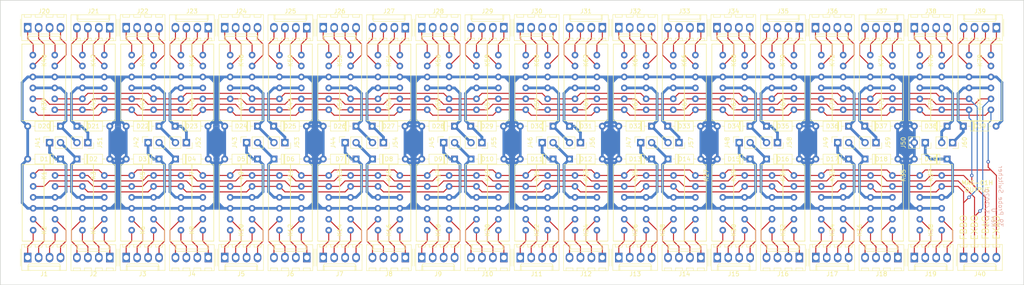
<source format=kicad_pcb>
(kicad_pcb (version 20171130) (host pcbnew "(5.0.0)")

  (general
    (thickness 1.6)
    (drawings 14)
    (tracks 1450)
    (zones 0)
    (modules 177)
    (nets 201)
  )

  (page USLetter)
  (title_block
    (title "39 Probe Switcher")
    (date 2020-01-13)
    (rev 0)
    (company "Umit H. Coskun / University of Kentucky")
  )

  (layers
    (0 F.Cu signal)
    (31 B.Cu signal)
    (32 B.Adhes user)
    (33 F.Adhes user)
    (34 B.Paste user)
    (35 F.Paste user)
    (36 B.SilkS user)
    (37 F.SilkS user)
    (38 B.Mask user)
    (39 F.Mask user)
    (40 Dwgs.User user)
    (41 Cmts.User user)
    (42 Eco1.User user)
    (43 Eco2.User user)
    (44 Edge.Cuts user)
    (45 Margin user)
    (46 B.CrtYd user)
    (47 F.CrtYd user)
    (48 B.Fab user hide)
    (49 F.Fab user hide)
  )

  (setup
    (last_trace_width 0.25)
    (user_trace_width 0.635)
    (trace_clearance 0.2)
    (zone_clearance 0.508)
    (zone_45_only no)
    (trace_min 0.2)
    (segment_width 0.2)
    (edge_width 0.15)
    (via_size 0.8)
    (via_drill 0.4)
    (via_min_size 0.4)
    (via_min_drill 0.3)
    (uvia_size 0.3)
    (uvia_drill 0.1)
    (uvias_allowed no)
    (uvia_min_size 0.2)
    (uvia_min_drill 0.1)
    (pcb_text_width 0.3)
    (pcb_text_size 1.5 1.5)
    (mod_edge_width 0.15)
    (mod_text_size 1 1)
    (mod_text_width 0.15)
    (pad_size 1.524 1.524)
    (pad_drill 0.762)
    (pad_to_mask_clearance 0.2)
    (aux_axis_origin 0 0)
    (visible_elements 7FFFFFFF)
    (pcbplotparams
      (layerselection 0x010fc_ffffffff)
      (usegerberextensions false)
      (usegerberattributes false)
      (usegerberadvancedattributes false)
      (creategerberjobfile false)
      (excludeedgelayer true)
      (linewidth 0.100000)
      (plotframeref false)
      (viasonmask false)
      (mode 1)
      (useauxorigin false)
      (hpglpennumber 1)
      (hpglpenspeed 20)
      (hpglpendiameter 15.000000)
      (psnegative false)
      (psa4output false)
      (plotreference true)
      (plotvalue true)
      (plotinvisibletext false)
      (padsonsilk false)
      (subtractmaskfromsilk false)
      (outputformat 1)
      (mirror false)
      (drillshape 1)
      (scaleselection 1)
      (outputdirectory ""))
  )

  (net 0 "")
  (net 1 AR1)
  (net 2 GND)
  (net 3 AR2)
  (net 4 AR3)
  (net 5 AR4)
  (net 6 AR5)
  (net 7 AR6)
  (net 8 AR7)
  (net 9 AR8)
  (net 10 AR9)
  (net 11 AR10)
  (net 12 AR11)
  (net 13 AR12)
  (net 14 AR13)
  (net 15 AR14)
  (net 16 AR15)
  (net 17 AR16)
  (net 18 AR17)
  (net 19 AR18)
  (net 20 AR19)
  (net 21 AR20)
  (net 22 AR21)
  (net 23 AR22)
  (net 24 AR23)
  (net 25 AR24)
  (net 26 AR25)
  (net 27 AR26)
  (net 28 AR27)
  (net 29 AR28)
  (net 30 AR29)
  (net 31 AR30)
  (net 32 AR31)
  (net 33 AR32)
  (net 34 AR33)
  (net 35 AR34)
  (net 36 AR35)
  (net 37 AR36)
  (net 38 AR37)
  (net 39 AR38)
  (net 40 AR39)
  (net 41 1FBB)
  (net 42 1FBA)
  (net 43 1EXB)
  (net 44 1EXA)
  (net 45 2EXA)
  (net 46 2EXB)
  (net 47 2FBA)
  (net 48 2FBB)
  (net 49 3FBB)
  (net 50 3FBA)
  (net 51 3EXB)
  (net 52 3EXA)
  (net 53 4EXA)
  (net 54 4EXB)
  (net 55 4FBA)
  (net 56 4FBB)
  (net 57 5EXA)
  (net 58 5EXB)
  (net 59 5FBA)
  (net 60 5FBB)
  (net 61 6FBB)
  (net 62 6FBA)
  (net 63 6EXB)
  (net 64 6EXA)
  (net 65 7EXA)
  (net 66 7EXB)
  (net 67 7FBA)
  (net 68 7FBB)
  (net 69 8EXA)
  (net 70 8EXB)
  (net 71 8FBA)
  (net 72 8FBB)
  (net 73 9FBB)
  (net 74 9FBA)
  (net 75 9EXB)
  (net 76 9EXA)
  (net 77 10EXA)
  (net 78 10EXB)
  (net 79 10FBA)
  (net 80 10FBB)
  (net 81 11EXA)
  (net 82 11EXB)
  (net 83 11FBA)
  (net 84 11FBB)
  (net 85 12FBB)
  (net 86 12FBA)
  (net 87 12EXB)
  (net 88 12EXA)
  (net 89 13EXA)
  (net 90 13EXB)
  (net 91 13FBA)
  (net 92 13FBB)
  (net 93 14EXA)
  (net 94 14EXB)
  (net 95 14FBA)
  (net 96 14FBB)
  (net 97 15FBB)
  (net 98 15FBA)
  (net 99 15EXB)
  (net 100 15EXA)
  (net 101 16EXA)
  (net 102 16EXB)
  (net 103 16FBA)
  (net 104 16FBB)
  (net 105 17EXA)
  (net 106 17EXB)
  (net 107 17FBA)
  (net 108 17FBB)
  (net 109 18FBB)
  (net 110 18FBA)
  (net 111 18EXB)
  (net 112 18EXA)
  (net 113 19EXA)
  (net 114 19EXB)
  (net 115 19FBA)
  (net 116 19FBB)
  (net 117 20EXA)
  (net 118 20EXB)
  (net 119 20FBA)
  (net 120 20FBB)
  (net 121 21FBB)
  (net 122 21FBA)
  (net 123 21EXB)
  (net 124 21EXA)
  (net 125 22EXA)
  (net 126 22EXB)
  (net 127 22FBA)
  (net 128 22FBB)
  (net 129 23EXA)
  (net 130 23EXB)
  (net 131 23FBA)
  (net 132 23FBB)
  (net 133 24FBB)
  (net 134 24FBA)
  (net 135 24EXB)
  (net 136 24EXA)
  (net 137 25EXA)
  (net 138 25EXB)
  (net 139 25FBA)
  (net 140 25FBB)
  (net 141 26EXA)
  (net 142 26EXB)
  (net 143 26FBA)
  (net 144 26FBB)
  (net 145 27FBB)
  (net 146 27FBA)
  (net 147 27EXB)
  (net 148 27EXA)
  (net 149 28EXA)
  (net 150 28EXB)
  (net 151 28FBA)
  (net 152 28FBB)
  (net 153 29EXA)
  (net 154 29EXB)
  (net 155 29FBA)
  (net 156 29FBB)
  (net 157 30FBB)
  (net 158 30FBA)
  (net 159 30EXB)
  (net 160 30EXA)
  (net 161 31FBB)
  (net 162 31FBA)
  (net 163 31EXB)
  (net 164 31EXA)
  (net 165 32FBB)
  (net 166 32FBA)
  (net 167 32EXB)
  (net 168 32EXA)
  (net 169 33FBB)
  (net 170 33FBA)
  (net 171 33EXB)
  (net 172 33EXA)
  (net 173 34FBB)
  (net 174 34FBA)
  (net 175 34EXB)
  (net 176 34EXA)
  (net 177 35FBB)
  (net 178 35FBA)
  (net 179 35EXB)
  (net 180 35EXA)
  (net 181 36FBB)
  (net 182 36FBA)
  (net 183 36EXB)
  (net 184 36EXA)
  (net 185 37FBB)
  (net 186 37FBA)
  (net 187 37EXB)
  (net 188 37EXA)
  (net 189 38FBB)
  (net 190 38FBA)
  (net 191 38EXB)
  (net 192 38EXA)
  (net 193 39FBB)
  (net 194 39FBA)
  (net 195 39EXB)
  (net 196 39EXA)
  (net 197 EXAO)
  (net 198 EXBO)
  (net 199 FBAO)
  (net 200 FBBO)

  (net_class Default "This is the default net class."
    (clearance 0.2)
    (trace_width 0.25)
    (via_dia 0.8)
    (via_drill 0.4)
    (uvia_dia 0.3)
    (uvia_drill 0.1)
    (add_net 10EXA)
    (add_net 10EXB)
    (add_net 10FBA)
    (add_net 10FBB)
    (add_net 11EXA)
    (add_net 11EXB)
    (add_net 11FBA)
    (add_net 11FBB)
    (add_net 12EXA)
    (add_net 12EXB)
    (add_net 12FBA)
    (add_net 12FBB)
    (add_net 13EXA)
    (add_net 13EXB)
    (add_net 13FBA)
    (add_net 13FBB)
    (add_net 14EXA)
    (add_net 14EXB)
    (add_net 14FBA)
    (add_net 14FBB)
    (add_net 15EXA)
    (add_net 15EXB)
    (add_net 15FBA)
    (add_net 15FBB)
    (add_net 16EXA)
    (add_net 16EXB)
    (add_net 16FBA)
    (add_net 16FBB)
    (add_net 17EXA)
    (add_net 17EXB)
    (add_net 17FBA)
    (add_net 17FBB)
    (add_net 18EXA)
    (add_net 18EXB)
    (add_net 18FBA)
    (add_net 18FBB)
    (add_net 19EXA)
    (add_net 19EXB)
    (add_net 19FBA)
    (add_net 19FBB)
    (add_net 1EXA)
    (add_net 1EXB)
    (add_net 1FBA)
    (add_net 1FBB)
    (add_net 20EXA)
    (add_net 20EXB)
    (add_net 20FBA)
    (add_net 20FBB)
    (add_net 21EXA)
    (add_net 21EXB)
    (add_net 21FBA)
    (add_net 21FBB)
    (add_net 22EXA)
    (add_net 22EXB)
    (add_net 22FBA)
    (add_net 22FBB)
    (add_net 23EXA)
    (add_net 23EXB)
    (add_net 23FBA)
    (add_net 23FBB)
    (add_net 24EXA)
    (add_net 24EXB)
    (add_net 24FBA)
    (add_net 24FBB)
    (add_net 25EXA)
    (add_net 25EXB)
    (add_net 25FBA)
    (add_net 25FBB)
    (add_net 26EXA)
    (add_net 26EXB)
    (add_net 26FBA)
    (add_net 26FBB)
    (add_net 27EXA)
    (add_net 27EXB)
    (add_net 27FBA)
    (add_net 27FBB)
    (add_net 28EXA)
    (add_net 28EXB)
    (add_net 28FBA)
    (add_net 28FBB)
    (add_net 29EXA)
    (add_net 29EXB)
    (add_net 29FBA)
    (add_net 29FBB)
    (add_net 2EXA)
    (add_net 2EXB)
    (add_net 2FBA)
    (add_net 2FBB)
    (add_net 30EXA)
    (add_net 30EXB)
    (add_net 30FBA)
    (add_net 30FBB)
    (add_net 31EXA)
    (add_net 31EXB)
    (add_net 31FBA)
    (add_net 31FBB)
    (add_net 32EXA)
    (add_net 32EXB)
    (add_net 32FBA)
    (add_net 32FBB)
    (add_net 33EXA)
    (add_net 33EXB)
    (add_net 33FBA)
    (add_net 33FBB)
    (add_net 34EXA)
    (add_net 34EXB)
    (add_net 34FBA)
    (add_net 34FBB)
    (add_net 35EXA)
    (add_net 35EXB)
    (add_net 35FBA)
    (add_net 35FBB)
    (add_net 36EXA)
    (add_net 36EXB)
    (add_net 36FBA)
    (add_net 36FBB)
    (add_net 37EXA)
    (add_net 37EXB)
    (add_net 37FBA)
    (add_net 37FBB)
    (add_net 38EXA)
    (add_net 38EXB)
    (add_net 38FBA)
    (add_net 38FBB)
    (add_net 39EXA)
    (add_net 39EXB)
    (add_net 39FBA)
    (add_net 39FBB)
    (add_net 3EXA)
    (add_net 3EXB)
    (add_net 3FBA)
    (add_net 3FBB)
    (add_net 4EXA)
    (add_net 4EXB)
    (add_net 4FBA)
    (add_net 4FBB)
    (add_net 5EXA)
    (add_net 5EXB)
    (add_net 5FBA)
    (add_net 5FBB)
    (add_net 6EXA)
    (add_net 6EXB)
    (add_net 6FBA)
    (add_net 6FBB)
    (add_net 7EXA)
    (add_net 7EXB)
    (add_net 7FBA)
    (add_net 7FBB)
    (add_net 8EXA)
    (add_net 8EXB)
    (add_net 8FBA)
    (add_net 8FBB)
    (add_net 9EXA)
    (add_net 9EXB)
    (add_net 9FBA)
    (add_net 9FBB)
    (add_net AR1)
    (add_net AR10)
    (add_net AR11)
    (add_net AR12)
    (add_net AR13)
    (add_net AR14)
    (add_net AR15)
    (add_net AR16)
    (add_net AR17)
    (add_net AR18)
    (add_net AR19)
    (add_net AR2)
    (add_net AR20)
    (add_net AR21)
    (add_net AR22)
    (add_net AR23)
    (add_net AR24)
    (add_net AR25)
    (add_net AR26)
    (add_net AR27)
    (add_net AR28)
    (add_net AR29)
    (add_net AR3)
    (add_net AR30)
    (add_net AR31)
    (add_net AR32)
    (add_net AR33)
    (add_net AR34)
    (add_net AR35)
    (add_net AR36)
    (add_net AR37)
    (add_net AR38)
    (add_net AR39)
    (add_net AR4)
    (add_net AR5)
    (add_net AR6)
    (add_net AR7)
    (add_net AR8)
    (add_net AR9)
    (add_net EXAO)
    (add_net EXBO)
    (add_net FBAO)
    (add_net FBBO)
    (add_net GND)
  )

  (module Diode_THT:D_DO-35_SOD27_P7.62mm_Horizontal (layer F.Cu) (tedit 5E1BF57C) (tstamp 5E3613D8)
    (at 243.767438 93.98)
    (descr "Diode, DO-35_SOD27 series, Axial, Horizontal, pin pitch=7.62mm, , length*diameter=4*2mm^2, , http://www.diodes.com/_files/packages/DO-35.pdf")
    (tags "Diode DO-35_SOD27 series Axial Horizontal pin pitch 7.62mm  length 4mm diameter 2mm")
    (path /5E1E366C)
    (fp_text reference D39 (at 3.81 0) (layer F.SilkS)
      (effects (font (size 1 1) (thickness 0.15)))
    )
    (fp_text value 1N4148 (at 3.81 2.12) (layer F.Fab)
      (effects (font (size 1 1) (thickness 0.15)))
    )
    (fp_line (start 1.81 -1) (end 1.81 1) (layer F.Fab) (width 0.1))
    (fp_line (start 1.81 1) (end 5.81 1) (layer F.Fab) (width 0.1))
    (fp_line (start 5.81 1) (end 5.81 -1) (layer F.Fab) (width 0.1))
    (fp_line (start 5.81 -1) (end 1.81 -1) (layer F.Fab) (width 0.1))
    (fp_line (start 0 0) (end 1.81 0) (layer F.Fab) (width 0.1))
    (fp_line (start 7.62 0) (end 5.81 0) (layer F.Fab) (width 0.1))
    (fp_line (start 2.41 -1) (end 2.41 1) (layer F.Fab) (width 0.1))
    (fp_line (start 2.51 -1) (end 2.51 1) (layer F.Fab) (width 0.1))
    (fp_line (start 2.31 -1) (end 2.31 1) (layer F.Fab) (width 0.1))
    (fp_line (start 1.69 -1.12) (end 1.69 1.12) (layer F.SilkS) (width 0.12))
    (fp_line (start 1.69 1.12) (end 5.93 1.12) (layer F.SilkS) (width 0.12))
    (fp_line (start 5.93 1.12) (end 5.93 -1.12) (layer F.SilkS) (width 0.12))
    (fp_line (start 5.93 -1.12) (end 1.69 -1.12) (layer F.SilkS) (width 0.12))
    (fp_line (start 1.04 0) (end 1.69 0) (layer F.SilkS) (width 0.12))
    (fp_line (start 6.58 0) (end 5.93 0) (layer F.SilkS) (width 0.12))
    (fp_line (start 2.41 -1.12) (end 2.41 1.12) (layer F.SilkS) (width 0.12))
    (fp_line (start 2.53 -1.12) (end 2.53 1.12) (layer F.SilkS) (width 0.12))
    (fp_line (start 2.29 -1.12) (end 2.29 1.12) (layer F.SilkS) (width 0.12))
    (fp_line (start -1.05 -1.25) (end -1.05 1.25) (layer F.CrtYd) (width 0.05))
    (fp_line (start -1.05 1.25) (end 8.67 1.25) (layer F.CrtYd) (width 0.05))
    (fp_line (start 8.67 1.25) (end 8.67 -1.25) (layer F.CrtYd) (width 0.05))
    (fp_line (start 8.67 -1.25) (end -1.05 -1.25) (layer F.CrtYd) (width 0.05))
    (fp_text user %R (at 4.11 0) (layer F.Fab)
      (effects (font (size 0.8 0.8) (thickness 0.12)))
    )
    (fp_text user K (at 0 -1.8) (layer F.Fab)
      (effects (font (size 1 1) (thickness 0.15)))
    )
    (fp_text user K (at 0 -1.8) (layer F.SilkS) hide
      (effects (font (size 1 1) (thickness 0.15)))
    )
    (pad 1 thru_hole rect (at 0 0) (size 1.6 1.6) (drill 0.8) (layers *.Cu *.Mask)
      (net 40 AR39))
    (pad 2 thru_hole oval (at 7.62 0) (size 1.6 1.6) (drill 0.8) (layers *.Cu *.Mask)
      (net 2 GND))
    (model ${KISYS3DMOD}/Diode_THT.3dshapes/D_DO-35_SOD27_P7.62mm_Horizontal.wrl
      (at (xyz 0 0 0))
      (scale (xyz 1 1 1))
      (rotate (xyz 0 0 0))
    )
  )

  (module Coto9092:Coto9092 (layer F.Cu) (tedit 5E1BD05B) (tstamp 5E361B58)
    (at 67.31 111.76 90)
    (path /5E1BCA6D)
    (fp_text reference K7 (at 6.35 -2.54 90) (layer F.SilkS)
      (effects (font (size 1 1) (thickness 0.15)))
    )
    (fp_text value Coto9092 (at -5.08 -3.81 90) (layer F.Fab) hide
      (effects (font (size 1 1) (thickness 0.15)))
    )
    (fp_line (start 8.89 -2.54) (end 8.89 2.54) (layer F.SilkS) (width 0.15))
    (fp_line (start 8.89 2.54) (end -8.89 2.54) (layer F.SilkS) (width 0.15))
    (fp_line (start -8.89 2.54) (end -8.89 -2.54) (layer F.SilkS) (width 0.15))
    (fp_line (start -8.89 -2.54) (end 8.89 -2.54) (layer F.SilkS) (width 0.15))
    (pad 1 thru_hole circle (at -6.35 0 90) (size 1.524 1.524) (drill 0.762) (layers *.Cu *.Mask)
      (net 53 4EXA))
    (pad 2 thru_hole circle (at -3.81 0 90) (size 1.524 1.524) (drill 0.762) (layers *.Cu *.Mask)
      (net 54 4EXB))
    (pad 3 thru_hole circle (at -1.27 0 90) (size 1.524 1.524) (drill 0.762) (layers *.Cu *.Mask)
      (net 2 GND))
    (pad 4 thru_hole circle (at 1.27 0 90) (size 1.524 1.524) (drill 0.762) (layers *.Cu *.Mask)
      (net 5 AR4))
    (pad 5 thru_hole circle (at 3.81 0 90) (size 1.524 1.524) (drill 0.762) (layers *.Cu *.Mask)
      (net 198 EXBO))
    (pad 6 thru_hole circle (at 6.35 0 90) (size 1.524 1.524) (drill 0.762) (layers *.Cu *.Mask)
      (net 197 EXAO))
    (model ${KIPRJMOD}/Coto9092.pretty/9092.stp
      (offset (xyz -7.619999885559082 1.650999975204468 1.269999980926514))
      (scale (xyz 1 1 1))
      (rotate (xyz 0 0 0))
    )
  )

  (module Coto9092:Coto9092 (layer F.Cu) (tedit 5E1BD05B) (tstamp 5E361E30)
    (at 142.24 83.82 270)
    (path /5E1C737F)
    (fp_text reference K59 (at 5.08 -2.54 270) (layer F.SilkS)
      (effects (font (size 1 1) (thickness 0.15)))
    )
    (fp_text value Coto9092 (at -5.08 -3.81 270) (layer F.Fab) hide
      (effects (font (size 1 1) (thickness 0.15)))
    )
    (fp_line (start 8.89 -2.54) (end 8.89 2.54) (layer F.SilkS) (width 0.15))
    (fp_line (start 8.89 2.54) (end -8.89 2.54) (layer F.SilkS) (width 0.15))
    (fp_line (start -8.89 2.54) (end -8.89 -2.54) (layer F.SilkS) (width 0.15))
    (fp_line (start -8.89 -2.54) (end 8.89 -2.54) (layer F.SilkS) (width 0.15))
    (pad 1 thru_hole circle (at -6.35 0 270) (size 1.524 1.524) (drill 0.762) (layers *.Cu *.Mask)
      (net 160 30EXA))
    (pad 2 thru_hole circle (at -3.81 0 270) (size 1.524 1.524) (drill 0.762) (layers *.Cu *.Mask)
      (net 159 30EXB))
    (pad 3 thru_hole circle (at -1.27 0 270) (size 1.524 1.524) (drill 0.762) (layers *.Cu *.Mask)
      (net 2 GND))
    (pad 4 thru_hole circle (at 1.27 0 270) (size 1.524 1.524) (drill 0.762) (layers *.Cu *.Mask)
      (net 31 AR30))
    (pad 5 thru_hole circle (at 3.81 0 270) (size 1.524 1.524) (drill 0.762) (layers *.Cu *.Mask)
      (net 198 EXBO))
    (pad 6 thru_hole circle (at 6.35 0 270) (size 1.524 1.524) (drill 0.762) (layers *.Cu *.Mask)
      (net 197 EXAO))
    (model ${KIPRJMOD}/Coto9092.pretty/9092.stp
      (offset (xyz -7.619999885559082 1.650999975204468 1.269999980926514))
      (scale (xyz 1 1 1))
      (rotate (xyz 0 0 0))
    )
  )

  (module Coto9092:Coto9092 (layer F.Cu) (tedit 5E1BD05B) (tstamp 5E361E3E)
    (at 147.32 83.82 270)
    (path /5E1C7385)
    (fp_text reference K60 (at -5.08 2.54 270) (layer F.SilkS)
      (effects (font (size 1 1) (thickness 0.15)))
    )
    (fp_text value Coto9092 (at -5.08 -3.81 270) (layer F.Fab) hide
      (effects (font (size 1 1) (thickness 0.15)))
    )
    (fp_line (start -8.89 -2.54) (end 8.89 -2.54) (layer F.SilkS) (width 0.15))
    (fp_line (start -8.89 2.54) (end -8.89 -2.54) (layer F.SilkS) (width 0.15))
    (fp_line (start 8.89 2.54) (end -8.89 2.54) (layer F.SilkS) (width 0.15))
    (fp_line (start 8.89 -2.54) (end 8.89 2.54) (layer F.SilkS) (width 0.15))
    (pad 6 thru_hole circle (at 6.35 0 270) (size 1.524 1.524) (drill 0.762) (layers *.Cu *.Mask)
      (net 199 FBAO))
    (pad 5 thru_hole circle (at 3.81 0 270) (size 1.524 1.524) (drill 0.762) (layers *.Cu *.Mask)
      (net 200 FBBO))
    (pad 4 thru_hole circle (at 1.27 0 270) (size 1.524 1.524) (drill 0.762) (layers *.Cu *.Mask)
      (net 31 AR30))
    (pad 3 thru_hole circle (at -1.27 0 270) (size 1.524 1.524) (drill 0.762) (layers *.Cu *.Mask)
      (net 2 GND))
    (pad 2 thru_hole circle (at -3.81 0 270) (size 1.524 1.524) (drill 0.762) (layers *.Cu *.Mask)
      (net 157 30FBB))
    (pad 1 thru_hole circle (at -6.35 0 270) (size 1.524 1.524) (drill 0.762) (layers *.Cu *.Mask)
      (net 158 30FBA))
    (model ${KIPRJMOD}/Coto9092.pretty/9092.stp
      (offset (xyz -7.619999885559082 1.650999975204468 1.269999980926514))
      (scale (xyz 1 1 1))
      (rotate (xyz 0 0 0))
    )
  )

  (module Diode_THT:D_DO-35_SOD27_P7.62mm_Horizontal (layer F.Cu) (tedit 5E1BDCB0) (tstamp 5E360F3E)
    (at 34.29 101.6 180)
    (descr "Diode, DO-35_SOD27 series, Axial, Horizontal, pin pitch=7.62mm, , length*diameter=4*2mm^2, , http://www.diodes.com/_files/packages/DO-35.pdf")
    (tags "Diode DO-35_SOD27 series Axial Horizontal pin pitch 7.62mm  length 4mm diameter 2mm")
    (path /5E1BBF80)
    (fp_text reference D1 (at 3.81 0 180) (layer F.SilkS)
      (effects (font (size 1 1) (thickness 0.15)))
    )
    (fp_text value 1N4148 (at 3.81 2.12 180) (layer F.Fab)
      (effects (font (size 1 1) (thickness 0.15)))
    )
    (fp_line (start 1.81 -1) (end 1.81 1) (layer F.Fab) (width 0.1))
    (fp_line (start 1.81 1) (end 5.81 1) (layer F.Fab) (width 0.1))
    (fp_line (start 5.81 1) (end 5.81 -1) (layer F.Fab) (width 0.1))
    (fp_line (start 5.81 -1) (end 1.81 -1) (layer F.Fab) (width 0.1))
    (fp_line (start 0 0) (end 1.81 0) (layer F.Fab) (width 0.1))
    (fp_line (start 7.62 0) (end 5.81 0) (layer F.Fab) (width 0.1))
    (fp_line (start 2.41 -1) (end 2.41 1) (layer F.Fab) (width 0.1))
    (fp_line (start 2.51 -1) (end 2.51 1) (layer F.Fab) (width 0.1))
    (fp_line (start 2.31 -1) (end 2.31 1) (layer F.Fab) (width 0.1))
    (fp_line (start 1.69 -1.12) (end 1.69 1.12) (layer F.SilkS) (width 0.12))
    (fp_line (start 1.69 1.12) (end 5.93 1.12) (layer F.SilkS) (width 0.12))
    (fp_line (start 5.93 1.12) (end 5.93 -1.12) (layer F.SilkS) (width 0.12))
    (fp_line (start 5.93 -1.12) (end 1.69 -1.12) (layer F.SilkS) (width 0.12))
    (fp_line (start 1.04 0) (end 1.69 0) (layer F.SilkS) (width 0.12))
    (fp_line (start 6.58 0) (end 5.93 0) (layer F.SilkS) (width 0.12))
    (fp_line (start 2.41 -1.12) (end 2.41 1.12) (layer F.SilkS) (width 0.12))
    (fp_line (start 2.53 -1.12) (end 2.53 1.12) (layer F.SilkS) (width 0.12))
    (fp_line (start 2.29 -1.12) (end 2.29 1.12) (layer F.SilkS) (width 0.12))
    (fp_line (start -1.05 -1.25) (end -1.05 1.25) (layer F.CrtYd) (width 0.05))
    (fp_line (start -1.05 1.25) (end 8.67 1.25) (layer F.CrtYd) (width 0.05))
    (fp_line (start 8.67 1.25) (end 8.67 -1.25) (layer F.CrtYd) (width 0.05))
    (fp_line (start 8.67 -1.25) (end -1.05 -1.25) (layer F.CrtYd) (width 0.05))
    (fp_text user %R (at 4.11 0 180) (layer F.Fab)
      (effects (font (size 0.8 0.8) (thickness 0.12)))
    )
    (fp_text user K (at -2.54 0 180) (layer F.Fab)
      (effects (font (size 1 1) (thickness 0.15)))
    )
    (fp_text user K (at -2.54 0 180) (layer F.SilkS) hide
      (effects (font (size 1 1) (thickness 0.15)))
    )
    (pad 1 thru_hole rect (at 0 0 180) (size 1.6 1.6) (drill 0.8) (layers *.Cu *.Mask)
      (net 1 AR1))
    (pad 2 thru_hole oval (at 7.62 0 180) (size 1.6 1.6) (drill 0.8) (layers *.Cu *.Mask)
      (net 2 GND))
    (model ${KISYS3DMOD}/Diode_THT.3dshapes/D_DO-35_SOD27_P7.62mm_Horizontal.wrl
      (at (xyz 0 0 0))
      (scale (xyz 1 1 1))
      (rotate (xyz 0 0 0))
    )
  )

  (module Diode_THT:D_DO-35_SOD27_P7.62mm_Horizontal (layer F.Cu) (tedit 5E1BDCB8) (tstamp 5E360F5D)
    (at 38.1 101.6)
    (descr "Diode, DO-35_SOD27 series, Axial, Horizontal, pin pitch=7.62mm, , length*diameter=4*2mm^2, , http://www.diodes.com/_files/packages/DO-35.pdf")
    (tags "Diode DO-35_SOD27 series Axial Horizontal pin pitch 7.62mm  length 4mm diameter 2mm")
    (path /5E1BC78D)
    (fp_text reference D2 (at 3.81 0) (layer F.SilkS)
      (effects (font (size 1 1) (thickness 0.15)))
    )
    (fp_text value 1N4148 (at 3.81 2.12) (layer F.Fab)
      (effects (font (size 1 1) (thickness 0.15)))
    )
    (fp_text user K (at -2.54 0) (layer F.SilkS) hide
      (effects (font (size 1 1) (thickness 0.15)))
    )
    (fp_text user K (at -2.54 0) (layer F.Fab)
      (effects (font (size 1 1) (thickness 0.15)))
    )
    (fp_text user %R (at 4.11 0) (layer F.Fab)
      (effects (font (size 0.8 0.8) (thickness 0.12)))
    )
    (fp_line (start 8.67 -1.25) (end -1.05 -1.25) (layer F.CrtYd) (width 0.05))
    (fp_line (start 8.67 1.25) (end 8.67 -1.25) (layer F.CrtYd) (width 0.05))
    (fp_line (start -1.05 1.25) (end 8.67 1.25) (layer F.CrtYd) (width 0.05))
    (fp_line (start -1.05 -1.25) (end -1.05 1.25) (layer F.CrtYd) (width 0.05))
    (fp_line (start 2.29 -1.12) (end 2.29 1.12) (layer F.SilkS) (width 0.12))
    (fp_line (start 2.53 -1.12) (end 2.53 1.12) (layer F.SilkS) (width 0.12))
    (fp_line (start 2.41 -1.12) (end 2.41 1.12) (layer F.SilkS) (width 0.12))
    (fp_line (start 6.58 0) (end 5.93 0) (layer F.SilkS) (width 0.12))
    (fp_line (start 1.04 0) (end 1.69 0) (layer F.SilkS) (width 0.12))
    (fp_line (start 5.93 -1.12) (end 1.69 -1.12) (layer F.SilkS) (width 0.12))
    (fp_line (start 5.93 1.12) (end 5.93 -1.12) (layer F.SilkS) (width 0.12))
    (fp_line (start 1.69 1.12) (end 5.93 1.12) (layer F.SilkS) (width 0.12))
    (fp_line (start 1.69 -1.12) (end 1.69 1.12) (layer F.SilkS) (width 0.12))
    (fp_line (start 2.31 -1) (end 2.31 1) (layer F.Fab) (width 0.1))
    (fp_line (start 2.51 -1) (end 2.51 1) (layer F.Fab) (width 0.1))
    (fp_line (start 2.41 -1) (end 2.41 1) (layer F.Fab) (width 0.1))
    (fp_line (start 7.62 0) (end 5.81 0) (layer F.Fab) (width 0.1))
    (fp_line (start 0 0) (end 1.81 0) (layer F.Fab) (width 0.1))
    (fp_line (start 5.81 -1) (end 1.81 -1) (layer F.Fab) (width 0.1))
    (fp_line (start 5.81 1) (end 5.81 -1) (layer F.Fab) (width 0.1))
    (fp_line (start 1.81 1) (end 5.81 1) (layer F.Fab) (width 0.1))
    (fp_line (start 1.81 -1) (end 1.81 1) (layer F.Fab) (width 0.1))
    (pad 2 thru_hole oval (at 7.62 0) (size 1.6 1.6) (drill 0.8) (layers *.Cu *.Mask)
      (net 2 GND))
    (pad 1 thru_hole rect (at 0 0) (size 1.6 1.6) (drill 0.8) (layers *.Cu *.Mask)
      (net 3 AR2))
    (model ${KISYS3DMOD}/Diode_THT.3dshapes/D_DO-35_SOD27_P7.62mm_Horizontal.wrl
      (at (xyz 0 0 0))
      (scale (xyz 1 1 1))
      (rotate (xyz 0 0 0))
    )
  )

  (module Diode_THT:D_DO-35_SOD27_P7.62mm_Horizontal (layer F.Cu) (tedit 5E1BDDB0) (tstamp 5E360F7C)
    (at 57.15 101.6 180)
    (descr "Diode, DO-35_SOD27 series, Axial, Horizontal, pin pitch=7.62mm, , length*diameter=4*2mm^2, , http://www.diodes.com/_files/packages/DO-35.pdf")
    (tags "Diode DO-35_SOD27 series Axial Horizontal pin pitch 7.62mm  length 4mm diameter 2mm")
    (path /5E1BCA4A)
    (fp_text reference D3 (at 3.81 0 180) (layer F.SilkS)
      (effects (font (size 1 1) (thickness 0.15)))
    )
    (fp_text value 1N4148 (at 3.81 2.12 180) (layer F.Fab)
      (effects (font (size 1 1) (thickness 0.15)))
    )
    (fp_line (start 1.81 -1) (end 1.81 1) (layer F.Fab) (width 0.1))
    (fp_line (start 1.81 1) (end 5.81 1) (layer F.Fab) (width 0.1))
    (fp_line (start 5.81 1) (end 5.81 -1) (layer F.Fab) (width 0.1))
    (fp_line (start 5.81 -1) (end 1.81 -1) (layer F.Fab) (width 0.1))
    (fp_line (start 0 0) (end 1.81 0) (layer F.Fab) (width 0.1))
    (fp_line (start 7.62 0) (end 5.81 0) (layer F.Fab) (width 0.1))
    (fp_line (start 2.41 -1) (end 2.41 1) (layer F.Fab) (width 0.1))
    (fp_line (start 2.51 -1) (end 2.51 1) (layer F.Fab) (width 0.1))
    (fp_line (start 2.31 -1) (end 2.31 1) (layer F.Fab) (width 0.1))
    (fp_line (start 1.69 -1.12) (end 1.69 1.12) (layer F.SilkS) (width 0.12))
    (fp_line (start 1.69 1.12) (end 5.93 1.12) (layer F.SilkS) (width 0.12))
    (fp_line (start 5.93 1.12) (end 5.93 -1.12) (layer F.SilkS) (width 0.12))
    (fp_line (start 5.93 -1.12) (end 1.69 -1.12) (layer F.SilkS) (width 0.12))
    (fp_line (start 1.04 0) (end 1.69 0) (layer F.SilkS) (width 0.12))
    (fp_line (start 6.58 0) (end 5.93 0) (layer F.SilkS) (width 0.12))
    (fp_line (start 2.41 -1.12) (end 2.41 1.12) (layer F.SilkS) (width 0.12))
    (fp_line (start 2.53 -1.12) (end 2.53 1.12) (layer F.SilkS) (width 0.12))
    (fp_line (start 2.29 -1.12) (end 2.29 1.12) (layer F.SilkS) (width 0.12))
    (fp_line (start -1.05 -1.25) (end -1.05 1.25) (layer F.CrtYd) (width 0.05))
    (fp_line (start -1.05 1.25) (end 8.67 1.25) (layer F.CrtYd) (width 0.05))
    (fp_line (start 8.67 1.25) (end 8.67 -1.25) (layer F.CrtYd) (width 0.05))
    (fp_line (start 8.67 -1.25) (end -1.05 -1.25) (layer F.CrtYd) (width 0.05))
    (fp_text user %R (at 4.11 0 180) (layer F.Fab)
      (effects (font (size 0.8 0.8) (thickness 0.12)))
    )
    (fp_text user K (at -2.54 0 180) (layer F.Fab)
      (effects (font (size 1 1) (thickness 0.15)))
    )
    (fp_text user K (at -1.27 2.54 180) (layer F.SilkS) hide
      (effects (font (size 1 1) (thickness 0.15)))
    )
    (pad 1 thru_hole rect (at 0 0 180) (size 1.6 1.6) (drill 0.8) (layers *.Cu *.Mask)
      (net 4 AR3))
    (pad 2 thru_hole oval (at 7.62 0 180) (size 1.6 1.6) (drill 0.8) (layers *.Cu *.Mask)
      (net 2 GND))
    (model ${KISYS3DMOD}/Diode_THT.3dshapes/D_DO-35_SOD27_P7.62mm_Horizontal.wrl
      (at (xyz 0 0 0))
      (scale (xyz 1 1 1))
      (rotate (xyz 0 0 0))
    )
  )

  (module Diode_THT:D_DO-35_SOD27_P7.62mm_Horizontal (layer F.Cu) (tedit 5E1BDDD3) (tstamp 5E360F9B)
    (at 60.96 101.6)
    (descr "Diode, DO-35_SOD27 series, Axial, Horizontal, pin pitch=7.62mm, , length*diameter=4*2mm^2, , http://www.diodes.com/_files/packages/DO-35.pdf")
    (tags "Diode DO-35_SOD27 series Axial Horizontal pin pitch 7.62mm  length 4mm diameter 2mm")
    (path /5E1BCA7C)
    (fp_text reference D4 (at 3.81 0) (layer F.SilkS)
      (effects (font (size 1 1) (thickness 0.15)))
    )
    (fp_text value 1N4148 (at 3.81 2.12) (layer F.Fab)
      (effects (font (size 1 1) (thickness 0.15)))
    )
    (fp_line (start 1.81 -1) (end 1.81 1) (layer F.Fab) (width 0.1))
    (fp_line (start 1.81 1) (end 5.81 1) (layer F.Fab) (width 0.1))
    (fp_line (start 5.81 1) (end 5.81 -1) (layer F.Fab) (width 0.1))
    (fp_line (start 5.81 -1) (end 1.81 -1) (layer F.Fab) (width 0.1))
    (fp_line (start 0 0) (end 1.81 0) (layer F.Fab) (width 0.1))
    (fp_line (start 7.62 0) (end 5.81 0) (layer F.Fab) (width 0.1))
    (fp_line (start 2.41 -1) (end 2.41 1) (layer F.Fab) (width 0.1))
    (fp_line (start 2.51 -1) (end 2.51 1) (layer F.Fab) (width 0.1))
    (fp_line (start 2.31 -1) (end 2.31 1) (layer F.Fab) (width 0.1))
    (fp_line (start 1.69 -1.12) (end 1.69 1.12) (layer F.SilkS) (width 0.12))
    (fp_line (start 1.69 1.12) (end 5.93 1.12) (layer F.SilkS) (width 0.12))
    (fp_line (start 5.93 1.12) (end 5.93 -1.12) (layer F.SilkS) (width 0.12))
    (fp_line (start 5.93 -1.12) (end 1.69 -1.12) (layer F.SilkS) (width 0.12))
    (fp_line (start 1.04 0) (end 1.69 0) (layer F.SilkS) (width 0.12))
    (fp_line (start 6.58 0) (end 5.93 0) (layer F.SilkS) (width 0.12))
    (fp_line (start 2.41 -1.12) (end 2.41 1.12) (layer F.SilkS) (width 0.12))
    (fp_line (start 2.53 -1.12) (end 2.53 1.12) (layer F.SilkS) (width 0.12))
    (fp_line (start 2.29 -1.12) (end 2.29 1.12) (layer F.SilkS) (width 0.12))
    (fp_line (start -1.05 -1.25) (end -1.05 1.25) (layer F.CrtYd) (width 0.05))
    (fp_line (start -1.05 1.25) (end 8.67 1.25) (layer F.CrtYd) (width 0.05))
    (fp_line (start 8.67 1.25) (end 8.67 -1.25) (layer F.CrtYd) (width 0.05))
    (fp_line (start 8.67 -1.25) (end -1.05 -1.25) (layer F.CrtYd) (width 0.05))
    (fp_text user %R (at 4.11 0) (layer F.Fab)
      (effects (font (size 0.8 0.8) (thickness 0.12)))
    )
    (fp_text user K (at -2.54 0) (layer F.Fab)
      (effects (font (size 1 1) (thickness 0.15)))
    )
    (fp_text user K (at -2.54 0) (layer F.SilkS) hide
      (effects (font (size 1 1) (thickness 0.15)))
    )
    (pad 1 thru_hole rect (at 0 0) (size 1.6 1.6) (drill 0.8) (layers *.Cu *.Mask)
      (net 5 AR4))
    (pad 2 thru_hole oval (at 7.62 0) (size 1.6 1.6) (drill 0.8) (layers *.Cu *.Mask)
      (net 2 GND))
    (model ${KISYS3DMOD}/Diode_THT.3dshapes/D_DO-35_SOD27_P7.62mm_Horizontal.wrl
      (at (xyz 0 0 0))
      (scale (xyz 1 1 1))
      (rotate (xyz 0 0 0))
    )
  )

  (module Diode_THT:D_DO-35_SOD27_P7.62mm_Horizontal (layer F.Cu) (tedit 5E1BDDFF) (tstamp 5E360FBA)
    (at 80.01 101.6 180)
    (descr "Diode, DO-35_SOD27 series, Axial, Horizontal, pin pitch=7.62mm, , length*diameter=4*2mm^2, , http://www.diodes.com/_files/packages/DO-35.pdf")
    (tags "Diode DO-35_SOD27 series Axial Horizontal pin pitch 7.62mm  length 4mm diameter 2mm")
    (path /5E1BD590)
    (fp_text reference D5 (at 3.81 0 180) (layer F.SilkS)
      (effects (font (size 1 1) (thickness 0.15)))
    )
    (fp_text value 1N4148 (at 3.81 2.12 180) (layer F.Fab)
      (effects (font (size 1 1) (thickness 0.15)))
    )
    (fp_line (start 1.81 -1) (end 1.81 1) (layer F.Fab) (width 0.1))
    (fp_line (start 1.81 1) (end 5.81 1) (layer F.Fab) (width 0.1))
    (fp_line (start 5.81 1) (end 5.81 -1) (layer F.Fab) (width 0.1))
    (fp_line (start 5.81 -1) (end 1.81 -1) (layer F.Fab) (width 0.1))
    (fp_line (start 0 0) (end 1.81 0) (layer F.Fab) (width 0.1))
    (fp_line (start 7.62 0) (end 5.81 0) (layer F.Fab) (width 0.1))
    (fp_line (start 2.41 -1) (end 2.41 1) (layer F.Fab) (width 0.1))
    (fp_line (start 2.51 -1) (end 2.51 1) (layer F.Fab) (width 0.1))
    (fp_line (start 2.31 -1) (end 2.31 1) (layer F.Fab) (width 0.1))
    (fp_line (start 1.69 -1.12) (end 1.69 1.12) (layer F.SilkS) (width 0.12))
    (fp_line (start 1.69 1.12) (end 5.93 1.12) (layer F.SilkS) (width 0.12))
    (fp_line (start 5.93 1.12) (end 5.93 -1.12) (layer F.SilkS) (width 0.12))
    (fp_line (start 5.93 -1.12) (end 1.69 -1.12) (layer F.SilkS) (width 0.12))
    (fp_line (start 1.04 0) (end 1.69 0) (layer F.SilkS) (width 0.12))
    (fp_line (start 6.58 0) (end 5.93 0) (layer F.SilkS) (width 0.12))
    (fp_line (start 2.41 -1.12) (end 2.41 1.12) (layer F.SilkS) (width 0.12))
    (fp_line (start 2.53 -1.12) (end 2.53 1.12) (layer F.SilkS) (width 0.12))
    (fp_line (start 2.29 -1.12) (end 2.29 1.12) (layer F.SilkS) (width 0.12))
    (fp_line (start -1.05 -1.25) (end -1.05 1.25) (layer F.CrtYd) (width 0.05))
    (fp_line (start -1.05 1.25) (end 8.67 1.25) (layer F.CrtYd) (width 0.05))
    (fp_line (start 8.67 1.25) (end 8.67 -1.25) (layer F.CrtYd) (width 0.05))
    (fp_line (start 8.67 -1.25) (end -1.05 -1.25) (layer F.CrtYd) (width 0.05))
    (fp_text user %R (at 4.11 0 180) (layer F.Fab)
      (effects (font (size 0.8 0.8) (thickness 0.12)))
    )
    (fp_text user K (at -2.54 0 180) (layer F.Fab)
      (effects (font (size 1 1) (thickness 0.15)))
    )
    (fp_text user K (at -2.54 0 180) (layer F.SilkS) hide
      (effects (font (size 1 1) (thickness 0.15)))
    )
    (pad 1 thru_hole rect (at 0 0 180) (size 1.6 1.6) (drill 0.8) (layers *.Cu *.Mask)
      (net 6 AR5))
    (pad 2 thru_hole oval (at 7.62 0 180) (size 1.6 1.6) (drill 0.8) (layers *.Cu *.Mask)
      (net 2 GND))
    (model ${KISYS3DMOD}/Diode_THT.3dshapes/D_DO-35_SOD27_P7.62mm_Horizontal.wrl
      (at (xyz 0 0 0))
      (scale (xyz 1 1 1))
      (rotate (xyz 0 0 0))
    )
  )

  (module Diode_THT:D_DO-35_SOD27_P7.62mm_Horizontal (layer F.Cu) (tedit 5E1BDE24) (tstamp 5E360FD9)
    (at 83.82 101.6)
    (descr "Diode, DO-35_SOD27 series, Axial, Horizontal, pin pitch=7.62mm, , length*diameter=4*2mm^2, , http://www.diodes.com/_files/packages/DO-35.pdf")
    (tags "Diode DO-35_SOD27 series Axial Horizontal pin pitch 7.62mm  length 4mm diameter 2mm")
    (path /5E1BD5C2)
    (fp_text reference D6 (at 3.81 0) (layer F.SilkS)
      (effects (font (size 1 1) (thickness 0.15)))
    )
    (fp_text value 1N4148 (at 3.81 2.12) (layer F.Fab)
      (effects (font (size 1 1) (thickness 0.15)))
    )
    (fp_line (start 1.81 -1) (end 1.81 1) (layer F.Fab) (width 0.1))
    (fp_line (start 1.81 1) (end 5.81 1) (layer F.Fab) (width 0.1))
    (fp_line (start 5.81 1) (end 5.81 -1) (layer F.Fab) (width 0.1))
    (fp_line (start 5.81 -1) (end 1.81 -1) (layer F.Fab) (width 0.1))
    (fp_line (start 0 0) (end 1.81 0) (layer F.Fab) (width 0.1))
    (fp_line (start 7.62 0) (end 5.81 0) (layer F.Fab) (width 0.1))
    (fp_line (start 2.41 -1) (end 2.41 1) (layer F.Fab) (width 0.1))
    (fp_line (start 2.51 -1) (end 2.51 1) (layer F.Fab) (width 0.1))
    (fp_line (start 2.31 -1) (end 2.31 1) (layer F.Fab) (width 0.1))
    (fp_line (start 1.69 -1.12) (end 1.69 1.12) (layer F.SilkS) (width 0.12))
    (fp_line (start 1.69 1.12) (end 5.93 1.12) (layer F.SilkS) (width 0.12))
    (fp_line (start 5.93 1.12) (end 5.93 -1.12) (layer F.SilkS) (width 0.12))
    (fp_line (start 5.93 -1.12) (end 1.69 -1.12) (layer F.SilkS) (width 0.12))
    (fp_line (start 1.04 0) (end 1.69 0) (layer F.SilkS) (width 0.12))
    (fp_line (start 6.58 0) (end 5.93 0) (layer F.SilkS) (width 0.12))
    (fp_line (start 2.41 -1.12) (end 2.41 1.12) (layer F.SilkS) (width 0.12))
    (fp_line (start 2.53 -1.12) (end 2.53 1.12) (layer F.SilkS) (width 0.12))
    (fp_line (start 2.29 -1.12) (end 2.29 1.12) (layer F.SilkS) (width 0.12))
    (fp_line (start -1.05 -1.25) (end -1.05 1.25) (layer F.CrtYd) (width 0.05))
    (fp_line (start -1.05 1.25) (end 8.67 1.25) (layer F.CrtYd) (width 0.05))
    (fp_line (start 8.67 1.25) (end 8.67 -1.25) (layer F.CrtYd) (width 0.05))
    (fp_line (start 8.67 -1.25) (end -1.05 -1.25) (layer F.CrtYd) (width 0.05))
    (fp_text user %R (at 4.11 0) (layer F.Fab)
      (effects (font (size 0.8 0.8) (thickness 0.12)))
    )
    (fp_text user K (at -2.54 0) (layer F.Fab)
      (effects (font (size 1 1) (thickness 0.15)))
    )
    (fp_text user K (at -2.54 0) (layer F.SilkS) hide
      (effects (font (size 1 1) (thickness 0.15)))
    )
    (pad 1 thru_hole rect (at 0 0) (size 1.6 1.6) (drill 0.8) (layers *.Cu *.Mask)
      (net 7 AR6))
    (pad 2 thru_hole oval (at 7.62 0) (size 1.6 1.6) (drill 0.8) (layers *.Cu *.Mask)
      (net 2 GND))
    (model ${KISYS3DMOD}/Diode_THT.3dshapes/D_DO-35_SOD27_P7.62mm_Horizontal.wrl
      (at (xyz 0 0 0))
      (scale (xyz 1 1 1))
      (rotate (xyz 0 0 0))
    )
  )

  (module Diode_THT:D_DO-35_SOD27_P7.62mm_Horizontal (layer F.Cu) (tedit 5E1BDE4F) (tstamp 5E360FF8)
    (at 102.87 101.6 180)
    (descr "Diode, DO-35_SOD27 series, Axial, Horizontal, pin pitch=7.62mm, , length*diameter=4*2mm^2, , http://www.diodes.com/_files/packages/DO-35.pdf")
    (tags "Diode DO-35_SOD27 series Axial Horizontal pin pitch 7.62mm  length 4mm diameter 2mm")
    (path /5E1BD5F4)
    (fp_text reference D7 (at 3.81 0 180) (layer F.SilkS)
      (effects (font (size 1 1) (thickness 0.15)))
    )
    (fp_text value 1N4148 (at 3.81 2.12 180) (layer F.Fab)
      (effects (font (size 1 1) (thickness 0.15)))
    )
    (fp_text user K (at -2.54 0 180) (layer F.SilkS) hide
      (effects (font (size 1 1) (thickness 0.15)))
    )
    (fp_text user K (at -2.54 0 180) (layer F.Fab)
      (effects (font (size 1 1) (thickness 0.15)))
    )
    (fp_text user %R (at 4.11 0 180) (layer F.Fab)
      (effects (font (size 0.8 0.8) (thickness 0.12)))
    )
    (fp_line (start 8.67 -1.25) (end -1.05 -1.25) (layer F.CrtYd) (width 0.05))
    (fp_line (start 8.67 1.25) (end 8.67 -1.25) (layer F.CrtYd) (width 0.05))
    (fp_line (start -1.05 1.25) (end 8.67 1.25) (layer F.CrtYd) (width 0.05))
    (fp_line (start -1.05 -1.25) (end -1.05 1.25) (layer F.CrtYd) (width 0.05))
    (fp_line (start 2.29 -1.12) (end 2.29 1.12) (layer F.SilkS) (width 0.12))
    (fp_line (start 2.53 -1.12) (end 2.53 1.12) (layer F.SilkS) (width 0.12))
    (fp_line (start 2.41 -1.12) (end 2.41 1.12) (layer F.SilkS) (width 0.12))
    (fp_line (start 6.58 0) (end 5.93 0) (layer F.SilkS) (width 0.12))
    (fp_line (start 1.04 0) (end 1.69 0) (layer F.SilkS) (width 0.12))
    (fp_line (start 5.93 -1.12) (end 1.69 -1.12) (layer F.SilkS) (width 0.12))
    (fp_line (start 5.93 1.12) (end 5.93 -1.12) (layer F.SilkS) (width 0.12))
    (fp_line (start 1.69 1.12) (end 5.93 1.12) (layer F.SilkS) (width 0.12))
    (fp_line (start 1.69 -1.12) (end 1.69 1.12) (layer F.SilkS) (width 0.12))
    (fp_line (start 2.31 -1) (end 2.31 1) (layer F.Fab) (width 0.1))
    (fp_line (start 2.51 -1) (end 2.51 1) (layer F.Fab) (width 0.1))
    (fp_line (start 2.41 -1) (end 2.41 1) (layer F.Fab) (width 0.1))
    (fp_line (start 7.62 0) (end 5.81 0) (layer F.Fab) (width 0.1))
    (fp_line (start 0 0) (end 1.81 0) (layer F.Fab) (width 0.1))
    (fp_line (start 5.81 -1) (end 1.81 -1) (layer F.Fab) (width 0.1))
    (fp_line (start 5.81 1) (end 5.81 -1) (layer F.Fab) (width 0.1))
    (fp_line (start 1.81 1) (end 5.81 1) (layer F.Fab) (width 0.1))
    (fp_line (start 1.81 -1) (end 1.81 1) (layer F.Fab) (width 0.1))
    (pad 2 thru_hole oval (at 7.62 0 180) (size 1.6 1.6) (drill 0.8) (layers *.Cu *.Mask)
      (net 2 GND))
    (pad 1 thru_hole rect (at 0 0 180) (size 1.6 1.6) (drill 0.8) (layers *.Cu *.Mask)
      (net 8 AR7))
    (model ${KISYS3DMOD}/Diode_THT.3dshapes/D_DO-35_SOD27_P7.62mm_Horizontal.wrl
      (at (xyz 0 0 0))
      (scale (xyz 1 1 1))
      (rotate (xyz 0 0 0))
    )
  )

  (module Diode_THT:D_DO-35_SOD27_P7.62mm_Horizontal (layer F.Cu) (tedit 5E1BDE6E) (tstamp 5E361017)
    (at 106.68 101.6)
    (descr "Diode, DO-35_SOD27 series, Axial, Horizontal, pin pitch=7.62mm, , length*diameter=4*2mm^2, , http://www.diodes.com/_files/packages/DO-35.pdf")
    (tags "Diode DO-35_SOD27 series Axial Horizontal pin pitch 7.62mm  length 4mm diameter 2mm")
    (path /5E1BD626)
    (fp_text reference D8 (at 3.81 0) (layer F.SilkS)
      (effects (font (size 1 1) (thickness 0.15)))
    )
    (fp_text value 1N4148 (at 3.81 2.12) (layer F.Fab)
      (effects (font (size 1 1) (thickness 0.15)))
    )
    (fp_text user K (at -2.54 0) (layer F.SilkS) hide
      (effects (font (size 1 1) (thickness 0.15)))
    )
    (fp_text user K (at -2.54 0) (layer F.Fab)
      (effects (font (size 1 1) (thickness 0.15)))
    )
    (fp_text user %R (at 4.11 0) (layer F.Fab)
      (effects (font (size 0.8 0.8) (thickness 0.12)))
    )
    (fp_line (start 8.67 -1.25) (end -1.05 -1.25) (layer F.CrtYd) (width 0.05))
    (fp_line (start 8.67 1.25) (end 8.67 -1.25) (layer F.CrtYd) (width 0.05))
    (fp_line (start -1.05 1.25) (end 8.67 1.25) (layer F.CrtYd) (width 0.05))
    (fp_line (start -1.05 -1.25) (end -1.05 1.25) (layer F.CrtYd) (width 0.05))
    (fp_line (start 2.29 -1.12) (end 2.29 1.12) (layer F.SilkS) (width 0.12))
    (fp_line (start 2.53 -1.12) (end 2.53 1.12) (layer F.SilkS) (width 0.12))
    (fp_line (start 2.41 -1.12) (end 2.41 1.12) (layer F.SilkS) (width 0.12))
    (fp_line (start 6.58 0) (end 5.93 0) (layer F.SilkS) (width 0.12))
    (fp_line (start 1.04 0) (end 1.69 0) (layer F.SilkS) (width 0.12))
    (fp_line (start 5.93 -1.12) (end 1.69 -1.12) (layer F.SilkS) (width 0.12))
    (fp_line (start 5.93 1.12) (end 5.93 -1.12) (layer F.SilkS) (width 0.12))
    (fp_line (start 1.69 1.12) (end 5.93 1.12) (layer F.SilkS) (width 0.12))
    (fp_line (start 1.69 -1.12) (end 1.69 1.12) (layer F.SilkS) (width 0.12))
    (fp_line (start 2.31 -1) (end 2.31 1) (layer F.Fab) (width 0.1))
    (fp_line (start 2.51 -1) (end 2.51 1) (layer F.Fab) (width 0.1))
    (fp_line (start 2.41 -1) (end 2.41 1) (layer F.Fab) (width 0.1))
    (fp_line (start 7.62 0) (end 5.81 0) (layer F.Fab) (width 0.1))
    (fp_line (start 0 0) (end 1.81 0) (layer F.Fab) (width 0.1))
    (fp_line (start 5.81 -1) (end 1.81 -1) (layer F.Fab) (width 0.1))
    (fp_line (start 5.81 1) (end 5.81 -1) (layer F.Fab) (width 0.1))
    (fp_line (start 1.81 1) (end 5.81 1) (layer F.Fab) (width 0.1))
    (fp_line (start 1.81 -1) (end 1.81 1) (layer F.Fab) (width 0.1))
    (pad 2 thru_hole oval (at 7.62 0) (size 1.6 1.6) (drill 0.8) (layers *.Cu *.Mask)
      (net 2 GND))
    (pad 1 thru_hole rect (at 0 0) (size 1.6 1.6) (drill 0.8) (layers *.Cu *.Mask)
      (net 9 AR8))
    (model ${KISYS3DMOD}/Diode_THT.3dshapes/D_DO-35_SOD27_P7.62mm_Horizontal.wrl
      (at (xyz 0 0 0))
      (scale (xyz 1 1 1))
      (rotate (xyz 0 0 0))
    )
  )

  (module Diode_THT:D_DO-35_SOD27_P7.62mm_Horizontal (layer F.Cu) (tedit 5E1BDEC3) (tstamp 5E361036)
    (at 125.73 101.6 180)
    (descr "Diode, DO-35_SOD27 series, Axial, Horizontal, pin pitch=7.62mm, , length*diameter=4*2mm^2, , http://www.diodes.com/_files/packages/DO-35.pdf")
    (tags "Diode DO-35_SOD27 series Axial Horizontal pin pitch 7.62mm  length 4mm diameter 2mm")
    (path /5E1BFA0C)
    (fp_text reference D9 (at 3.81 0 180) (layer F.SilkS)
      (effects (font (size 1 1) (thickness 0.15)))
    )
    (fp_text value 1N4148 (at 3.81 2.12 180) (layer F.Fab)
      (effects (font (size 1 1) (thickness 0.15)))
    )
    (fp_text user K (at 0 -1.8 180) (layer F.SilkS) hide
      (effects (font (size 1 1) (thickness 0.15)))
    )
    (fp_text user K (at 0 -1.8 180) (layer F.Fab)
      (effects (font (size 1 1) (thickness 0.15)))
    )
    (fp_text user %R (at 4.11 0 180) (layer F.Fab)
      (effects (font (size 0.8 0.8) (thickness 0.12)))
    )
    (fp_line (start 8.67 -1.25) (end -1.05 -1.25) (layer F.CrtYd) (width 0.05))
    (fp_line (start 8.67 1.25) (end 8.67 -1.25) (layer F.CrtYd) (width 0.05))
    (fp_line (start -1.05 1.25) (end 8.67 1.25) (layer F.CrtYd) (width 0.05))
    (fp_line (start -1.05 -1.25) (end -1.05 1.25) (layer F.CrtYd) (width 0.05))
    (fp_line (start 2.29 -1.12) (end 2.29 1.12) (layer F.SilkS) (width 0.12))
    (fp_line (start 2.53 -1.12) (end 2.53 1.12) (layer F.SilkS) (width 0.12))
    (fp_line (start 2.41 -1.12) (end 2.41 1.12) (layer F.SilkS) (width 0.12))
    (fp_line (start 6.58 0) (end 5.93 0) (layer F.SilkS) (width 0.12))
    (fp_line (start 1.04 0) (end 1.69 0) (layer F.SilkS) (width 0.12))
    (fp_line (start 5.93 -1.12) (end 1.69 -1.12) (layer F.SilkS) (width 0.12))
    (fp_line (start 5.93 1.12) (end 5.93 -1.12) (layer F.SilkS) (width 0.12))
    (fp_line (start 1.69 1.12) (end 5.93 1.12) (layer F.SilkS) (width 0.12))
    (fp_line (start 1.69 -1.12) (end 1.69 1.12) (layer F.SilkS) (width 0.12))
    (fp_line (start 2.31 -1) (end 2.31 1) (layer F.Fab) (width 0.1))
    (fp_line (start 2.51 -1) (end 2.51 1) (layer F.Fab) (width 0.1))
    (fp_line (start 2.41 -1) (end 2.41 1) (layer F.Fab) (width 0.1))
    (fp_line (start 7.62 0) (end 5.81 0) (layer F.Fab) (width 0.1))
    (fp_line (start 0 0) (end 1.81 0) (layer F.Fab) (width 0.1))
    (fp_line (start 5.81 -1) (end 1.81 -1) (layer F.Fab) (width 0.1))
    (fp_line (start 5.81 1) (end 5.81 -1) (layer F.Fab) (width 0.1))
    (fp_line (start 1.81 1) (end 5.81 1) (layer F.Fab) (width 0.1))
    (fp_line (start 1.81 -1) (end 1.81 1) (layer F.Fab) (width 0.1))
    (pad 2 thru_hole oval (at 7.62 0 180) (size 1.6 1.6) (drill 0.8) (layers *.Cu *.Mask)
      (net 2 GND))
    (pad 1 thru_hole rect (at 0 0 180) (size 1.6 1.6) (drill 0.8) (layers *.Cu *.Mask)
      (net 10 AR9))
    (model ${KISYS3DMOD}/Diode_THT.3dshapes/D_DO-35_SOD27_P7.62mm_Horizontal.wrl
      (at (xyz 0 0 0))
      (scale (xyz 1 1 1))
      (rotate (xyz 0 0 0))
    )
  )

  (module Diode_THT:D_DO-35_SOD27_P7.62mm_Horizontal (layer F.Cu) (tedit 5E1BDFD4) (tstamp 5E361055)
    (at 129.54 101.6)
    (descr "Diode, DO-35_SOD27 series, Axial, Horizontal, pin pitch=7.62mm, , length*diameter=4*2mm^2, , http://www.diodes.com/_files/packages/DO-35.pdf")
    (tags "Diode DO-35_SOD27 series Axial Horizontal pin pitch 7.62mm  length 4mm diameter 2mm")
    (path /5E1BFA3E)
    (fp_text reference D10 (at 3.81 0) (layer F.SilkS)
      (effects (font (size 1 1) (thickness 0.15)))
    )
    (fp_text value 1N4148 (at 3.81 2.12) (layer F.Fab)
      (effects (font (size 1 1) (thickness 0.15)))
    )
    (fp_text user K (at 0 -1.8) (layer F.SilkS) hide
      (effects (font (size 1 1) (thickness 0.15)))
    )
    (fp_text user K (at 0 -1.8) (layer F.Fab)
      (effects (font (size 1 1) (thickness 0.15)))
    )
    (fp_text user %R (at 4.11 0) (layer F.Fab)
      (effects (font (size 0.8 0.8) (thickness 0.12)))
    )
    (fp_line (start 8.67 -1.25) (end -1.05 -1.25) (layer F.CrtYd) (width 0.05))
    (fp_line (start 8.67 1.25) (end 8.67 -1.25) (layer F.CrtYd) (width 0.05))
    (fp_line (start -1.05 1.25) (end 8.67 1.25) (layer F.CrtYd) (width 0.05))
    (fp_line (start -1.05 -1.25) (end -1.05 1.25) (layer F.CrtYd) (width 0.05))
    (fp_line (start 2.29 -1.12) (end 2.29 1.12) (layer F.SilkS) (width 0.12))
    (fp_line (start 2.53 -1.12) (end 2.53 1.12) (layer F.SilkS) (width 0.12))
    (fp_line (start 2.41 -1.12) (end 2.41 1.12) (layer F.SilkS) (width 0.12))
    (fp_line (start 6.58 0) (end 5.93 0) (layer F.SilkS) (width 0.12))
    (fp_line (start 1.04 0) (end 1.69 0) (layer F.SilkS) (width 0.12))
    (fp_line (start 5.93 -1.12) (end 1.69 -1.12) (layer F.SilkS) (width 0.12))
    (fp_line (start 5.93 1.12) (end 5.93 -1.12) (layer F.SilkS) (width 0.12))
    (fp_line (start 1.69 1.12) (end 5.93 1.12) (layer F.SilkS) (width 0.12))
    (fp_line (start 1.69 -1.12) (end 1.69 1.12) (layer F.SilkS) (width 0.12))
    (fp_line (start 2.31 -1) (end 2.31 1) (layer F.Fab) (width 0.1))
    (fp_line (start 2.51 -1) (end 2.51 1) (layer F.Fab) (width 0.1))
    (fp_line (start 2.41 -1) (end 2.41 1) (layer F.Fab) (width 0.1))
    (fp_line (start 7.62 0) (end 5.81 0) (layer F.Fab) (width 0.1))
    (fp_line (start 0 0) (end 1.81 0) (layer F.Fab) (width 0.1))
    (fp_line (start 5.81 -1) (end 1.81 -1) (layer F.Fab) (width 0.1))
    (fp_line (start 5.81 1) (end 5.81 -1) (layer F.Fab) (width 0.1))
    (fp_line (start 1.81 1) (end 5.81 1) (layer F.Fab) (width 0.1))
    (fp_line (start 1.81 -1) (end 1.81 1) (layer F.Fab) (width 0.1))
    (pad 2 thru_hole oval (at 7.62 0) (size 1.6 1.6) (drill 0.8) (layers *.Cu *.Mask)
      (net 2 GND))
    (pad 1 thru_hole rect (at 0 0) (size 1.6 1.6) (drill 0.8) (layers *.Cu *.Mask)
      (net 11 AR10))
    (model ${KISYS3DMOD}/Diode_THT.3dshapes/D_DO-35_SOD27_P7.62mm_Horizontal.wrl
      (at (xyz 0 0 0))
      (scale (xyz 1 1 1))
      (rotate (xyz 0 0 0))
    )
  )

  (module Diode_THT:D_DO-35_SOD27_P7.62mm_Horizontal (layer F.Cu) (tedit 5E1BE074) (tstamp 5E361074)
    (at 148.59 101.6 180)
    (descr "Diode, DO-35_SOD27 series, Axial, Horizontal, pin pitch=7.62mm, , length*diameter=4*2mm^2, , http://www.diodes.com/_files/packages/DO-35.pdf")
    (tags "Diode DO-35_SOD27 series Axial Horizontal pin pitch 7.62mm  length 4mm diameter 2mm")
    (path /5E1BFA70)
    (fp_text reference D11 (at 3.81 0 180) (layer F.SilkS)
      (effects (font (size 1 1) (thickness 0.15)))
    )
    (fp_text value 1N4148 (at 3.81 2.12 180) (layer F.Fab)
      (effects (font (size 1 1) (thickness 0.15)))
    )
    (fp_text user K (at 0 -1.8 180) (layer F.SilkS) hide
      (effects (font (size 1 1) (thickness 0.15)))
    )
    (fp_text user K (at 0 -1.8 180) (layer F.Fab)
      (effects (font (size 1 1) (thickness 0.15)))
    )
    (fp_text user %R (at 4.11 0 180) (layer F.Fab)
      (effects (font (size 0.8 0.8) (thickness 0.12)))
    )
    (fp_line (start 8.67 -1.25) (end -1.05 -1.25) (layer F.CrtYd) (width 0.05))
    (fp_line (start 8.67 1.25) (end 8.67 -1.25) (layer F.CrtYd) (width 0.05))
    (fp_line (start -1.05 1.25) (end 8.67 1.25) (layer F.CrtYd) (width 0.05))
    (fp_line (start -1.05 -1.25) (end -1.05 1.25) (layer F.CrtYd) (width 0.05))
    (fp_line (start 2.29 -1.12) (end 2.29 1.12) (layer F.SilkS) (width 0.12))
    (fp_line (start 2.53 -1.12) (end 2.53 1.12) (layer F.SilkS) (width 0.12))
    (fp_line (start 2.41 -1.12) (end 2.41 1.12) (layer F.SilkS) (width 0.12))
    (fp_line (start 6.58 0) (end 5.93 0) (layer F.SilkS) (width 0.12))
    (fp_line (start 1.04 0) (end 1.69 0) (layer F.SilkS) (width 0.12))
    (fp_line (start 5.93 -1.12) (end 1.69 -1.12) (layer F.SilkS) (width 0.12))
    (fp_line (start 5.93 1.12) (end 5.93 -1.12) (layer F.SilkS) (width 0.12))
    (fp_line (start 1.69 1.12) (end 5.93 1.12) (layer F.SilkS) (width 0.12))
    (fp_line (start 1.69 -1.12) (end 1.69 1.12) (layer F.SilkS) (width 0.12))
    (fp_line (start 2.31 -1) (end 2.31 1) (layer F.Fab) (width 0.1))
    (fp_line (start 2.51 -1) (end 2.51 1) (layer F.Fab) (width 0.1))
    (fp_line (start 2.41 -1) (end 2.41 1) (layer F.Fab) (width 0.1))
    (fp_line (start 7.62 0) (end 5.81 0) (layer F.Fab) (width 0.1))
    (fp_line (start 0 0) (end 1.81 0) (layer F.Fab) (width 0.1))
    (fp_line (start 5.81 -1) (end 1.81 -1) (layer F.Fab) (width 0.1))
    (fp_line (start 5.81 1) (end 5.81 -1) (layer F.Fab) (width 0.1))
    (fp_line (start 1.81 1) (end 5.81 1) (layer F.Fab) (width 0.1))
    (fp_line (start 1.81 -1) (end 1.81 1) (layer F.Fab) (width 0.1))
    (pad 2 thru_hole oval (at 7.62 0 180) (size 1.6 1.6) (drill 0.8) (layers *.Cu *.Mask)
      (net 2 GND))
    (pad 1 thru_hole rect (at 0 0 180) (size 1.6 1.6) (drill 0.8) (layers *.Cu *.Mask)
      (net 12 AR11))
    (model ${KISYS3DMOD}/Diode_THT.3dshapes/D_DO-35_SOD27_P7.62mm_Horizontal.wrl
      (at (xyz 0 0 0))
      (scale (xyz 1 1 1))
      (rotate (xyz 0 0 0))
    )
  )

  (module Diode_THT:D_DO-35_SOD27_P7.62mm_Horizontal (layer F.Cu) (tedit 5E1BE0C7) (tstamp 5E361093)
    (at 152.4 101.6)
    (descr "Diode, DO-35_SOD27 series, Axial, Horizontal, pin pitch=7.62mm, , length*diameter=4*2mm^2, , http://www.diodes.com/_files/packages/DO-35.pdf")
    (tags "Diode DO-35_SOD27 series Axial Horizontal pin pitch 7.62mm  length 4mm diameter 2mm")
    (path /5E1BFAA2)
    (fp_text reference D12 (at 3.81 0) (layer F.SilkS)
      (effects (font (size 1 1) (thickness 0.15)))
    )
    (fp_text value 1N4148 (at 3.81 2.12) (layer F.Fab)
      (effects (font (size 1 1) (thickness 0.15)))
    )
    (fp_text user K (at 0 -1.8) (layer F.SilkS) hide
      (effects (font (size 1 1) (thickness 0.15)))
    )
    (fp_text user K (at 0 -1.8) (layer F.Fab)
      (effects (font (size 1 1) (thickness 0.15)))
    )
    (fp_text user %R (at 4.11 0) (layer F.Fab)
      (effects (font (size 0.8 0.8) (thickness 0.12)))
    )
    (fp_line (start 8.67 -1.25) (end -1.05 -1.25) (layer F.CrtYd) (width 0.05))
    (fp_line (start 8.67 1.25) (end 8.67 -1.25) (layer F.CrtYd) (width 0.05))
    (fp_line (start -1.05 1.25) (end 8.67 1.25) (layer F.CrtYd) (width 0.05))
    (fp_line (start -1.05 -1.25) (end -1.05 1.25) (layer F.CrtYd) (width 0.05))
    (fp_line (start 2.29 -1.12) (end 2.29 1.12) (layer F.SilkS) (width 0.12))
    (fp_line (start 2.53 -1.12) (end 2.53 1.12) (layer F.SilkS) (width 0.12))
    (fp_line (start 2.41 -1.12) (end 2.41 1.12) (layer F.SilkS) (width 0.12))
    (fp_line (start 6.58 0) (end 5.93 0) (layer F.SilkS) (width 0.12))
    (fp_line (start 1.04 0) (end 1.69 0) (layer F.SilkS) (width 0.12))
    (fp_line (start 5.93 -1.12) (end 1.69 -1.12) (layer F.SilkS) (width 0.12))
    (fp_line (start 5.93 1.12) (end 5.93 -1.12) (layer F.SilkS) (width 0.12))
    (fp_line (start 1.69 1.12) (end 5.93 1.12) (layer F.SilkS) (width 0.12))
    (fp_line (start 1.69 -1.12) (end 1.69 1.12) (layer F.SilkS) (width 0.12))
    (fp_line (start 2.31 -1) (end 2.31 1) (layer F.Fab) (width 0.1))
    (fp_line (start 2.51 -1) (end 2.51 1) (layer F.Fab) (width 0.1))
    (fp_line (start 2.41 -1) (end 2.41 1) (layer F.Fab) (width 0.1))
    (fp_line (start 7.62 0) (end 5.81 0) (layer F.Fab) (width 0.1))
    (fp_line (start 0 0) (end 1.81 0) (layer F.Fab) (width 0.1))
    (fp_line (start 5.81 -1) (end 1.81 -1) (layer F.Fab) (width 0.1))
    (fp_line (start 5.81 1) (end 5.81 -1) (layer F.Fab) (width 0.1))
    (fp_line (start 1.81 1) (end 5.81 1) (layer F.Fab) (width 0.1))
    (fp_line (start 1.81 -1) (end 1.81 1) (layer F.Fab) (width 0.1))
    (pad 2 thru_hole oval (at 7.62 0) (size 1.6 1.6) (drill 0.8) (layers *.Cu *.Mask)
      (net 2 GND))
    (pad 1 thru_hole rect (at 0 0) (size 1.6 1.6) (drill 0.8) (layers *.Cu *.Mask)
      (net 13 AR12))
    (model ${KISYS3DMOD}/Diode_THT.3dshapes/D_DO-35_SOD27_P7.62mm_Horizontal.wrl
      (at (xyz 0 0 0))
      (scale (xyz 1 1 1))
      (rotate (xyz 0 0 0))
    )
  )

  (module Diode_THT:D_DO-35_SOD27_P7.62mm_Horizontal (layer F.Cu) (tedit 5E1BE139) (tstamp 5E3610B2)
    (at 171.45 101.6 180)
    (descr "Diode, DO-35_SOD27 series, Axial, Horizontal, pin pitch=7.62mm, , length*diameter=4*2mm^2, , http://www.diodes.com/_files/packages/DO-35.pdf")
    (tags "Diode DO-35_SOD27 series Axial Horizontal pin pitch 7.62mm  length 4mm diameter 2mm")
    (path /5E1BFAD4)
    (fp_text reference D13 (at 3.81 0 180) (layer F.SilkS)
      (effects (font (size 1 1) (thickness 0.15)))
    )
    (fp_text value 1N4148 (at 3.81 2.12 180) (layer F.Fab)
      (effects (font (size 1 1) (thickness 0.15)))
    )
    (fp_line (start 1.81 -1) (end 1.81 1) (layer F.Fab) (width 0.1))
    (fp_line (start 1.81 1) (end 5.81 1) (layer F.Fab) (width 0.1))
    (fp_line (start 5.81 1) (end 5.81 -1) (layer F.Fab) (width 0.1))
    (fp_line (start 5.81 -1) (end 1.81 -1) (layer F.Fab) (width 0.1))
    (fp_line (start 0 0) (end 1.81 0) (layer F.Fab) (width 0.1))
    (fp_line (start 7.62 0) (end 5.81 0) (layer F.Fab) (width 0.1))
    (fp_line (start 2.41 -1) (end 2.41 1) (layer F.Fab) (width 0.1))
    (fp_line (start 2.51 -1) (end 2.51 1) (layer F.Fab) (width 0.1))
    (fp_line (start 2.31 -1) (end 2.31 1) (layer F.Fab) (width 0.1))
    (fp_line (start 1.69 -1.12) (end 1.69 1.12) (layer F.SilkS) (width 0.12))
    (fp_line (start 1.69 1.12) (end 5.93 1.12) (layer F.SilkS) (width 0.12))
    (fp_line (start 5.93 1.12) (end 5.93 -1.12) (layer F.SilkS) (width 0.12))
    (fp_line (start 5.93 -1.12) (end 1.69 -1.12) (layer F.SilkS) (width 0.12))
    (fp_line (start 1.04 0) (end 1.69 0) (layer F.SilkS) (width 0.12))
    (fp_line (start 6.58 0) (end 5.93 0) (layer F.SilkS) (width 0.12))
    (fp_line (start 2.41 -1.12) (end 2.41 1.12) (layer F.SilkS) (width 0.12))
    (fp_line (start 2.53 -1.12) (end 2.53 1.12) (layer F.SilkS) (width 0.12))
    (fp_line (start 2.29 -1.12) (end 2.29 1.12) (layer F.SilkS) (width 0.12))
    (fp_line (start -1.05 -1.25) (end -1.05 1.25) (layer F.CrtYd) (width 0.05))
    (fp_line (start -1.05 1.25) (end 8.67 1.25) (layer F.CrtYd) (width 0.05))
    (fp_line (start 8.67 1.25) (end 8.67 -1.25) (layer F.CrtYd) (width 0.05))
    (fp_line (start 8.67 -1.25) (end -1.05 -1.25) (layer F.CrtYd) (width 0.05))
    (fp_text user %R (at 4.11 0 180) (layer F.Fab)
      (effects (font (size 0.8 0.8) (thickness 0.12)))
    )
    (fp_text user K (at 0 -1.8 180) (layer F.Fab)
      (effects (font (size 1 1) (thickness 0.15)))
    )
    (fp_text user K (at 0 -1.8 180) (layer F.SilkS) hide
      (effects (font (size 1 1) (thickness 0.15)))
    )
    (pad 1 thru_hole rect (at 0 0 180) (size 1.6 1.6) (drill 0.8) (layers *.Cu *.Mask)
      (net 14 AR13))
    (pad 2 thru_hole oval (at 7.62 0 180) (size 1.6 1.6) (drill 0.8) (layers *.Cu *.Mask)
      (net 2 GND))
    (model ${KISYS3DMOD}/Diode_THT.3dshapes/D_DO-35_SOD27_P7.62mm_Horizontal.wrl
      (at (xyz 0 0 0))
      (scale (xyz 1 1 1))
      (rotate (xyz 0 0 0))
    )
  )

  (module Diode_THT:D_DO-35_SOD27_P7.62mm_Horizontal (layer F.Cu) (tedit 5E1BE1DA) (tstamp 5E3610D1)
    (at 175.26 101.6)
    (descr "Diode, DO-35_SOD27 series, Axial, Horizontal, pin pitch=7.62mm, , length*diameter=4*2mm^2, , http://www.diodes.com/_files/packages/DO-35.pdf")
    (tags "Diode DO-35_SOD27 series Axial Horizontal pin pitch 7.62mm  length 4mm diameter 2mm")
    (path /5E1BFB06)
    (fp_text reference D14 (at 3.81 0) (layer F.SilkS)
      (effects (font (size 1 1) (thickness 0.15)))
    )
    (fp_text value 1N4148 (at 3.81 2.12) (layer F.Fab)
      (effects (font (size 1 1) (thickness 0.15)))
    )
    (fp_line (start 1.81 -1) (end 1.81 1) (layer F.Fab) (width 0.1))
    (fp_line (start 1.81 1) (end 5.81 1) (layer F.Fab) (width 0.1))
    (fp_line (start 5.81 1) (end 5.81 -1) (layer F.Fab) (width 0.1))
    (fp_line (start 5.81 -1) (end 1.81 -1) (layer F.Fab) (width 0.1))
    (fp_line (start 0 0) (end 1.81 0) (layer F.Fab) (width 0.1))
    (fp_line (start 7.62 0) (end 5.81 0) (layer F.Fab) (width 0.1))
    (fp_line (start 2.41 -1) (end 2.41 1) (layer F.Fab) (width 0.1))
    (fp_line (start 2.51 -1) (end 2.51 1) (layer F.Fab) (width 0.1))
    (fp_line (start 2.31 -1) (end 2.31 1) (layer F.Fab) (width 0.1))
    (fp_line (start 1.69 -1.12) (end 1.69 1.12) (layer F.SilkS) (width 0.12))
    (fp_line (start 1.69 1.12) (end 5.93 1.12) (layer F.SilkS) (width 0.12))
    (fp_line (start 5.93 1.12) (end 5.93 -1.12) (layer F.SilkS) (width 0.12))
    (fp_line (start 5.93 -1.12) (end 1.69 -1.12) (layer F.SilkS) (width 0.12))
    (fp_line (start 1.04 0) (end 1.69 0) (layer F.SilkS) (width 0.12))
    (fp_line (start 6.58 0) (end 5.93 0) (layer F.SilkS) (width 0.12))
    (fp_line (start 2.41 -1.12) (end 2.41 1.12) (layer F.SilkS) (width 0.12))
    (fp_line (start 2.53 -1.12) (end 2.53 1.12) (layer F.SilkS) (width 0.12))
    (fp_line (start 2.29 -1.12) (end 2.29 1.12) (layer F.SilkS) (width 0.12))
    (fp_line (start -1.05 -1.25) (end -1.05 1.25) (layer F.CrtYd) (width 0.05))
    (fp_line (start -1.05 1.25) (end 8.67 1.25) (layer F.CrtYd) (width 0.05))
    (fp_line (start 8.67 1.25) (end 8.67 -1.25) (layer F.CrtYd) (width 0.05))
    (fp_line (start 8.67 -1.25) (end -1.05 -1.25) (layer F.CrtYd) (width 0.05))
    (fp_text user %R (at 4.11 0) (layer F.Fab)
      (effects (font (size 0.8 0.8) (thickness 0.12)))
    )
    (fp_text user K (at 0 -1.8) (layer F.Fab)
      (effects (font (size 1 1) (thickness 0.15)))
    )
    (fp_text user K (at 0 -1.8) (layer F.SilkS) hide
      (effects (font (size 1 1) (thickness 0.15)))
    )
    (pad 1 thru_hole rect (at 0 0) (size 1.6 1.6) (drill 0.8) (layers *.Cu *.Mask)
      (net 15 AR14))
    (pad 2 thru_hole oval (at 7.62 0) (size 1.6 1.6) (drill 0.8) (layers *.Cu *.Mask)
      (net 2 GND))
    (model ${KISYS3DMOD}/Diode_THT.3dshapes/D_DO-35_SOD27_P7.62mm_Horizontal.wrl
      (at (xyz 0 0 0))
      (scale (xyz 1 1 1))
      (rotate (xyz 0 0 0))
    )
  )

  (module Diode_THT:D_DO-35_SOD27_P7.62mm_Horizontal (layer F.Cu) (tedit 5E1BE21A) (tstamp 5E3610F0)
    (at 194.31 101.6 180)
    (descr "Diode, DO-35_SOD27 series, Axial, Horizontal, pin pitch=7.62mm, , length*diameter=4*2mm^2, , http://www.diodes.com/_files/packages/DO-35.pdf")
    (tags "Diode DO-35_SOD27 series Axial Horizontal pin pitch 7.62mm  length 4mm diameter 2mm")
    (path /5E1BFB38)
    (fp_text reference D15 (at 3.81 0 180) (layer F.SilkS)
      (effects (font (size 1 1) (thickness 0.15)))
    )
    (fp_text value 1N4148 (at 3.81 2.12 180) (layer F.Fab)
      (effects (font (size 1 1) (thickness 0.15)))
    )
    (fp_text user K (at 0 -1.8 180) (layer F.SilkS) hide
      (effects (font (size 1 1) (thickness 0.15)))
    )
    (fp_text user K (at 0 -1.8 180) (layer F.Fab)
      (effects (font (size 1 1) (thickness 0.15)))
    )
    (fp_text user %R (at 4.11 0 180) (layer F.Fab)
      (effects (font (size 0.8 0.8) (thickness 0.12)))
    )
    (fp_line (start 8.67 -1.25) (end -1.05 -1.25) (layer F.CrtYd) (width 0.05))
    (fp_line (start 8.67 1.25) (end 8.67 -1.25) (layer F.CrtYd) (width 0.05))
    (fp_line (start -1.05 1.25) (end 8.67 1.25) (layer F.CrtYd) (width 0.05))
    (fp_line (start -1.05 -1.25) (end -1.05 1.25) (layer F.CrtYd) (width 0.05))
    (fp_line (start 2.29 -1.12) (end 2.29 1.12) (layer F.SilkS) (width 0.12))
    (fp_line (start 2.53 -1.12) (end 2.53 1.12) (layer F.SilkS) (width 0.12))
    (fp_line (start 2.41 -1.12) (end 2.41 1.12) (layer F.SilkS) (width 0.12))
    (fp_line (start 6.58 0) (end 5.93 0) (layer F.SilkS) (width 0.12))
    (fp_line (start 1.04 0) (end 1.69 0) (layer F.SilkS) (width 0.12))
    (fp_line (start 5.93 -1.12) (end 1.69 -1.12) (layer F.SilkS) (width 0.12))
    (fp_line (start 5.93 1.12) (end 5.93 -1.12) (layer F.SilkS) (width 0.12))
    (fp_line (start 1.69 1.12) (end 5.93 1.12) (layer F.SilkS) (width 0.12))
    (fp_line (start 1.69 -1.12) (end 1.69 1.12) (layer F.SilkS) (width 0.12))
    (fp_line (start 2.31 -1) (end 2.31 1) (layer F.Fab) (width 0.1))
    (fp_line (start 2.51 -1) (end 2.51 1) (layer F.Fab) (width 0.1))
    (fp_line (start 2.41 -1) (end 2.41 1) (layer F.Fab) (width 0.1))
    (fp_line (start 7.62 0) (end 5.81 0) (layer F.Fab) (width 0.1))
    (fp_line (start 0 0) (end 1.81 0) (layer F.Fab) (width 0.1))
    (fp_line (start 5.81 -1) (end 1.81 -1) (layer F.Fab) (width 0.1))
    (fp_line (start 5.81 1) (end 5.81 -1) (layer F.Fab) (width 0.1))
    (fp_line (start 1.81 1) (end 5.81 1) (layer F.Fab) (width 0.1))
    (fp_line (start 1.81 -1) (end 1.81 1) (layer F.Fab) (width 0.1))
    (pad 2 thru_hole oval (at 7.62 0 180) (size 1.6 1.6) (drill 0.8) (layers *.Cu *.Mask)
      (net 2 GND))
    (pad 1 thru_hole rect (at 0 0 180) (size 1.6 1.6) (drill 0.8) (layers *.Cu *.Mask)
      (net 16 AR15))
    (model ${KISYS3DMOD}/Diode_THT.3dshapes/D_DO-35_SOD27_P7.62mm_Horizontal.wrl
      (at (xyz 0 0 0))
      (scale (xyz 1 1 1))
      (rotate (xyz 0 0 0))
    )
  )

  (module Diode_THT:D_DO-35_SOD27_P7.62mm_Horizontal (layer F.Cu) (tedit 5E1BE254) (tstamp 5E36110F)
    (at 198.12 101.6)
    (descr "Diode, DO-35_SOD27 series, Axial, Horizontal, pin pitch=7.62mm, , length*diameter=4*2mm^2, , http://www.diodes.com/_files/packages/DO-35.pdf")
    (tags "Diode DO-35_SOD27 series Axial Horizontal pin pitch 7.62mm  length 4mm diameter 2mm")
    (path /5E1BFB6A)
    (fp_text reference D16 (at 3.81 0) (layer F.SilkS)
      (effects (font (size 1 1) (thickness 0.15)))
    )
    (fp_text value 1N4148 (at 3.81 2.12) (layer F.Fab)
      (effects (font (size 1 1) (thickness 0.15)))
    )
    (fp_line (start 1.81 -1) (end 1.81 1) (layer F.Fab) (width 0.1))
    (fp_line (start 1.81 1) (end 5.81 1) (layer F.Fab) (width 0.1))
    (fp_line (start 5.81 1) (end 5.81 -1) (layer F.Fab) (width 0.1))
    (fp_line (start 5.81 -1) (end 1.81 -1) (layer F.Fab) (width 0.1))
    (fp_line (start 0 0) (end 1.81 0) (layer F.Fab) (width 0.1))
    (fp_line (start 7.62 0) (end 5.81 0) (layer F.Fab) (width 0.1))
    (fp_line (start 2.41 -1) (end 2.41 1) (layer F.Fab) (width 0.1))
    (fp_line (start 2.51 -1) (end 2.51 1) (layer F.Fab) (width 0.1))
    (fp_line (start 2.31 -1) (end 2.31 1) (layer F.Fab) (width 0.1))
    (fp_line (start 1.69 -1.12) (end 1.69 1.12) (layer F.SilkS) (width 0.12))
    (fp_line (start 1.69 1.12) (end 5.93 1.12) (layer F.SilkS) (width 0.12))
    (fp_line (start 5.93 1.12) (end 5.93 -1.12) (layer F.SilkS) (width 0.12))
    (fp_line (start 5.93 -1.12) (end 1.69 -1.12) (layer F.SilkS) (width 0.12))
    (fp_line (start 1.04 0) (end 1.69 0) (layer F.SilkS) (width 0.12))
    (fp_line (start 6.58 0) (end 5.93 0) (layer F.SilkS) (width 0.12))
    (fp_line (start 2.41 -1.12) (end 2.41 1.12) (layer F.SilkS) (width 0.12))
    (fp_line (start 2.53 -1.12) (end 2.53 1.12) (layer F.SilkS) (width 0.12))
    (fp_line (start 2.29 -1.12) (end 2.29 1.12) (layer F.SilkS) (width 0.12))
    (fp_line (start -1.05 -1.25) (end -1.05 1.25) (layer F.CrtYd) (width 0.05))
    (fp_line (start -1.05 1.25) (end 8.67 1.25) (layer F.CrtYd) (width 0.05))
    (fp_line (start 8.67 1.25) (end 8.67 -1.25) (layer F.CrtYd) (width 0.05))
    (fp_line (start 8.67 -1.25) (end -1.05 -1.25) (layer F.CrtYd) (width 0.05))
    (fp_text user %R (at 4.11 0) (layer F.Fab)
      (effects (font (size 0.8 0.8) (thickness 0.12)))
    )
    (fp_text user K (at 0 -1.8) (layer F.Fab)
      (effects (font (size 1 1) (thickness 0.15)))
    )
    (fp_text user K (at 0 -1.8) (layer F.SilkS) hide
      (effects (font (size 1 1) (thickness 0.15)))
    )
    (pad 1 thru_hole rect (at 0 0) (size 1.6 1.6) (drill 0.8) (layers *.Cu *.Mask)
      (net 17 AR16))
    (pad 2 thru_hole oval (at 7.62 0) (size 1.6 1.6) (drill 0.8) (layers *.Cu *.Mask)
      (net 2 GND))
    (model ${KISYS3DMOD}/Diode_THT.3dshapes/D_DO-35_SOD27_P7.62mm_Horizontal.wrl
      (at (xyz 0 0 0))
      (scale (xyz 1 1 1))
      (rotate (xyz 0 0 0))
    )
  )

  (module Diode_THT:D_DO-35_SOD27_P7.62mm_Horizontal (layer F.Cu) (tedit 5E1BE293) (tstamp 5E36112E)
    (at 217.17 101.6 180)
    (descr "Diode, DO-35_SOD27 series, Axial, Horizontal, pin pitch=7.62mm, , length*diameter=4*2mm^2, , http://www.diodes.com/_files/packages/DO-35.pdf")
    (tags "Diode DO-35_SOD27 series Axial Horizontal pin pitch 7.62mm  length 4mm diameter 2mm")
    (path /5E1C7104)
    (fp_text reference D17 (at 3.81 0 180) (layer F.SilkS)
      (effects (font (size 1 1) (thickness 0.15)))
    )
    (fp_text value 1N4148 (at 3.81 2.12 180) (layer F.Fab)
      (effects (font (size 1 1) (thickness 0.15)))
    )
    (fp_text user K (at 0 -1.8 180) (layer F.SilkS) hide
      (effects (font (size 1 1) (thickness 0.15)))
    )
    (fp_text user K (at 0 -1.8 180) (layer F.Fab)
      (effects (font (size 1 1) (thickness 0.15)))
    )
    (fp_text user %R (at 4.11 0 180) (layer F.Fab)
      (effects (font (size 0.8 0.8) (thickness 0.12)))
    )
    (fp_line (start 8.67 -1.25) (end -1.05 -1.25) (layer F.CrtYd) (width 0.05))
    (fp_line (start 8.67 1.25) (end 8.67 -1.25) (layer F.CrtYd) (width 0.05))
    (fp_line (start -1.05 1.25) (end 8.67 1.25) (layer F.CrtYd) (width 0.05))
    (fp_line (start -1.05 -1.25) (end -1.05 1.25) (layer F.CrtYd) (width 0.05))
    (fp_line (start 2.29 -1.12) (end 2.29 1.12) (layer F.SilkS) (width 0.12))
    (fp_line (start 2.53 -1.12) (end 2.53 1.12) (layer F.SilkS) (width 0.12))
    (fp_line (start 2.41 -1.12) (end 2.41 1.12) (layer F.SilkS) (width 0.12))
    (fp_line (start 6.58 0) (end 5.93 0) (layer F.SilkS) (width 0.12))
    (fp_line (start 1.04 0) (end 1.69 0) (layer F.SilkS) (width 0.12))
    (fp_line (start 5.93 -1.12) (end 1.69 -1.12) (layer F.SilkS) (width 0.12))
    (fp_line (start 5.93 1.12) (end 5.93 -1.12) (layer F.SilkS) (width 0.12))
    (fp_line (start 1.69 1.12) (end 5.93 1.12) (layer F.SilkS) (width 0.12))
    (fp_line (start 1.69 -1.12) (end 1.69 1.12) (layer F.SilkS) (width 0.12))
    (fp_line (start 2.31 -1) (end 2.31 1) (layer F.Fab) (width 0.1))
    (fp_line (start 2.51 -1) (end 2.51 1) (layer F.Fab) (width 0.1))
    (fp_line (start 2.41 -1) (end 2.41 1) (layer F.Fab) (width 0.1))
    (fp_line (start 7.62 0) (end 5.81 0) (layer F.Fab) (width 0.1))
    (fp_line (start 0 0) (end 1.81 0) (layer F.Fab) (width 0.1))
    (fp_line (start 5.81 -1) (end 1.81 -1) (layer F.Fab) (width 0.1))
    (fp_line (start 5.81 1) (end 5.81 -1) (layer F.Fab) (width 0.1))
    (fp_line (start 1.81 1) (end 5.81 1) (layer F.Fab) (width 0.1))
    (fp_line (start 1.81 -1) (end 1.81 1) (layer F.Fab) (width 0.1))
    (pad 2 thru_hole oval (at 7.62 0 180) (size 1.6 1.6) (drill 0.8) (layers *.Cu *.Mask)
      (net 2 GND))
    (pad 1 thru_hole rect (at 0 0 180) (size 1.6 1.6) (drill 0.8) (layers *.Cu *.Mask)
      (net 18 AR17))
    (model ${KISYS3DMOD}/Diode_THT.3dshapes/D_DO-35_SOD27_P7.62mm_Horizontal.wrl
      (at (xyz 0 0 0))
      (scale (xyz 1 1 1))
      (rotate (xyz 0 0 0))
    )
  )

  (module Diode_THT:D_DO-35_SOD27_P7.62mm_Horizontal (layer F.Cu) (tedit 5E1BE2D2) (tstamp 5E36114D)
    (at 220.98 101.6)
    (descr "Diode, DO-35_SOD27 series, Axial, Horizontal, pin pitch=7.62mm, , length*diameter=4*2mm^2, , http://www.diodes.com/_files/packages/DO-35.pdf")
    (tags "Diode DO-35_SOD27 series Axial Horizontal pin pitch 7.62mm  length 4mm diameter 2mm")
    (path /5E1C7136)
    (fp_text reference D18 (at 3.81 0) (layer F.SilkS)
      (effects (font (size 1 1) (thickness 0.15)))
    )
    (fp_text value 1N4148 (at 3.81 2.12) (layer F.Fab)
      (effects (font (size 1 1) (thickness 0.15)))
    )
    (fp_text user K (at 0 -1.8) (layer F.SilkS) hide
      (effects (font (size 1 1) (thickness 0.15)))
    )
    (fp_text user K (at 0 -1.8) (layer F.Fab)
      (effects (font (size 1 1) (thickness 0.15)))
    )
    (fp_text user %R (at 4.11 0) (layer F.Fab)
      (effects (font (size 0.8 0.8) (thickness 0.12)))
    )
    (fp_line (start 8.67 -1.25) (end -1.05 -1.25) (layer F.CrtYd) (width 0.05))
    (fp_line (start 8.67 1.25) (end 8.67 -1.25) (layer F.CrtYd) (width 0.05))
    (fp_line (start -1.05 1.25) (end 8.67 1.25) (layer F.CrtYd) (width 0.05))
    (fp_line (start -1.05 -1.25) (end -1.05 1.25) (layer F.CrtYd) (width 0.05))
    (fp_line (start 2.29 -1.12) (end 2.29 1.12) (layer F.SilkS) (width 0.12))
    (fp_line (start 2.53 -1.12) (end 2.53 1.12) (layer F.SilkS) (width 0.12))
    (fp_line (start 2.41 -1.12) (end 2.41 1.12) (layer F.SilkS) (width 0.12))
    (fp_line (start 6.58 0) (end 5.93 0) (layer F.SilkS) (width 0.12))
    (fp_line (start 1.04 0) (end 1.69 0) (layer F.SilkS) (width 0.12))
    (fp_line (start 5.93 -1.12) (end 1.69 -1.12) (layer F.SilkS) (width 0.12))
    (fp_line (start 5.93 1.12) (end 5.93 -1.12) (layer F.SilkS) (width 0.12))
    (fp_line (start 1.69 1.12) (end 5.93 1.12) (layer F.SilkS) (width 0.12))
    (fp_line (start 1.69 -1.12) (end 1.69 1.12) (layer F.SilkS) (width 0.12))
    (fp_line (start 2.31 -1) (end 2.31 1) (layer F.Fab) (width 0.1))
    (fp_line (start 2.51 -1) (end 2.51 1) (layer F.Fab) (width 0.1))
    (fp_line (start 2.41 -1) (end 2.41 1) (layer F.Fab) (width 0.1))
    (fp_line (start 7.62 0) (end 5.81 0) (layer F.Fab) (width 0.1))
    (fp_line (start 0 0) (end 1.81 0) (layer F.Fab) (width 0.1))
    (fp_line (start 5.81 -1) (end 1.81 -1) (layer F.Fab) (width 0.1))
    (fp_line (start 5.81 1) (end 5.81 -1) (layer F.Fab) (width 0.1))
    (fp_line (start 1.81 1) (end 5.81 1) (layer F.Fab) (width 0.1))
    (fp_line (start 1.81 -1) (end 1.81 1) (layer F.Fab) (width 0.1))
    (pad 2 thru_hole oval (at 7.62 0) (size 1.6 1.6) (drill 0.8) (layers *.Cu *.Mask)
      (net 2 GND))
    (pad 1 thru_hole rect (at 0 0) (size 1.6 1.6) (drill 0.8) (layers *.Cu *.Mask)
      (net 19 AR18))
    (model ${KISYS3DMOD}/Diode_THT.3dshapes/D_DO-35_SOD27_P7.62mm_Horizontal.wrl
      (at (xyz 0 0 0))
      (scale (xyz 1 1 1))
      (rotate (xyz 0 0 0))
    )
  )

  (module Diode_THT:D_DO-35_SOD27_P7.62mm_Horizontal (layer F.Cu) (tedit 5E1BE318) (tstamp 5E36116C)
    (at 240.03 101.6 180)
    (descr "Diode, DO-35_SOD27 series, Axial, Horizontal, pin pitch=7.62mm, , length*diameter=4*2mm^2, , http://www.diodes.com/_files/packages/DO-35.pdf")
    (tags "Diode DO-35_SOD27 series Axial Horizontal pin pitch 7.62mm  length 4mm diameter 2mm")
    (path /5E1C7168)
    (fp_text reference D19 (at 3.81 0 180) (layer F.SilkS)
      (effects (font (size 1 1) (thickness 0.15)))
    )
    (fp_text value 1N4148 (at 3.81 2.12 180) (layer F.Fab)
      (effects (font (size 1 1) (thickness 0.15)))
    )
    (fp_text user K (at 0 -1.8 180) (layer F.SilkS) hide
      (effects (font (size 1 1) (thickness 0.15)))
    )
    (fp_text user K (at 0 -1.8 180) (layer F.Fab)
      (effects (font (size 1 1) (thickness 0.15)))
    )
    (fp_text user %R (at 4.11 0 180) (layer F.Fab)
      (effects (font (size 0.8 0.8) (thickness 0.12)))
    )
    (fp_line (start 8.67 -1.25) (end -1.05 -1.25) (layer F.CrtYd) (width 0.05))
    (fp_line (start 8.67 1.25) (end 8.67 -1.25) (layer F.CrtYd) (width 0.05))
    (fp_line (start -1.05 1.25) (end 8.67 1.25) (layer F.CrtYd) (width 0.05))
    (fp_line (start -1.05 -1.25) (end -1.05 1.25) (layer F.CrtYd) (width 0.05))
    (fp_line (start 2.29 -1.12) (end 2.29 1.12) (layer F.SilkS) (width 0.12))
    (fp_line (start 2.53 -1.12) (end 2.53 1.12) (layer F.SilkS) (width 0.12))
    (fp_line (start 2.41 -1.12) (end 2.41 1.12) (layer F.SilkS) (width 0.12))
    (fp_line (start 6.58 0) (end 5.93 0) (layer F.SilkS) (width 0.12))
    (fp_line (start 1.04 0) (end 1.69 0) (layer F.SilkS) (width 0.12))
    (fp_line (start 5.93 -1.12) (end 1.69 -1.12) (layer F.SilkS) (width 0.12))
    (fp_line (start 5.93 1.12) (end 5.93 -1.12) (layer F.SilkS) (width 0.12))
    (fp_line (start 1.69 1.12) (end 5.93 1.12) (layer F.SilkS) (width 0.12))
    (fp_line (start 1.69 -1.12) (end 1.69 1.12) (layer F.SilkS) (width 0.12))
    (fp_line (start 2.31 -1) (end 2.31 1) (layer F.Fab) (width 0.1))
    (fp_line (start 2.51 -1) (end 2.51 1) (layer F.Fab) (width 0.1))
    (fp_line (start 2.41 -1) (end 2.41 1) (layer F.Fab) (width 0.1))
    (fp_line (start 7.62 0) (end 5.81 0) (layer F.Fab) (width 0.1))
    (fp_line (start 0 0) (end 1.81 0) (layer F.Fab) (width 0.1))
    (fp_line (start 5.81 -1) (end 1.81 -1) (layer F.Fab) (width 0.1))
    (fp_line (start 5.81 1) (end 5.81 -1) (layer F.Fab) (width 0.1))
    (fp_line (start 1.81 1) (end 5.81 1) (layer F.Fab) (width 0.1))
    (fp_line (start 1.81 -1) (end 1.81 1) (layer F.Fab) (width 0.1))
    (pad 2 thru_hole oval (at 7.62 0 180) (size 1.6 1.6) (drill 0.8) (layers *.Cu *.Mask)
      (net 2 GND))
    (pad 1 thru_hole rect (at 0 0 180) (size 1.6 1.6) (drill 0.8) (layers *.Cu *.Mask)
      (net 20 AR19))
    (model ${KISYS3DMOD}/Diode_THT.3dshapes/D_DO-35_SOD27_P7.62mm_Horizontal.wrl
      (at (xyz 0 0 0))
      (scale (xyz 1 1 1))
      (rotate (xyz 0 0 0))
    )
  )

  (module Diode_THT:D_DO-35_SOD27_P7.62mm_Horizontal (layer F.Cu) (tedit 5E1BE373) (tstamp 5E36118B)
    (at 34.29 93.98 180)
    (descr "Diode, DO-35_SOD27 series, Axial, Horizontal, pin pitch=7.62mm, , length*diameter=4*2mm^2, , http://www.diodes.com/_files/packages/DO-35.pdf")
    (tags "Diode DO-35_SOD27 series Axial Horizontal pin pitch 7.62mm  length 4mm diameter 2mm")
    (path /5E1C719A)
    (fp_text reference D20 (at 3.81 0 180) (layer F.SilkS)
      (effects (font (size 1 1) (thickness 0.15)))
    )
    (fp_text value 1N4148 (at 3.81 2.12 180) (layer F.Fab)
      (effects (font (size 1 1) (thickness 0.15)))
    )
    (fp_line (start 1.81 -1) (end 1.81 1) (layer F.Fab) (width 0.1))
    (fp_line (start 1.81 1) (end 5.81 1) (layer F.Fab) (width 0.1))
    (fp_line (start 5.81 1) (end 5.81 -1) (layer F.Fab) (width 0.1))
    (fp_line (start 5.81 -1) (end 1.81 -1) (layer F.Fab) (width 0.1))
    (fp_line (start 0 0) (end 1.81 0) (layer F.Fab) (width 0.1))
    (fp_line (start 7.62 0) (end 5.81 0) (layer F.Fab) (width 0.1))
    (fp_line (start 2.41 -1) (end 2.41 1) (layer F.Fab) (width 0.1))
    (fp_line (start 2.51 -1) (end 2.51 1) (layer F.Fab) (width 0.1))
    (fp_line (start 2.31 -1) (end 2.31 1) (layer F.Fab) (width 0.1))
    (fp_line (start 1.69 -1.12) (end 1.69 1.12) (layer F.SilkS) (width 0.12))
    (fp_line (start 1.69 1.12) (end 5.93 1.12) (layer F.SilkS) (width 0.12))
    (fp_line (start 5.93 1.12) (end 5.93 -1.12) (layer F.SilkS) (width 0.12))
    (fp_line (start 5.93 -1.12) (end 1.69 -1.12) (layer F.SilkS) (width 0.12))
    (fp_line (start 1.04 0) (end 1.69 0) (layer F.SilkS) (width 0.12))
    (fp_line (start 6.58 0) (end 5.93 0) (layer F.SilkS) (width 0.12))
    (fp_line (start 2.41 -1.12) (end 2.41 1.12) (layer F.SilkS) (width 0.12))
    (fp_line (start 2.53 -1.12) (end 2.53 1.12) (layer F.SilkS) (width 0.12))
    (fp_line (start 2.29 -1.12) (end 2.29 1.12) (layer F.SilkS) (width 0.12))
    (fp_line (start -1.05 -1.25) (end -1.05 1.25) (layer F.CrtYd) (width 0.05))
    (fp_line (start -1.05 1.25) (end 8.67 1.25) (layer F.CrtYd) (width 0.05))
    (fp_line (start 8.67 1.25) (end 8.67 -1.25) (layer F.CrtYd) (width 0.05))
    (fp_line (start 8.67 -1.25) (end -1.05 -1.25) (layer F.CrtYd) (width 0.05))
    (fp_text user %R (at 4.11 0 180) (layer F.Fab)
      (effects (font (size 0.8 0.8) (thickness 0.12)))
    )
    (fp_text user K (at 0 -1.8 180) (layer F.Fab)
      (effects (font (size 1 1) (thickness 0.15)))
    )
    (fp_text user K (at 0 -1.8 180) (layer F.SilkS) hide
      (effects (font (size 1 1) (thickness 0.15)))
    )
    (pad 1 thru_hole rect (at 0 0 180) (size 1.6 1.6) (drill 0.8) (layers *.Cu *.Mask)
      (net 21 AR20))
    (pad 2 thru_hole oval (at 7.62 0 180) (size 1.6 1.6) (drill 0.8) (layers *.Cu *.Mask)
      (net 2 GND))
    (model ${KISYS3DMOD}/Diode_THT.3dshapes/D_DO-35_SOD27_P7.62mm_Horizontal.wrl
      (at (xyz 0 0 0))
      (scale (xyz 1 1 1))
      (rotate (xyz 0 0 0))
    )
  )

  (module Diode_THT:D_DO-35_SOD27_P7.62mm_Horizontal (layer F.Cu) (tedit 5E1BE3D0) (tstamp 5E3611AA)
    (at 38.1 93.98)
    (descr "Diode, DO-35_SOD27 series, Axial, Horizontal, pin pitch=7.62mm, , length*diameter=4*2mm^2, , http://www.diodes.com/_files/packages/DO-35.pdf")
    (tags "Diode DO-35_SOD27 series Axial Horizontal pin pitch 7.62mm  length 4mm diameter 2mm")
    (path /5E1C71CC)
    (fp_text reference D21 (at 3.81 0) (layer F.SilkS)
      (effects (font (size 1 1) (thickness 0.15)))
    )
    (fp_text value 1N4148 (at 3.81 2.12) (layer F.Fab)
      (effects (font (size 1 1) (thickness 0.15)))
    )
    (fp_line (start 1.81 -1) (end 1.81 1) (layer F.Fab) (width 0.1))
    (fp_line (start 1.81 1) (end 5.81 1) (layer F.Fab) (width 0.1))
    (fp_line (start 5.81 1) (end 5.81 -1) (layer F.Fab) (width 0.1))
    (fp_line (start 5.81 -1) (end 1.81 -1) (layer F.Fab) (width 0.1))
    (fp_line (start 0 0) (end 1.81 0) (layer F.Fab) (width 0.1))
    (fp_line (start 7.62 0) (end 5.81 0) (layer F.Fab) (width 0.1))
    (fp_line (start 2.41 -1) (end 2.41 1) (layer F.Fab) (width 0.1))
    (fp_line (start 2.51 -1) (end 2.51 1) (layer F.Fab) (width 0.1))
    (fp_line (start 2.31 -1) (end 2.31 1) (layer F.Fab) (width 0.1))
    (fp_line (start 1.69 -1.12) (end 1.69 1.12) (layer F.SilkS) (width 0.12))
    (fp_line (start 1.69 1.12) (end 5.93 1.12) (layer F.SilkS) (width 0.12))
    (fp_line (start 5.93 1.12) (end 5.93 -1.12) (layer F.SilkS) (width 0.12))
    (fp_line (start 5.93 -1.12) (end 1.69 -1.12) (layer F.SilkS) (width 0.12))
    (fp_line (start 1.04 0) (end 1.69 0) (layer F.SilkS) (width 0.12))
    (fp_line (start 6.58 0) (end 5.93 0) (layer F.SilkS) (width 0.12))
    (fp_line (start 2.41 -1.12) (end 2.41 1.12) (layer F.SilkS) (width 0.12))
    (fp_line (start 2.53 -1.12) (end 2.53 1.12) (layer F.SilkS) (width 0.12))
    (fp_line (start 2.29 -1.12) (end 2.29 1.12) (layer F.SilkS) (width 0.12))
    (fp_line (start -1.05 -1.25) (end -1.05 1.25) (layer F.CrtYd) (width 0.05))
    (fp_line (start -1.05 1.25) (end 8.67 1.25) (layer F.CrtYd) (width 0.05))
    (fp_line (start 8.67 1.25) (end 8.67 -1.25) (layer F.CrtYd) (width 0.05))
    (fp_line (start 8.67 -1.25) (end -1.05 -1.25) (layer F.CrtYd) (width 0.05))
    (fp_text user %R (at 4.11 0) (layer F.Fab)
      (effects (font (size 0.8 0.8) (thickness 0.12)))
    )
    (fp_text user K (at 0 -1.8) (layer F.Fab)
      (effects (font (size 1 1) (thickness 0.15)))
    )
    (fp_text user K (at 0 -1.8) (layer F.SilkS) hide
      (effects (font (size 1 1) (thickness 0.15)))
    )
    (pad 1 thru_hole rect (at 0 0) (size 1.6 1.6) (drill 0.8) (layers *.Cu *.Mask)
      (net 22 AR21))
    (pad 2 thru_hole oval (at 7.62 0) (size 1.6 1.6) (drill 0.8) (layers *.Cu *.Mask)
      (net 2 GND))
    (model ${KISYS3DMOD}/Diode_THT.3dshapes/D_DO-35_SOD27_P7.62mm_Horizontal.wrl
      (at (xyz 0 0 0))
      (scale (xyz 1 1 1))
      (rotate (xyz 0 0 0))
    )
  )

  (module Diode_THT:D_DO-35_SOD27_P7.62mm_Horizontal (layer F.Cu) (tedit 5E1BE57A) (tstamp 5E3611C9)
    (at 57.15 93.98 180)
    (descr "Diode, DO-35_SOD27 series, Axial, Horizontal, pin pitch=7.62mm, , length*diameter=4*2mm^2, , http://www.diodes.com/_files/packages/DO-35.pdf")
    (tags "Diode DO-35_SOD27 series Axial Horizontal pin pitch 7.62mm  length 4mm diameter 2mm")
    (path /5E1C71FE)
    (fp_text reference D22 (at 3.81 0 180) (layer F.SilkS)
      (effects (font (size 1 1) (thickness 0.15)))
    )
    (fp_text value 1N4148 (at 3.81 2.12 180) (layer F.Fab)
      (effects (font (size 1 1) (thickness 0.15)))
    )
    (fp_text user K (at 0 -1.8 180) (layer F.SilkS) hide
      (effects (font (size 1 1) (thickness 0.15)))
    )
    (fp_text user K (at 0 -1.8 180) (layer F.Fab)
      (effects (font (size 1 1) (thickness 0.15)))
    )
    (fp_text user %R (at 4.11 0 180) (layer F.Fab)
      (effects (font (size 0.8 0.8) (thickness 0.12)))
    )
    (fp_line (start 8.67 -1.25) (end -1.05 -1.25) (layer F.CrtYd) (width 0.05))
    (fp_line (start 8.67 1.25) (end 8.67 -1.25) (layer F.CrtYd) (width 0.05))
    (fp_line (start -1.05 1.25) (end 8.67 1.25) (layer F.CrtYd) (width 0.05))
    (fp_line (start -1.05 -1.25) (end -1.05 1.25) (layer F.CrtYd) (width 0.05))
    (fp_line (start 2.29 -1.12) (end 2.29 1.12) (layer F.SilkS) (width 0.12))
    (fp_line (start 2.53 -1.12) (end 2.53 1.12) (layer F.SilkS) (width 0.12))
    (fp_line (start 2.41 -1.12) (end 2.41 1.12) (layer F.SilkS) (width 0.12))
    (fp_line (start 6.58 0) (end 5.93 0) (layer F.SilkS) (width 0.12))
    (fp_line (start 1.04 0) (end 1.69 0) (layer F.SilkS) (width 0.12))
    (fp_line (start 5.93 -1.12) (end 1.69 -1.12) (layer F.SilkS) (width 0.12))
    (fp_line (start 5.93 1.12) (end 5.93 -1.12) (layer F.SilkS) (width 0.12))
    (fp_line (start 1.69 1.12) (end 5.93 1.12) (layer F.SilkS) (width 0.12))
    (fp_line (start 1.69 -1.12) (end 1.69 1.12) (layer F.SilkS) (width 0.12))
    (fp_line (start 2.31 -1) (end 2.31 1) (layer F.Fab) (width 0.1))
    (fp_line (start 2.51 -1) (end 2.51 1) (layer F.Fab) (width 0.1))
    (fp_line (start 2.41 -1) (end 2.41 1) (layer F.Fab) (width 0.1))
    (fp_line (start 7.62 0) (end 5.81 0) (layer F.Fab) (width 0.1))
    (fp_line (start 0 0) (end 1.81 0) (layer F.Fab) (width 0.1))
    (fp_line (start 5.81 -1) (end 1.81 -1) (layer F.Fab) (width 0.1))
    (fp_line (start 5.81 1) (end 5.81 -1) (layer F.Fab) (width 0.1))
    (fp_line (start 1.81 1) (end 5.81 1) (layer F.Fab) (width 0.1))
    (fp_line (start 1.81 -1) (end 1.81 1) (layer F.Fab) (width 0.1))
    (pad 2 thru_hole oval (at 7.62 0 180) (size 1.6 1.6) (drill 0.8) (layers *.Cu *.Mask)
      (net 2 GND))
    (pad 1 thru_hole rect (at 0 0 180) (size 1.6 1.6) (drill 0.8) (layers *.Cu *.Mask)
      (net 23 AR22))
    (model ${KISYS3DMOD}/Diode_THT.3dshapes/D_DO-35_SOD27_P7.62mm_Horizontal.wrl
      (at (xyz 0 0 0))
      (scale (xyz 1 1 1))
      (rotate (xyz 0 0 0))
    )
  )

  (module Diode_THT:D_DO-35_SOD27_P7.62mm_Horizontal (layer F.Cu) (tedit 5E1BE5BF) (tstamp 5E3611E8)
    (at 60.887438 93.98)
    (descr "Diode, DO-35_SOD27 series, Axial, Horizontal, pin pitch=7.62mm, , length*diameter=4*2mm^2, , http://www.diodes.com/_files/packages/DO-35.pdf")
    (tags "Diode DO-35_SOD27 series Axial Horizontal pin pitch 7.62mm  length 4mm diameter 2mm")
    (path /5E1C7230)
    (fp_text reference D23 (at 3.81 0) (layer F.SilkS)
      (effects (font (size 1 1) (thickness 0.15)))
    )
    (fp_text value 1N4148 (at 3.81 2.12) (layer F.Fab)
      (effects (font (size 1 1) (thickness 0.15)))
    )
    (fp_line (start 1.81 -1) (end 1.81 1) (layer F.Fab) (width 0.1))
    (fp_line (start 1.81 1) (end 5.81 1) (layer F.Fab) (width 0.1))
    (fp_line (start 5.81 1) (end 5.81 -1) (layer F.Fab) (width 0.1))
    (fp_line (start 5.81 -1) (end 1.81 -1) (layer F.Fab) (width 0.1))
    (fp_line (start 0 0) (end 1.81 0) (layer F.Fab) (width 0.1))
    (fp_line (start 7.62 0) (end 5.81 0) (layer F.Fab) (width 0.1))
    (fp_line (start 2.41 -1) (end 2.41 1) (layer F.Fab) (width 0.1))
    (fp_line (start 2.51 -1) (end 2.51 1) (layer F.Fab) (width 0.1))
    (fp_line (start 2.31 -1) (end 2.31 1) (layer F.Fab) (width 0.1))
    (fp_line (start 1.69 -1.12) (end 1.69 1.12) (layer F.SilkS) (width 0.12))
    (fp_line (start 1.69 1.12) (end 5.93 1.12) (layer F.SilkS) (width 0.12))
    (fp_line (start 5.93 1.12) (end 5.93 -1.12) (layer F.SilkS) (width 0.12))
    (fp_line (start 5.93 -1.12) (end 1.69 -1.12) (layer F.SilkS) (width 0.12))
    (fp_line (start 1.04 0) (end 1.69 0) (layer F.SilkS) (width 0.12))
    (fp_line (start 6.58 0) (end 5.93 0) (layer F.SilkS) (width 0.12))
    (fp_line (start 2.41 -1.12) (end 2.41 1.12) (layer F.SilkS) (width 0.12))
    (fp_line (start 2.53 -1.12) (end 2.53 1.12) (layer F.SilkS) (width 0.12))
    (fp_line (start 2.29 -1.12) (end 2.29 1.12) (layer F.SilkS) (width 0.12))
    (fp_line (start -1.05 -1.25) (end -1.05 1.25) (layer F.CrtYd) (width 0.05))
    (fp_line (start -1.05 1.25) (end 8.67 1.25) (layer F.CrtYd) (width 0.05))
    (fp_line (start 8.67 1.25) (end 8.67 -1.25) (layer F.CrtYd) (width 0.05))
    (fp_line (start 8.67 -1.25) (end -1.05 -1.25) (layer F.CrtYd) (width 0.05))
    (fp_text user %R (at 4.11 0) (layer F.Fab)
      (effects (font (size 0.8 0.8) (thickness 0.12)))
    )
    (fp_text user K (at 0 -1.8) (layer F.Fab)
      (effects (font (size 1 1) (thickness 0.15)))
    )
    (fp_text user K (at 0 -1.8) (layer F.SilkS) hide
      (effects (font (size 1 1) (thickness 0.15)))
    )
    (pad 1 thru_hole rect (at 0 0) (size 1.6 1.6) (drill 0.8) (layers *.Cu *.Mask)
      (net 24 AR23))
    (pad 2 thru_hole oval (at 7.62 0) (size 1.6 1.6) (drill 0.8) (layers *.Cu *.Mask)
      (net 2 GND))
    (model ${KISYS3DMOD}/Diode_THT.3dshapes/D_DO-35_SOD27_P7.62mm_Horizontal.wrl
      (at (xyz 0 0 0))
      (scale (xyz 1 1 1))
      (rotate (xyz 0 0 0))
    )
  )

  (module Diode_THT:D_DO-35_SOD27_P7.62mm_Horizontal (layer F.Cu) (tedit 5E1BE5FE) (tstamp 5E361207)
    (at 80.01 93.98 180)
    (descr "Diode, DO-35_SOD27 series, Axial, Horizontal, pin pitch=7.62mm, , length*diameter=4*2mm^2, , http://www.diodes.com/_files/packages/DO-35.pdf")
    (tags "Diode DO-35_SOD27 series Axial Horizontal pin pitch 7.62mm  length 4mm diameter 2mm")
    (path /5E1C7262)
    (fp_text reference D24 (at 3.81 0 180) (layer F.SilkS)
      (effects (font (size 1 1) (thickness 0.15)))
    )
    (fp_text value 1N4148 (at 3.81 2.12 180) (layer F.Fab)
      (effects (font (size 1 1) (thickness 0.15)))
    )
    (fp_line (start 1.81 -1) (end 1.81 1) (layer F.Fab) (width 0.1))
    (fp_line (start 1.81 1) (end 5.81 1) (layer F.Fab) (width 0.1))
    (fp_line (start 5.81 1) (end 5.81 -1) (layer F.Fab) (width 0.1))
    (fp_line (start 5.81 -1) (end 1.81 -1) (layer F.Fab) (width 0.1))
    (fp_line (start 0 0) (end 1.81 0) (layer F.Fab) (width 0.1))
    (fp_line (start 7.62 0) (end 5.81 0) (layer F.Fab) (width 0.1))
    (fp_line (start 2.41 -1) (end 2.41 1) (layer F.Fab) (width 0.1))
    (fp_line (start 2.51 -1) (end 2.51 1) (layer F.Fab) (width 0.1))
    (fp_line (start 2.31 -1) (end 2.31 1) (layer F.Fab) (width 0.1))
    (fp_line (start 1.69 -1.12) (end 1.69 1.12) (layer F.SilkS) (width 0.12))
    (fp_line (start 1.69 1.12) (end 5.93 1.12) (layer F.SilkS) (width 0.12))
    (fp_line (start 5.93 1.12) (end 5.93 -1.12) (layer F.SilkS) (width 0.12))
    (fp_line (start 5.93 -1.12) (end 1.69 -1.12) (layer F.SilkS) (width 0.12))
    (fp_line (start 1.04 0) (end 1.69 0) (layer F.SilkS) (width 0.12))
    (fp_line (start 6.58 0) (end 5.93 0) (layer F.SilkS) (width 0.12))
    (fp_line (start 2.41 -1.12) (end 2.41 1.12) (layer F.SilkS) (width 0.12))
    (fp_line (start 2.53 -1.12) (end 2.53 1.12) (layer F.SilkS) (width 0.12))
    (fp_line (start 2.29 -1.12) (end 2.29 1.12) (layer F.SilkS) (width 0.12))
    (fp_line (start -1.05 -1.25) (end -1.05 1.25) (layer F.CrtYd) (width 0.05))
    (fp_line (start -1.05 1.25) (end 8.67 1.25) (layer F.CrtYd) (width 0.05))
    (fp_line (start 8.67 1.25) (end 8.67 -1.25) (layer F.CrtYd) (width 0.05))
    (fp_line (start 8.67 -1.25) (end -1.05 -1.25) (layer F.CrtYd) (width 0.05))
    (fp_text user %R (at 4.11 0 180) (layer F.Fab)
      (effects (font (size 0.8 0.8) (thickness 0.12)))
    )
    (fp_text user K (at 0 -1.8 180) (layer F.Fab)
      (effects (font (size 1 1) (thickness 0.15)))
    )
    (fp_text user K (at 0 -1.8 180) (layer F.SilkS) hide
      (effects (font (size 1 1) (thickness 0.15)))
    )
    (pad 1 thru_hole rect (at 0 0 180) (size 1.6 1.6) (drill 0.8) (layers *.Cu *.Mask)
      (net 25 AR24))
    (pad 2 thru_hole oval (at 7.62 0 180) (size 1.6 1.6) (drill 0.8) (layers *.Cu *.Mask)
      (net 2 GND))
    (model ${KISYS3DMOD}/Diode_THT.3dshapes/D_DO-35_SOD27_P7.62mm_Horizontal.wrl
      (at (xyz 0 0 0))
      (scale (xyz 1 1 1))
      (rotate (xyz 0 0 0))
    )
  )

  (module Diode_THT:D_DO-35_SOD27_P7.62mm_Horizontal (layer F.Cu) (tedit 5E1BE633) (tstamp 5E361226)
    (at 83.747438 93.98)
    (descr "Diode, DO-35_SOD27 series, Axial, Horizontal, pin pitch=7.62mm, , length*diameter=4*2mm^2, , http://www.diodes.com/_files/packages/DO-35.pdf")
    (tags "Diode DO-35_SOD27 series Axial Horizontal pin pitch 7.62mm  length 4mm diameter 2mm")
    (path /5E1C7294)
    (fp_text reference D25 (at 3.81 0) (layer F.SilkS)
      (effects (font (size 1 1) (thickness 0.15)))
    )
    (fp_text value 1N4148 (at 3.81 2.12) (layer F.Fab)
      (effects (font (size 1 1) (thickness 0.15)))
    )
    (fp_line (start 1.81 -1) (end 1.81 1) (layer F.Fab) (width 0.1))
    (fp_line (start 1.81 1) (end 5.81 1) (layer F.Fab) (width 0.1))
    (fp_line (start 5.81 1) (end 5.81 -1) (layer F.Fab) (width 0.1))
    (fp_line (start 5.81 -1) (end 1.81 -1) (layer F.Fab) (width 0.1))
    (fp_line (start 0 0) (end 1.81 0) (layer F.Fab) (width 0.1))
    (fp_line (start 7.62 0) (end 5.81 0) (layer F.Fab) (width 0.1))
    (fp_line (start 2.41 -1) (end 2.41 1) (layer F.Fab) (width 0.1))
    (fp_line (start 2.51 -1) (end 2.51 1) (layer F.Fab) (width 0.1))
    (fp_line (start 2.31 -1) (end 2.31 1) (layer F.Fab) (width 0.1))
    (fp_line (start 1.69 -1.12) (end 1.69 1.12) (layer F.SilkS) (width 0.12))
    (fp_line (start 1.69 1.12) (end 5.93 1.12) (layer F.SilkS) (width 0.12))
    (fp_line (start 5.93 1.12) (end 5.93 -1.12) (layer F.SilkS) (width 0.12))
    (fp_line (start 5.93 -1.12) (end 1.69 -1.12) (layer F.SilkS) (width 0.12))
    (fp_line (start 1.04 0) (end 1.69 0) (layer F.SilkS) (width 0.12))
    (fp_line (start 6.58 0) (end 5.93 0) (layer F.SilkS) (width 0.12))
    (fp_line (start 2.41 -1.12) (end 2.41 1.12) (layer F.SilkS) (width 0.12))
    (fp_line (start 2.53 -1.12) (end 2.53 1.12) (layer F.SilkS) (width 0.12))
    (fp_line (start 2.29 -1.12) (end 2.29 1.12) (layer F.SilkS) (width 0.12))
    (fp_line (start -1.05 -1.25) (end -1.05 1.25) (layer F.CrtYd) (width 0.05))
    (fp_line (start -1.05 1.25) (end 8.67 1.25) (layer F.CrtYd) (width 0.05))
    (fp_line (start 8.67 1.25) (end 8.67 -1.25) (layer F.CrtYd) (width 0.05))
    (fp_line (start 8.67 -1.25) (end -1.05 -1.25) (layer F.CrtYd) (width 0.05))
    (fp_text user %R (at 4.11 0) (layer F.Fab)
      (effects (font (size 0.8 0.8) (thickness 0.12)))
    )
    (fp_text user K (at 0 -1.8) (layer F.Fab)
      (effects (font (size 1 1) (thickness 0.15)))
    )
    (fp_text user K (at 0 -1.8) (layer F.SilkS) hide
      (effects (font (size 1 1) (thickness 0.15)))
    )
    (pad 1 thru_hole rect (at 0 0) (size 1.6 1.6) (drill 0.8) (layers *.Cu *.Mask)
      (net 26 AR25))
    (pad 2 thru_hole oval (at 7.62 0) (size 1.6 1.6) (drill 0.8) (layers *.Cu *.Mask)
      (net 2 GND))
    (model ${KISYS3DMOD}/Diode_THT.3dshapes/D_DO-35_SOD27_P7.62mm_Horizontal.wrl
      (at (xyz 0 0 0))
      (scale (xyz 1 1 1))
      (rotate (xyz 0 0 0))
    )
  )

  (module Diode_THT:D_DO-35_SOD27_P7.62mm_Horizontal (layer F.Cu) (tedit 5E1BF2CD) (tstamp 5E361245)
    (at 102.87 93.98 180)
    (descr "Diode, DO-35_SOD27 series, Axial, Horizontal, pin pitch=7.62mm, , length*diameter=4*2mm^2, , http://www.diodes.com/_files/packages/DO-35.pdf")
    (tags "Diode DO-35_SOD27 series Axial Horizontal pin pitch 7.62mm  length 4mm diameter 2mm")
    (path /5E1C72C6)
    (fp_text reference D26 (at 3.81 0 180) (layer F.SilkS)
      (effects (font (size 1 1) (thickness 0.15)))
    )
    (fp_text value 1N4148 (at 3.81 2.12 180) (layer F.Fab)
      (effects (font (size 1 1) (thickness 0.15)))
    )
    (fp_text user K (at 0 -1.8 180) (layer F.SilkS) hide
      (effects (font (size 1 1) (thickness 0.15)))
    )
    (fp_text user K (at 0 -1.8 180) (layer F.Fab)
      (effects (font (size 1 1) (thickness 0.15)))
    )
    (fp_text user %R (at 4.11 0 180) (layer F.Fab)
      (effects (font (size 0.8 0.8) (thickness 0.12)))
    )
    (fp_line (start 8.67 -1.25) (end -1.05 -1.25) (layer F.CrtYd) (width 0.05))
    (fp_line (start 8.67 1.25) (end 8.67 -1.25) (layer F.CrtYd) (width 0.05))
    (fp_line (start -1.05 1.25) (end 8.67 1.25) (layer F.CrtYd) (width 0.05))
    (fp_line (start -1.05 -1.25) (end -1.05 1.25) (layer F.CrtYd) (width 0.05))
    (fp_line (start 2.29 -1.12) (end 2.29 1.12) (layer F.SilkS) (width 0.12))
    (fp_line (start 2.53 -1.12) (end 2.53 1.12) (layer F.SilkS) (width 0.12))
    (fp_line (start 2.41 -1.12) (end 2.41 1.12) (layer F.SilkS) (width 0.12))
    (fp_line (start 6.58 0) (end 5.93 0) (layer F.SilkS) (width 0.12))
    (fp_line (start 1.04 0) (end 1.69 0) (layer F.SilkS) (width 0.12))
    (fp_line (start 5.93 -1.12) (end 1.69 -1.12) (layer F.SilkS) (width 0.12))
    (fp_line (start 5.93 1.12) (end 5.93 -1.12) (layer F.SilkS) (width 0.12))
    (fp_line (start 1.69 1.12) (end 5.93 1.12) (layer F.SilkS) (width 0.12))
    (fp_line (start 1.69 -1.12) (end 1.69 1.12) (layer F.SilkS) (width 0.12))
    (fp_line (start 2.31 -1) (end 2.31 1) (layer F.Fab) (width 0.1))
    (fp_line (start 2.51 -1) (end 2.51 1) (layer F.Fab) (width 0.1))
    (fp_line (start 2.41 -1) (end 2.41 1) (layer F.Fab) (width 0.1))
    (fp_line (start 7.62 0) (end 5.81 0) (layer F.Fab) (width 0.1))
    (fp_line (start 0 0) (end 1.81 0) (layer F.Fab) (width 0.1))
    (fp_line (start 5.81 -1) (end 1.81 -1) (layer F.Fab) (width 0.1))
    (fp_line (start 5.81 1) (end 5.81 -1) (layer F.Fab) (width 0.1))
    (fp_line (start 1.81 1) (end 5.81 1) (layer F.Fab) (width 0.1))
    (fp_line (start 1.81 -1) (end 1.81 1) (layer F.Fab) (width 0.1))
    (pad 2 thru_hole oval (at 7.62 0 180) (size 1.6 1.6) (drill 0.8) (layers *.Cu *.Mask)
      (net 2 GND))
    (pad 1 thru_hole rect (at 0 0 180) (size 1.6 1.6) (drill 0.8) (layers *.Cu *.Mask)
      (net 27 AR26))
    (model ${KISYS3DMOD}/Diode_THT.3dshapes/D_DO-35_SOD27_P7.62mm_Horizontal.wrl
      (at (xyz 0 0 0))
      (scale (xyz 1 1 1))
      (rotate (xyz 0 0 0))
    )
  )

  (module Diode_THT:D_DO-35_SOD27_P7.62mm_Horizontal (layer F.Cu) (tedit 5E1BF34D) (tstamp 5E361264)
    (at 106.607438 93.98)
    (descr "Diode, DO-35_SOD27 series, Axial, Horizontal, pin pitch=7.62mm, , length*diameter=4*2mm^2, , http://www.diodes.com/_files/packages/DO-35.pdf")
    (tags "Diode DO-35_SOD27 series Axial Horizontal pin pitch 7.62mm  length 4mm diameter 2mm")
    (path /5E1C72F8)
    (fp_text reference D27 (at 3.81 0) (layer F.SilkS)
      (effects (font (size 1 1) (thickness 0.15)))
    )
    (fp_text value 1N4148 (at 3.81 2.12) (layer F.Fab)
      (effects (font (size 1 1) (thickness 0.15)))
    )
    (fp_text user K (at 0 -1.8) (layer F.SilkS) hide
      (effects (font (size 1 1) (thickness 0.15)))
    )
    (fp_text user K (at 0 -1.8) (layer F.Fab)
      (effects (font (size 1 1) (thickness 0.15)))
    )
    (fp_text user %R (at 4.11 0) (layer F.Fab)
      (effects (font (size 0.8 0.8) (thickness 0.12)))
    )
    (fp_line (start 8.67 -1.25) (end -1.05 -1.25) (layer F.CrtYd) (width 0.05))
    (fp_line (start 8.67 1.25) (end 8.67 -1.25) (layer F.CrtYd) (width 0.05))
    (fp_line (start -1.05 1.25) (end 8.67 1.25) (layer F.CrtYd) (width 0.05))
    (fp_line (start -1.05 -1.25) (end -1.05 1.25) (layer F.CrtYd) (width 0.05))
    (fp_line (start 2.29 -1.12) (end 2.29 1.12) (layer F.SilkS) (width 0.12))
    (fp_line (start 2.53 -1.12) (end 2.53 1.12) (layer F.SilkS) (width 0.12))
    (fp_line (start 2.41 -1.12) (end 2.41 1.12) (layer F.SilkS) (width 0.12))
    (fp_line (start 6.58 0) (end 5.93 0) (layer F.SilkS) (width 0.12))
    (fp_line (start 1.04 0) (end 1.69 0) (layer F.SilkS) (width 0.12))
    (fp_line (start 5.93 -1.12) (end 1.69 -1.12) (layer F.SilkS) (width 0.12))
    (fp_line (start 5.93 1.12) (end 5.93 -1.12) (layer F.SilkS) (width 0.12))
    (fp_line (start 1.69 1.12) (end 5.93 1.12) (layer F.SilkS) (width 0.12))
    (fp_line (start 1.69 -1.12) (end 1.69 1.12) (layer F.SilkS) (width 0.12))
    (fp_line (start 2.31 -1) (end 2.31 1) (layer F.Fab) (width 0.1))
    (fp_line (start 2.51 -1) (end 2.51 1) (layer F.Fab) (width 0.1))
    (fp_line (start 2.41 -1) (end 2.41 1) (layer F.Fab) (width 0.1))
    (fp_line (start 7.62 0) (end 5.81 0) (layer F.Fab) (width 0.1))
    (fp_line (start 0 0) (end 1.81 0) (layer F.Fab) (width 0.1))
    (fp_line (start 5.81 -1) (end 1.81 -1) (layer F.Fab) (width 0.1))
    (fp_line (start 5.81 1) (end 5.81 -1) (layer F.Fab) (width 0.1))
    (fp_line (start 1.81 1) (end 5.81 1) (layer F.Fab) (width 0.1))
    (fp_line (start 1.81 -1) (end 1.81 1) (layer F.Fab) (width 0.1))
    (pad 2 thru_hole oval (at 7.62 0) (size 1.6 1.6) (drill 0.8) (layers *.Cu *.Mask)
      (net 2 GND))
    (pad 1 thru_hole rect (at 0 0) (size 1.6 1.6) (drill 0.8) (layers *.Cu *.Mask)
      (net 28 AR27))
    (model ${KISYS3DMOD}/Diode_THT.3dshapes/D_DO-35_SOD27_P7.62mm_Horizontal.wrl
      (at (xyz 0 0 0))
      (scale (xyz 1 1 1))
      (rotate (xyz 0 0 0))
    )
  )

  (module Diode_THT:D_DO-35_SOD27_P7.62mm_Horizontal (layer F.Cu) (tedit 5E1BF3BD) (tstamp 5E361283)
    (at 125.73 93.98 180)
    (descr "Diode, DO-35_SOD27 series, Axial, Horizontal, pin pitch=7.62mm, , length*diameter=4*2mm^2, , http://www.diodes.com/_files/packages/DO-35.pdf")
    (tags "Diode DO-35_SOD27 series Axial Horizontal pin pitch 7.62mm  length 4mm diameter 2mm")
    (path /5E1C732A)
    (fp_text reference D28 (at 3.81 0 180) (layer F.SilkS)
      (effects (font (size 1 1) (thickness 0.15)))
    )
    (fp_text value 1N4148 (at 3.81 2.12 180) (layer F.Fab)
      (effects (font (size 1 1) (thickness 0.15)))
    )
    (fp_line (start 1.81 -1) (end 1.81 1) (layer F.Fab) (width 0.1))
    (fp_line (start 1.81 1) (end 5.81 1) (layer F.Fab) (width 0.1))
    (fp_line (start 5.81 1) (end 5.81 -1) (layer F.Fab) (width 0.1))
    (fp_line (start 5.81 -1) (end 1.81 -1) (layer F.Fab) (width 0.1))
    (fp_line (start 0 0) (end 1.81 0) (layer F.Fab) (width 0.1))
    (fp_line (start 7.62 0) (end 5.81 0) (layer F.Fab) (width 0.1))
    (fp_line (start 2.41 -1) (end 2.41 1) (layer F.Fab) (width 0.1))
    (fp_line (start 2.51 -1) (end 2.51 1) (layer F.Fab) (width 0.1))
    (fp_line (start 2.31 -1) (end 2.31 1) (layer F.Fab) (width 0.1))
    (fp_line (start 1.69 -1.12) (end 1.69 1.12) (layer F.SilkS) (width 0.12))
    (fp_line (start 1.69 1.12) (end 5.93 1.12) (layer F.SilkS) (width 0.12))
    (fp_line (start 5.93 1.12) (end 5.93 -1.12) (layer F.SilkS) (width 0.12))
    (fp_line (start 5.93 -1.12) (end 1.69 -1.12) (layer F.SilkS) (width 0.12))
    (fp_line (start 1.04 0) (end 1.69 0) (layer F.SilkS) (width 0.12))
    (fp_line (start 6.58 0) (end 5.93 0) (layer F.SilkS) (width 0.12))
    (fp_line (start 2.41 -1.12) (end 2.41 1.12) (layer F.SilkS) (width 0.12))
    (fp_line (start 2.53 -1.12) (end 2.53 1.12) (layer F.SilkS) (width 0.12))
    (fp_line (start 2.29 -1.12) (end 2.29 1.12) (layer F.SilkS) (width 0.12))
    (fp_line (start -1.05 -1.25) (end -1.05 1.25) (layer F.CrtYd) (width 0.05))
    (fp_line (start -1.05 1.25) (end 8.67 1.25) (layer F.CrtYd) (width 0.05))
    (fp_line (start 8.67 1.25) (end 8.67 -1.25) (layer F.CrtYd) (width 0.05))
    (fp_line (start 8.67 -1.25) (end -1.05 -1.25) (layer F.CrtYd) (width 0.05))
    (fp_text user %R (at 4.11 0 180) (layer F.Fab)
      (effects (font (size 0.8 0.8) (thickness 0.12)))
    )
    (fp_text user K (at 0 -1.8 180) (layer F.Fab)
      (effects (font (size 1 1) (thickness 0.15)))
    )
    (fp_text user K (at 0 -1.8 180) (layer F.SilkS) hide
      (effects (font (size 1 1) (thickness 0.15)))
    )
    (pad 1 thru_hole rect (at 0 0 180) (size 1.6 1.6) (drill 0.8) (layers *.Cu *.Mask)
      (net 29 AR28))
    (pad 2 thru_hole oval (at 7.62 0 180) (size 1.6 1.6) (drill 0.8) (layers *.Cu *.Mask)
      (net 2 GND))
    (model ${KISYS3DMOD}/Diode_THT.3dshapes/D_DO-35_SOD27_P7.62mm_Horizontal.wrl
      (at (xyz 0 0 0))
      (scale (xyz 1 1 1))
      (rotate (xyz 0 0 0))
    )
  )

  (module Diode_THT:D_DO-35_SOD27_P7.62mm_Horizontal (layer F.Cu) (tedit 5E1BF3CE) (tstamp 5E3612A2)
    (at 129.467438 93.98)
    (descr "Diode, DO-35_SOD27 series, Axial, Horizontal, pin pitch=7.62mm, , length*diameter=4*2mm^2, , http://www.diodes.com/_files/packages/DO-35.pdf")
    (tags "Diode DO-35_SOD27 series Axial Horizontal pin pitch 7.62mm  length 4mm diameter 2mm")
    (path /5E1C735C)
    (fp_text reference D29 (at 3.81 0) (layer F.SilkS)
      (effects (font (size 1 1) (thickness 0.15)))
    )
    (fp_text value 1N4148 (at 3.81 2.12) (layer F.Fab)
      (effects (font (size 1 1) (thickness 0.15)))
    )
    (fp_line (start 1.81 -1) (end 1.81 1) (layer F.Fab) (width 0.1))
    (fp_line (start 1.81 1) (end 5.81 1) (layer F.Fab) (width 0.1))
    (fp_line (start 5.81 1) (end 5.81 -1) (layer F.Fab) (width 0.1))
    (fp_line (start 5.81 -1) (end 1.81 -1) (layer F.Fab) (width 0.1))
    (fp_line (start 0 0) (end 1.81 0) (layer F.Fab) (width 0.1))
    (fp_line (start 7.62 0) (end 5.81 0) (layer F.Fab) (width 0.1))
    (fp_line (start 2.41 -1) (end 2.41 1) (layer F.Fab) (width 0.1))
    (fp_line (start 2.51 -1) (end 2.51 1) (layer F.Fab) (width 0.1))
    (fp_line (start 2.31 -1) (end 2.31 1) (layer F.Fab) (width 0.1))
    (fp_line (start 1.69 -1.12) (end 1.69 1.12) (layer F.SilkS) (width 0.12))
    (fp_line (start 1.69 1.12) (end 5.93 1.12) (layer F.SilkS) (width 0.12))
    (fp_line (start 5.93 1.12) (end 5.93 -1.12) (layer F.SilkS) (width 0.12))
    (fp_line (start 5.93 -1.12) (end 1.69 -1.12) (layer F.SilkS) (width 0.12))
    (fp_line (start 1.04 0) (end 1.69 0) (layer F.SilkS) (width 0.12))
    (fp_line (start 6.58 0) (end 5.93 0) (layer F.SilkS) (width 0.12))
    (fp_line (start 2.41 -1.12) (end 2.41 1.12) (layer F.SilkS) (width 0.12))
    (fp_line (start 2.53 -1.12) (end 2.53 1.12) (layer F.SilkS) (width 0.12))
    (fp_line (start 2.29 -1.12) (end 2.29 1.12) (layer F.SilkS) (width 0.12))
    (fp_line (start -1.05 -1.25) (end -1.05 1.25) (layer F.CrtYd) (width 0.05))
    (fp_line (start -1.05 1.25) (end 8.67 1.25) (layer F.CrtYd) (width 0.05))
    (fp_line (start 8.67 1.25) (end 8.67 -1.25) (layer F.CrtYd) (width 0.05))
    (fp_line (start 8.67 -1.25) (end -1.05 -1.25) (layer F.CrtYd) (width 0.05))
    (fp_text user %R (at 4.11 0) (layer F.Fab)
      (effects (font (size 0.8 0.8) (thickness 0.12)))
    )
    (fp_text user K (at 0 -1.8) (layer F.Fab)
      (effects (font (size 1 1) (thickness 0.15)))
    )
    (fp_text user K (at 0 -1.8) (layer F.SilkS) hide
      (effects (font (size 1 1) (thickness 0.15)))
    )
    (pad 1 thru_hole rect (at 0 0) (size 1.6 1.6) (drill 0.8) (layers *.Cu *.Mask)
      (net 30 AR29))
    (pad 2 thru_hole oval (at 7.62 0) (size 1.6 1.6) (drill 0.8) (layers *.Cu *.Mask)
      (net 2 GND))
    (model ${KISYS3DMOD}/Diode_THT.3dshapes/D_DO-35_SOD27_P7.62mm_Horizontal.wrl
      (at (xyz 0 0 0))
      (scale (xyz 1 1 1))
      (rotate (xyz 0 0 0))
    )
  )

  (module Diode_THT:D_DO-35_SOD27_P7.62mm_Horizontal (layer F.Cu) (tedit 5E1BF3DB) (tstamp 5E3612C1)
    (at 148.59 93.98 180)
    (descr "Diode, DO-35_SOD27 series, Axial, Horizontal, pin pitch=7.62mm, , length*diameter=4*2mm^2, , http://www.diodes.com/_files/packages/DO-35.pdf")
    (tags "Diode DO-35_SOD27 series Axial Horizontal pin pitch 7.62mm  length 4mm diameter 2mm")
    (path /5E1C738E)
    (fp_text reference D30 (at 3.81 0 180) (layer F.SilkS)
      (effects (font (size 1 1) (thickness 0.15)))
    )
    (fp_text value 1N4148 (at 3.81 2.12 180) (layer F.Fab)
      (effects (font (size 1 1) (thickness 0.15)))
    )
    (fp_text user K (at 0 -1.8 180) (layer F.SilkS) hide
      (effects (font (size 1 1) (thickness 0.15)))
    )
    (fp_text user K (at 0 -1.8 180) (layer F.Fab)
      (effects (font (size 1 1) (thickness 0.15)))
    )
    (fp_text user %R (at 4.11 0 180) (layer F.Fab)
      (effects (font (size 0.8 0.8) (thickness 0.12)))
    )
    (fp_line (start 8.67 -1.25) (end -1.05 -1.25) (layer F.CrtYd) (width 0.05))
    (fp_line (start 8.67 1.25) (end 8.67 -1.25) (layer F.CrtYd) (width 0.05))
    (fp_line (start -1.05 1.25) (end 8.67 1.25) (layer F.CrtYd) (width 0.05))
    (fp_line (start -1.05 -1.25) (end -1.05 1.25) (layer F.CrtYd) (width 0.05))
    (fp_line (start 2.29 -1.12) (end 2.29 1.12) (layer F.SilkS) (width 0.12))
    (fp_line (start 2.53 -1.12) (end 2.53 1.12) (layer F.SilkS) (width 0.12))
    (fp_line (start 2.41 -1.12) (end 2.41 1.12) (layer F.SilkS) (width 0.12))
    (fp_line (start 6.58 0) (end 5.93 0) (layer F.SilkS) (width 0.12))
    (fp_line (start 1.04 0) (end 1.69 0) (layer F.SilkS) (width 0.12))
    (fp_line (start 5.93 -1.12) (end 1.69 -1.12) (layer F.SilkS) (width 0.12))
    (fp_line (start 5.93 1.12) (end 5.93 -1.12) (layer F.SilkS) (width 0.12))
    (fp_line (start 1.69 1.12) (end 5.93 1.12) (layer F.SilkS) (width 0.12))
    (fp_line (start 1.69 -1.12) (end 1.69 1.12) (layer F.SilkS) (width 0.12))
    (fp_line (start 2.31 -1) (end 2.31 1) (layer F.Fab) (width 0.1))
    (fp_line (start 2.51 -1) (end 2.51 1) (layer F.Fab) (width 0.1))
    (fp_line (start 2.41 -1) (end 2.41 1) (layer F.Fab) (width 0.1))
    (fp_line (start 7.62 0) (end 5.81 0) (layer F.Fab) (width 0.1))
    (fp_line (start 0 0) (end 1.81 0) (layer F.Fab) (width 0.1))
    (fp_line (start 5.81 -1) (end 1.81 -1) (layer F.Fab) (width 0.1))
    (fp_line (start 5.81 1) (end 5.81 -1) (layer F.Fab) (width 0.1))
    (fp_line (start 1.81 1) (end 5.81 1) (layer F.Fab) (width 0.1))
    (fp_line (start 1.81 -1) (end 1.81 1) (layer F.Fab) (width 0.1))
    (pad 2 thru_hole oval (at 7.62 0 180) (size 1.6 1.6) (drill 0.8) (layers *.Cu *.Mask)
      (net 2 GND))
    (pad 1 thru_hole rect (at 0 0 180) (size 1.6 1.6) (drill 0.8) (layers *.Cu *.Mask)
      (net 31 AR30))
    (model ${KISYS3DMOD}/Diode_THT.3dshapes/D_DO-35_SOD27_P7.62mm_Horizontal.wrl
      (at (xyz 0 0 0))
      (scale (xyz 1 1 1))
      (rotate (xyz 0 0 0))
    )
  )

  (module Diode_THT:D_DO-35_SOD27_P7.62mm_Horizontal (layer F.Cu) (tedit 5E1BF41D) (tstamp 5E3612E0)
    (at 152.4 93.98)
    (descr "Diode, DO-35_SOD27 series, Axial, Horizontal, pin pitch=7.62mm, , length*diameter=4*2mm^2, , http://www.diodes.com/_files/packages/DO-35.pdf")
    (tags "Diode DO-35_SOD27 series Axial Horizontal pin pitch 7.62mm  length 4mm diameter 2mm")
    (path /5E1C73C0)
    (fp_text reference D31 (at 3.81 0) (layer F.SilkS)
      (effects (font (size 1 1) (thickness 0.15)))
    )
    (fp_text value 1N4148 (at 3.81 2.12) (layer F.Fab)
      (effects (font (size 1 1) (thickness 0.15)))
    )
    (fp_text user K (at 0 -1.8) (layer F.SilkS) hide
      (effects (font (size 1 1) (thickness 0.15)))
    )
    (fp_text user K (at 0 -1.8) (layer F.Fab)
      (effects (font (size 1 1) (thickness 0.15)))
    )
    (fp_text user %R (at 4.11 0) (layer F.Fab)
      (effects (font (size 0.8 0.8) (thickness 0.12)))
    )
    (fp_line (start 8.67 -1.25) (end -1.05 -1.25) (layer F.CrtYd) (width 0.05))
    (fp_line (start 8.67 1.25) (end 8.67 -1.25) (layer F.CrtYd) (width 0.05))
    (fp_line (start -1.05 1.25) (end 8.67 1.25) (layer F.CrtYd) (width 0.05))
    (fp_line (start -1.05 -1.25) (end -1.05 1.25) (layer F.CrtYd) (width 0.05))
    (fp_line (start 2.29 -1.12) (end 2.29 1.12) (layer F.SilkS) (width 0.12))
    (fp_line (start 2.53 -1.12) (end 2.53 1.12) (layer F.SilkS) (width 0.12))
    (fp_line (start 2.41 -1.12) (end 2.41 1.12) (layer F.SilkS) (width 0.12))
    (fp_line (start 6.58 0) (end 5.93 0) (layer F.SilkS) (width 0.12))
    (fp_line (start 1.04 0) (end 1.69 0) (layer F.SilkS) (width 0.12))
    (fp_line (start 5.93 -1.12) (end 1.69 -1.12) (layer F.SilkS) (width 0.12))
    (fp_line (start 5.93 1.12) (end 5.93 -1.12) (layer F.SilkS) (width 0.12))
    (fp_line (start 1.69 1.12) (end 5.93 1.12) (layer F.SilkS) (width 0.12))
    (fp_line (start 1.69 -1.12) (end 1.69 1.12) (layer F.SilkS) (width 0.12))
    (fp_line (start 2.31 -1) (end 2.31 1) (layer F.Fab) (width 0.1))
    (fp_line (start 2.51 -1) (end 2.51 1) (layer F.Fab) (width 0.1))
    (fp_line (start 2.41 -1) (end 2.41 1) (layer F.Fab) (width 0.1))
    (fp_line (start 7.62 0) (end 5.81 0) (layer F.Fab) (width 0.1))
    (fp_line (start 0 0) (end 1.81 0) (layer F.Fab) (width 0.1))
    (fp_line (start 5.81 -1) (end 1.81 -1) (layer F.Fab) (width 0.1))
    (fp_line (start 5.81 1) (end 5.81 -1) (layer F.Fab) (width 0.1))
    (fp_line (start 1.81 1) (end 5.81 1) (layer F.Fab) (width 0.1))
    (fp_line (start 1.81 -1) (end 1.81 1) (layer F.Fab) (width 0.1))
    (pad 2 thru_hole oval (at 7.62 0) (size 1.6 1.6) (drill 0.8) (layers *.Cu *.Mask)
      (net 2 GND))
    (pad 1 thru_hole rect (at 0 0) (size 1.6 1.6) (drill 0.8) (layers *.Cu *.Mask)
      (net 32 AR31))
    (model ${KISYS3DMOD}/Diode_THT.3dshapes/D_DO-35_SOD27_P7.62mm_Horizontal.wrl
      (at (xyz 0 0 0))
      (scale (xyz 1 1 1))
      (rotate (xyz 0 0 0))
    )
  )

  (module Diode_THT:D_DO-35_SOD27_P7.62mm_Horizontal (layer F.Cu) (tedit 5E1BF47E) (tstamp 5E3612FF)
    (at 171.45 93.98 180)
    (descr "Diode, DO-35_SOD27 series, Axial, Horizontal, pin pitch=7.62mm, , length*diameter=4*2mm^2, , http://www.diodes.com/_files/packages/DO-35.pdf")
    (tags "Diode DO-35_SOD27 series Axial Horizontal pin pitch 7.62mm  length 4mm diameter 2mm")
    (path /5E1C73F2)
    (fp_text reference D32 (at 3.81 0 180) (layer F.SilkS)
      (effects (font (size 1 1) (thickness 0.15)))
    )
    (fp_text value 1N4148 (at 3.81 2.12 180) (layer F.Fab)
      (effects (font (size 1 1) (thickness 0.15)))
    )
    (fp_text user K (at 0 -1.8 180) (layer F.SilkS) hide
      (effects (font (size 1 1) (thickness 0.15)))
    )
    (fp_text user K (at 0 -1.8 180) (layer F.Fab)
      (effects (font (size 1 1) (thickness 0.15)))
    )
    (fp_text user %R (at 4.11 0 180) (layer F.Fab)
      (effects (font (size 0.8 0.8) (thickness 0.12)))
    )
    (fp_line (start 8.67 -1.25) (end -1.05 -1.25) (layer F.CrtYd) (width 0.05))
    (fp_line (start 8.67 1.25) (end 8.67 -1.25) (layer F.CrtYd) (width 0.05))
    (fp_line (start -1.05 1.25) (end 8.67 1.25) (layer F.CrtYd) (width 0.05))
    (fp_line (start -1.05 -1.25) (end -1.05 1.25) (layer F.CrtYd) (width 0.05))
    (fp_line (start 2.29 -1.12) (end 2.29 1.12) (layer F.SilkS) (width 0.12))
    (fp_line (start 2.53 -1.12) (end 2.53 1.12) (layer F.SilkS) (width 0.12))
    (fp_line (start 2.41 -1.12) (end 2.41 1.12) (layer F.SilkS) (width 0.12))
    (fp_line (start 6.58 0) (end 5.93 0) (layer F.SilkS) (width 0.12))
    (fp_line (start 1.04 0) (end 1.69 0) (layer F.SilkS) (width 0.12))
    (fp_line (start 5.93 -1.12) (end 1.69 -1.12) (layer F.SilkS) (width 0.12))
    (fp_line (start 5.93 1.12) (end 5.93 -1.12) (layer F.SilkS) (width 0.12))
    (fp_line (start 1.69 1.12) (end 5.93 1.12) (layer F.SilkS) (width 0.12))
    (fp_line (start 1.69 -1.12) (end 1.69 1.12) (layer F.SilkS) (width 0.12))
    (fp_line (start 2.31 -1) (end 2.31 1) (layer F.Fab) (width 0.1))
    (fp_line (start 2.51 -1) (end 2.51 1) (layer F.Fab) (width 0.1))
    (fp_line (start 2.41 -1) (end 2.41 1) (layer F.Fab) (width 0.1))
    (fp_line (start 7.62 0) (end 5.81 0) (layer F.Fab) (width 0.1))
    (fp_line (start 0 0) (end 1.81 0) (layer F.Fab) (width 0.1))
    (fp_line (start 5.81 -1) (end 1.81 -1) (layer F.Fab) (width 0.1))
    (fp_line (start 5.81 1) (end 5.81 -1) (layer F.Fab) (width 0.1))
    (fp_line (start 1.81 1) (end 5.81 1) (layer F.Fab) (width 0.1))
    (fp_line (start 1.81 -1) (end 1.81 1) (layer F.Fab) (width 0.1))
    (pad 2 thru_hole oval (at 7.62 0 180) (size 1.6 1.6) (drill 0.8) (layers *.Cu *.Mask)
      (net 2 GND))
    (pad 1 thru_hole rect (at 0 0 180) (size 1.6 1.6) (drill 0.8) (layers *.Cu *.Mask)
      (net 33 AR32))
    (model ${KISYS3DMOD}/Diode_THT.3dshapes/D_DO-35_SOD27_P7.62mm_Horizontal.wrl
      (at (xyz 0 0 0))
      (scale (xyz 1 1 1))
      (rotate (xyz 0 0 0))
    )
  )

  (module Diode_THT:D_DO-35_SOD27_P7.62mm_Horizontal (layer F.Cu) (tedit 5E1BF512) (tstamp 5E36131E)
    (at 175.187438 93.98)
    (descr "Diode, DO-35_SOD27 series, Axial, Horizontal, pin pitch=7.62mm, , length*diameter=4*2mm^2, , http://www.diodes.com/_files/packages/DO-35.pdf")
    (tags "Diode DO-35_SOD27 series Axial Horizontal pin pitch 7.62mm  length 4mm diameter 2mm")
    (path /5E1E3540)
    (fp_text reference D33 (at 3.81 0) (layer F.SilkS)
      (effects (font (size 1 1) (thickness 0.15)))
    )
    (fp_text value 1N4148 (at 3.81 2.12) (layer F.Fab)
      (effects (font (size 1 1) (thickness 0.15)))
    )
    (fp_line (start 1.81 -1) (end 1.81 1) (layer F.Fab) (width 0.1))
    (fp_line (start 1.81 1) (end 5.81 1) (layer F.Fab) (width 0.1))
    (fp_line (start 5.81 1) (end 5.81 -1) (layer F.Fab) (width 0.1))
    (fp_line (start 5.81 -1) (end 1.81 -1) (layer F.Fab) (width 0.1))
    (fp_line (start 0 0) (end 1.81 0) (layer F.Fab) (width 0.1))
    (fp_line (start 7.62 0) (end 5.81 0) (layer F.Fab) (width 0.1))
    (fp_line (start 2.41 -1) (end 2.41 1) (layer F.Fab) (width 0.1))
    (fp_line (start 2.51 -1) (end 2.51 1) (layer F.Fab) (width 0.1))
    (fp_line (start 2.31 -1) (end 2.31 1) (layer F.Fab) (width 0.1))
    (fp_line (start 1.69 -1.12) (end 1.69 1.12) (layer F.SilkS) (width 0.12))
    (fp_line (start 1.69 1.12) (end 5.93 1.12) (layer F.SilkS) (width 0.12))
    (fp_line (start 5.93 1.12) (end 5.93 -1.12) (layer F.SilkS) (width 0.12))
    (fp_line (start 5.93 -1.12) (end 1.69 -1.12) (layer F.SilkS) (width 0.12))
    (fp_line (start 1.04 0) (end 1.69 0) (layer F.SilkS) (width 0.12))
    (fp_line (start 6.58 0) (end 5.93 0) (layer F.SilkS) (width 0.12))
    (fp_line (start 2.41 -1.12) (end 2.41 1.12) (layer F.SilkS) (width 0.12))
    (fp_line (start 2.53 -1.12) (end 2.53 1.12) (layer F.SilkS) (width 0.12))
    (fp_line (start 2.29 -1.12) (end 2.29 1.12) (layer F.SilkS) (width 0.12))
    (fp_line (start -1.05 -1.25) (end -1.05 1.25) (layer F.CrtYd) (width 0.05))
    (fp_line (start -1.05 1.25) (end 8.67 1.25) (layer F.CrtYd) (width 0.05))
    (fp_line (start 8.67 1.25) (end 8.67 -1.25) (layer F.CrtYd) (width 0.05))
    (fp_line (start 8.67 -1.25) (end -1.05 -1.25) (layer F.CrtYd) (width 0.05))
    (fp_text user %R (at 4.11 0) (layer F.Fab)
      (effects (font (size 0.8 0.8) (thickness 0.12)))
    )
    (fp_text user K (at 0 -1.8) (layer F.Fab)
      (effects (font (size 1 1) (thickness 0.15)))
    )
    (fp_text user K (at 0 -1.8) (layer F.SilkS) hide
      (effects (font (size 1 1) (thickness 0.15)))
    )
    (pad 1 thru_hole rect (at 0 0) (size 1.6 1.6) (drill 0.8) (layers *.Cu *.Mask)
      (net 34 AR33))
    (pad 2 thru_hole oval (at 7.62 0) (size 1.6 1.6) (drill 0.8) (layers *.Cu *.Mask)
      (net 2 GND))
    (model ${KISYS3DMOD}/Diode_THT.3dshapes/D_DO-35_SOD27_P7.62mm_Horizontal.wrl
      (at (xyz 0 0 0))
      (scale (xyz 1 1 1))
      (rotate (xyz 0 0 0))
    )
  )

  (module Diode_THT:D_DO-35_SOD27_P7.62mm_Horizontal (layer F.Cu) (tedit 5E1BF523) (tstamp 5E36133D)
    (at 194.31 93.98 180)
    (descr "Diode, DO-35_SOD27 series, Axial, Horizontal, pin pitch=7.62mm, , length*diameter=4*2mm^2, , http://www.diodes.com/_files/packages/DO-35.pdf")
    (tags "Diode DO-35_SOD27 series Axial Horizontal pin pitch 7.62mm  length 4mm diameter 2mm")
    (path /5E1E3572)
    (fp_text reference D34 (at 3.81 0 180) (layer F.SilkS)
      (effects (font (size 1 1) (thickness 0.15)))
    )
    (fp_text value 1N4148 (at 3.81 2.12 180) (layer F.Fab)
      (effects (font (size 1 1) (thickness 0.15)))
    )
    (fp_text user K (at 0 -1.8 180) (layer F.SilkS) hide
      (effects (font (size 1 1) (thickness 0.15)))
    )
    (fp_text user K (at 0 -1.8 180) (layer F.Fab)
      (effects (font (size 1 1) (thickness 0.15)))
    )
    (fp_text user %R (at 4.11 0 180) (layer F.Fab)
      (effects (font (size 0.8 0.8) (thickness 0.12)))
    )
    (fp_line (start 8.67 -1.25) (end -1.05 -1.25) (layer F.CrtYd) (width 0.05))
    (fp_line (start 8.67 1.25) (end 8.67 -1.25) (layer F.CrtYd) (width 0.05))
    (fp_line (start -1.05 1.25) (end 8.67 1.25) (layer F.CrtYd) (width 0.05))
    (fp_line (start -1.05 -1.25) (end -1.05 1.25) (layer F.CrtYd) (width 0.05))
    (fp_line (start 2.29 -1.12) (end 2.29 1.12) (layer F.SilkS) (width 0.12))
    (fp_line (start 2.53 -1.12) (end 2.53 1.12) (layer F.SilkS) (width 0.12))
    (fp_line (start 2.41 -1.12) (end 2.41 1.12) (layer F.SilkS) (width 0.12))
    (fp_line (start 6.58 0) (end 5.93 0) (layer F.SilkS) (width 0.12))
    (fp_line (start 1.04 0) (end 1.69 0) (layer F.SilkS) (width 0.12))
    (fp_line (start 5.93 -1.12) (end 1.69 -1.12) (layer F.SilkS) (width 0.12))
    (fp_line (start 5.93 1.12) (end 5.93 -1.12) (layer F.SilkS) (width 0.12))
    (fp_line (start 1.69 1.12) (end 5.93 1.12) (layer F.SilkS) (width 0.12))
    (fp_line (start 1.69 -1.12) (end 1.69 1.12) (layer F.SilkS) (width 0.12))
    (fp_line (start 2.31 -1) (end 2.31 1) (layer F.Fab) (width 0.1))
    (fp_line (start 2.51 -1) (end 2.51 1) (layer F.Fab) (width 0.1))
    (fp_line (start 2.41 -1) (end 2.41 1) (layer F.Fab) (width 0.1))
    (fp_line (start 7.62 0) (end 5.81 0) (layer F.Fab) (width 0.1))
    (fp_line (start 0 0) (end 1.81 0) (layer F.Fab) (width 0.1))
    (fp_line (start 5.81 -1) (end 1.81 -1) (layer F.Fab) (width 0.1))
    (fp_line (start 5.81 1) (end 5.81 -1) (layer F.Fab) (width 0.1))
    (fp_line (start 1.81 1) (end 5.81 1) (layer F.Fab) (width 0.1))
    (fp_line (start 1.81 -1) (end 1.81 1) (layer F.Fab) (width 0.1))
    (pad 2 thru_hole oval (at 7.62 0 180) (size 1.6 1.6) (drill 0.8) (layers *.Cu *.Mask)
      (net 2 GND))
    (pad 1 thru_hole rect (at 0 0 180) (size 1.6 1.6) (drill 0.8) (layers *.Cu *.Mask)
      (net 35 AR34))
    (model ${KISYS3DMOD}/Diode_THT.3dshapes/D_DO-35_SOD27_P7.62mm_Horizontal.wrl
      (at (xyz 0 0 0))
      (scale (xyz 1 1 1))
      (rotate (xyz 0 0 0))
    )
  )

  (module Diode_THT:D_DO-35_SOD27_P7.62mm_Horizontal (layer F.Cu) (tedit 5E1BF530) (tstamp 5E36135C)
    (at 198.12 93.98)
    (descr "Diode, DO-35_SOD27 series, Axial, Horizontal, pin pitch=7.62mm, , length*diameter=4*2mm^2, , http://www.diodes.com/_files/packages/DO-35.pdf")
    (tags "Diode DO-35_SOD27 series Axial Horizontal pin pitch 7.62mm  length 4mm diameter 2mm")
    (path /5E1E35A4)
    (fp_text reference D35 (at 3.81 0) (layer F.SilkS)
      (effects (font (size 1 1) (thickness 0.15)))
    )
    (fp_text value 1N4148 (at 3.81 2.12) (layer F.Fab)
      (effects (font (size 1 1) (thickness 0.15)))
    )
    (fp_line (start 1.81 -1) (end 1.81 1) (layer F.Fab) (width 0.1))
    (fp_line (start 1.81 1) (end 5.81 1) (layer F.Fab) (width 0.1))
    (fp_line (start 5.81 1) (end 5.81 -1) (layer F.Fab) (width 0.1))
    (fp_line (start 5.81 -1) (end 1.81 -1) (layer F.Fab) (width 0.1))
    (fp_line (start 0 0) (end 1.81 0) (layer F.Fab) (width 0.1))
    (fp_line (start 7.62 0) (end 5.81 0) (layer F.Fab) (width 0.1))
    (fp_line (start 2.41 -1) (end 2.41 1) (layer F.Fab) (width 0.1))
    (fp_line (start 2.51 -1) (end 2.51 1) (layer F.Fab) (width 0.1))
    (fp_line (start 2.31 -1) (end 2.31 1) (layer F.Fab) (width 0.1))
    (fp_line (start 1.69 -1.12) (end 1.69 1.12) (layer F.SilkS) (width 0.12))
    (fp_line (start 1.69 1.12) (end 5.93 1.12) (layer F.SilkS) (width 0.12))
    (fp_line (start 5.93 1.12) (end 5.93 -1.12) (layer F.SilkS) (width 0.12))
    (fp_line (start 5.93 -1.12) (end 1.69 -1.12) (layer F.SilkS) (width 0.12))
    (fp_line (start 1.04 0) (end 1.69 0) (layer F.SilkS) (width 0.12))
    (fp_line (start 6.58 0) (end 5.93 0) (layer F.SilkS) (width 0.12))
    (fp_line (start 2.41 -1.12) (end 2.41 1.12) (layer F.SilkS) (width 0.12))
    (fp_line (start 2.53 -1.12) (end 2.53 1.12) (layer F.SilkS) (width 0.12))
    (fp_line (start 2.29 -1.12) (end 2.29 1.12) (layer F.SilkS) (width 0.12))
    (fp_line (start -1.05 -1.25) (end -1.05 1.25) (layer F.CrtYd) (width 0.05))
    (fp_line (start -1.05 1.25) (end 8.67 1.25) (layer F.CrtYd) (width 0.05))
    (fp_line (start 8.67 1.25) (end 8.67 -1.25) (layer F.CrtYd) (width 0.05))
    (fp_line (start 8.67 -1.25) (end -1.05 -1.25) (layer F.CrtYd) (width 0.05))
    (fp_text user %R (at 4.11 0) (layer F.Fab)
      (effects (font (size 0.8 0.8) (thickness 0.12)))
    )
    (fp_text user K (at 0 -1.8) (layer F.Fab)
      (effects (font (size 1 1) (thickness 0.15)))
    )
    (fp_text user K (at 0 -1.8) (layer F.SilkS) hide
      (effects (font (size 1 1) (thickness 0.15)))
    )
    (pad 1 thru_hole rect (at 0 0) (size 1.6 1.6) (drill 0.8) (layers *.Cu *.Mask)
      (net 36 AR35))
    (pad 2 thru_hole oval (at 7.62 0) (size 1.6 1.6) (drill 0.8) (layers *.Cu *.Mask)
      (net 2 GND))
    (model ${KISYS3DMOD}/Diode_THT.3dshapes/D_DO-35_SOD27_P7.62mm_Horizontal.wrl
      (at (xyz 0 0 0))
      (scale (xyz 1 1 1))
      (rotate (xyz 0 0 0))
    )
  )

  (module Diode_THT:D_DO-35_SOD27_P7.62mm_Horizontal (layer F.Cu) (tedit 5E1BF541) (tstamp 5E36137B)
    (at 217.17 93.98 180)
    (descr "Diode, DO-35_SOD27 series, Axial, Horizontal, pin pitch=7.62mm, , length*diameter=4*2mm^2, , http://www.diodes.com/_files/packages/DO-35.pdf")
    (tags "Diode DO-35_SOD27 series Axial Horizontal pin pitch 7.62mm  length 4mm diameter 2mm")
    (path /5E1E35D6)
    (fp_text reference D36 (at 3.81 0 180) (layer F.SilkS)
      (effects (font (size 1 1) (thickness 0.15)))
    )
    (fp_text value 1N4148 (at 3.81 2.12 180) (layer F.Fab)
      (effects (font (size 1 1) (thickness 0.15)))
    )
    (fp_line (start 1.81 -1) (end 1.81 1) (layer F.Fab) (width 0.1))
    (fp_line (start 1.81 1) (end 5.81 1) (layer F.Fab) (width 0.1))
    (fp_line (start 5.81 1) (end 5.81 -1) (layer F.Fab) (width 0.1))
    (fp_line (start 5.81 -1) (end 1.81 -1) (layer F.Fab) (width 0.1))
    (fp_line (start 0 0) (end 1.81 0) (layer F.Fab) (width 0.1))
    (fp_line (start 7.62 0) (end 5.81 0) (layer F.Fab) (width 0.1))
    (fp_line (start 2.41 -1) (end 2.41 1) (layer F.Fab) (width 0.1))
    (fp_line (start 2.51 -1) (end 2.51 1) (layer F.Fab) (width 0.1))
    (fp_line (start 2.31 -1) (end 2.31 1) (layer F.Fab) (width 0.1))
    (fp_line (start 1.69 -1.12) (end 1.69 1.12) (layer F.SilkS) (width 0.12))
    (fp_line (start 1.69 1.12) (end 5.93 1.12) (layer F.SilkS) (width 0.12))
    (fp_line (start 5.93 1.12) (end 5.93 -1.12) (layer F.SilkS) (width 0.12))
    (fp_line (start 5.93 -1.12) (end 1.69 -1.12) (layer F.SilkS) (width 0.12))
    (fp_line (start 1.04 0) (end 1.69 0) (layer F.SilkS) (width 0.12))
    (fp_line (start 6.58 0) (end 5.93 0) (layer F.SilkS) (width 0.12))
    (fp_line (start 2.41 -1.12) (end 2.41 1.12) (layer F.SilkS) (width 0.12))
    (fp_line (start 2.53 -1.12) (end 2.53 1.12) (layer F.SilkS) (width 0.12))
    (fp_line (start 2.29 -1.12) (end 2.29 1.12) (layer F.SilkS) (width 0.12))
    (fp_line (start -1.05 -1.25) (end -1.05 1.25) (layer F.CrtYd) (width 0.05))
    (fp_line (start -1.05 1.25) (end 8.67 1.25) (layer F.CrtYd) (width 0.05))
    (fp_line (start 8.67 1.25) (end 8.67 -1.25) (layer F.CrtYd) (width 0.05))
    (fp_line (start 8.67 -1.25) (end -1.05 -1.25) (layer F.CrtYd) (width 0.05))
    (fp_text user %R (at 4.11 0 180) (layer F.Fab)
      (effects (font (size 0.8 0.8) (thickness 0.12)))
    )
    (fp_text user K (at 0 -1.8 180) (layer F.Fab)
      (effects (font (size 1 1) (thickness 0.15)))
    )
    (fp_text user K (at 0 -1.8 180) (layer F.SilkS) hide
      (effects (font (size 1 1) (thickness 0.15)))
    )
    (pad 1 thru_hole rect (at 0 0 180) (size 1.6 1.6) (drill 0.8) (layers *.Cu *.Mask)
      (net 37 AR36))
    (pad 2 thru_hole oval (at 7.62 0 180) (size 1.6 1.6) (drill 0.8) (layers *.Cu *.Mask)
      (net 2 GND))
    (model ${KISYS3DMOD}/Diode_THT.3dshapes/D_DO-35_SOD27_P7.62mm_Horizontal.wrl
      (at (xyz 0 0 0))
      (scale (xyz 1 1 1))
      (rotate (xyz 0 0 0))
    )
  )

  (module Diode_THT:D_DO-35_SOD27_P7.62mm_Horizontal (layer F.Cu) (tedit 5E1BF54E) (tstamp 5E36139A)
    (at 220.907438 93.98)
    (descr "Diode, DO-35_SOD27 series, Axial, Horizontal, pin pitch=7.62mm, , length*diameter=4*2mm^2, , http://www.diodes.com/_files/packages/DO-35.pdf")
    (tags "Diode DO-35_SOD27 series Axial Horizontal pin pitch 7.62mm  length 4mm diameter 2mm")
    (path /5E1E3608)
    (fp_text reference D37 (at 3.81 0) (layer F.SilkS)
      (effects (font (size 1 1) (thickness 0.15)))
    )
    (fp_text value 1N4148 (at 3.81 2.12) (layer F.Fab)
      (effects (font (size 1 1) (thickness 0.15)))
    )
    (fp_line (start 1.81 -1) (end 1.81 1) (layer F.Fab) (width 0.1))
    (fp_line (start 1.81 1) (end 5.81 1) (layer F.Fab) (width 0.1))
    (fp_line (start 5.81 1) (end 5.81 -1) (layer F.Fab) (width 0.1))
    (fp_line (start 5.81 -1) (end 1.81 -1) (layer F.Fab) (width 0.1))
    (fp_line (start 0 0) (end 1.81 0) (layer F.Fab) (width 0.1))
    (fp_line (start 7.62 0) (end 5.81 0) (layer F.Fab) (width 0.1))
    (fp_line (start 2.41 -1) (end 2.41 1) (layer F.Fab) (width 0.1))
    (fp_line (start 2.51 -1) (end 2.51 1) (layer F.Fab) (width 0.1))
    (fp_line (start 2.31 -1) (end 2.31 1) (layer F.Fab) (width 0.1))
    (fp_line (start 1.69 -1.12) (end 1.69 1.12) (layer F.SilkS) (width 0.12))
    (fp_line (start 1.69 1.12) (end 5.93 1.12) (layer F.SilkS) (width 0.12))
    (fp_line (start 5.93 1.12) (end 5.93 -1.12) (layer F.SilkS) (width 0.12))
    (fp_line (start 5.93 -1.12) (end 1.69 -1.12) (layer F.SilkS) (width 0.12))
    (fp_line (start 1.04 0) (end 1.69 0) (layer F.SilkS) (width 0.12))
    (fp_line (start 6.58 0) (end 5.93 0) (layer F.SilkS) (width 0.12))
    (fp_line (start 2.41 -1.12) (end 2.41 1.12) (layer F.SilkS) (width 0.12))
    (fp_line (start 2.53 -1.12) (end 2.53 1.12) (layer F.SilkS) (width 0.12))
    (fp_line (start 2.29 -1.12) (end 2.29 1.12) (layer F.SilkS) (width 0.12))
    (fp_line (start -1.05 -1.25) (end -1.05 1.25) (layer F.CrtYd) (width 0.05))
    (fp_line (start -1.05 1.25) (end 8.67 1.25) (layer F.CrtYd) (width 0.05))
    (fp_line (start 8.67 1.25) (end 8.67 -1.25) (layer F.CrtYd) (width 0.05))
    (fp_line (start 8.67 -1.25) (end -1.05 -1.25) (layer F.CrtYd) (width 0.05))
    (fp_text user %R (at 4.11 0) (layer F.Fab)
      (effects (font (size 0.8 0.8) (thickness 0.12)))
    )
    (fp_text user K (at 0 -1.8) (layer F.Fab)
      (effects (font (size 1 1) (thickness 0.15)))
    )
    (fp_text user K (at 0 -1.8) (layer F.SilkS) hide
      (effects (font (size 1 1) (thickness 0.15)))
    )
    (pad 1 thru_hole rect (at 0 0) (size 1.6 1.6) (drill 0.8) (layers *.Cu *.Mask)
      (net 38 AR37))
    (pad 2 thru_hole oval (at 7.62 0) (size 1.6 1.6) (drill 0.8) (layers *.Cu *.Mask)
      (net 2 GND))
    (model ${KISYS3DMOD}/Diode_THT.3dshapes/D_DO-35_SOD27_P7.62mm_Horizontal.wrl
      (at (xyz 0 0 0))
      (scale (xyz 1 1 1))
      (rotate (xyz 0 0 0))
    )
  )

  (module Diode_THT:D_DO-35_SOD27_P7.62mm_Horizontal (layer F.Cu) (tedit 5E1BF55C) (tstamp 5E3613B9)
    (at 240.03 93.98 180)
    (descr "Diode, DO-35_SOD27 series, Axial, Horizontal, pin pitch=7.62mm, , length*diameter=4*2mm^2, , http://www.diodes.com/_files/packages/DO-35.pdf")
    (tags "Diode DO-35_SOD27 series Axial Horizontal pin pitch 7.62mm  length 4mm diameter 2mm")
    (path /5E1E363A)
    (fp_text reference D38 (at 3.81 0 180) (layer F.SilkS)
      (effects (font (size 1 1) (thickness 0.15)))
    )
    (fp_text value 1N4148 (at 3.81 2.12 180) (layer F.Fab)
      (effects (font (size 1 1) (thickness 0.15)))
    )
    (fp_text user K (at 0 -1.8 180) (layer F.SilkS) hide
      (effects (font (size 1 1) (thickness 0.15)))
    )
    (fp_text user K (at 0 -1.8 180) (layer F.Fab)
      (effects (font (size 1 1) (thickness 0.15)))
    )
    (fp_text user %R (at 4.11 0 180) (layer F.Fab)
      (effects (font (size 0.8 0.8) (thickness 0.12)))
    )
    (fp_line (start 8.67 -1.25) (end -1.05 -1.25) (layer F.CrtYd) (width 0.05))
    (fp_line (start 8.67 1.25) (end 8.67 -1.25) (layer F.CrtYd) (width 0.05))
    (fp_line (start -1.05 1.25) (end 8.67 1.25) (layer F.CrtYd) (width 0.05))
    (fp_line (start -1.05 -1.25) (end -1.05 1.25) (layer F.CrtYd) (width 0.05))
    (fp_line (start 2.29 -1.12) (end 2.29 1.12) (layer F.SilkS) (width 0.12))
    (fp_line (start 2.53 -1.12) (end 2.53 1.12) (layer F.SilkS) (width 0.12))
    (fp_line (start 2.41 -1.12) (end 2.41 1.12) (layer F.SilkS) (width 0.12))
    (fp_line (start 6.58 0) (end 5.93 0) (layer F.SilkS) (width 0.12))
    (fp_line (start 1.04 0) (end 1.69 0) (layer F.SilkS) (width 0.12))
    (fp_line (start 5.93 -1.12) (end 1.69 -1.12) (layer F.SilkS) (width 0.12))
    (fp_line (start 5.93 1.12) (end 5.93 -1.12) (layer F.SilkS) (width 0.12))
    (fp_line (start 1.69 1.12) (end 5.93 1.12) (layer F.SilkS) (width 0.12))
    (fp_line (start 1.69 -1.12) (end 1.69 1.12) (layer F.SilkS) (width 0.12))
    (fp_line (start 2.31 -1) (end 2.31 1) (layer F.Fab) (width 0.1))
    (fp_line (start 2.51 -1) (end 2.51 1) (layer F.Fab) (width 0.1))
    (fp_line (start 2.41 -1) (end 2.41 1) (layer F.Fab) (width 0.1))
    (fp_line (start 7.62 0) (end 5.81 0) (layer F.Fab) (width 0.1))
    (fp_line (start 0 0) (end 1.81 0) (layer F.Fab) (width 0.1))
    (fp_line (start 5.81 -1) (end 1.81 -1) (layer F.Fab) (width 0.1))
    (fp_line (start 5.81 1) (end 5.81 -1) (layer F.Fab) (width 0.1))
    (fp_line (start 1.81 1) (end 5.81 1) (layer F.Fab) (width 0.1))
    (fp_line (start 1.81 -1) (end 1.81 1) (layer F.Fab) (width 0.1))
    (pad 2 thru_hole oval (at 7.62 0 180) (size 1.6 1.6) (drill 0.8) (layers *.Cu *.Mask)
      (net 2 GND))
    (pad 1 thru_hole rect (at 0 0 180) (size 1.6 1.6) (drill 0.8) (layers *.Cu *.Mask)
      (net 39 AR38))
    (model ${KISYS3DMOD}/Diode_THT.3dshapes/D_DO-35_SOD27_P7.62mm_Horizontal.wrl
      (at (xyz 0 0 0))
      (scale (xyz 1 1 1))
      (rotate (xyz 0 0 0))
    )
  )

  (module Connector_Molex:Molex_KK-254_AE-6410-04A_1x04_P2.54mm_Vertical (layer F.Cu) (tedit 5A15A247) (tstamp 5E361404)
    (at 26.67 124.46)
    (descr "Molex KK-254 Interconnect System, old/engineering part number: AE-6410-04A example for new part number: 22-27-2041, 4 Pins (http://www.molex.com/pdm_docs/sd/022272021_sd.pdf), generated with kicad-footprint-generator")
    (tags "connector Molex KK-254 side entry")
    (path /5E1BC0E0)
    (fp_text reference J1 (at 3.81 3.81) (layer F.SilkS)
      (effects (font (size 1 1) (thickness 0.15)))
    )
    (fp_text value Conn_01x04_Male (at 3.81 4.08) (layer F.Fab)
      (effects (font (size 1 1) (thickness 0.15)))
    )
    (fp_text user %R (at 3.81 -2.22) (layer F.Fab)
      (effects (font (size 1 1) (thickness 0.15)))
    )
    (fp_line (start 9.39 -3.42) (end -1.77 -3.42) (layer F.CrtYd) (width 0.05))
    (fp_line (start 9.39 3.38) (end 9.39 -3.42) (layer F.CrtYd) (width 0.05))
    (fp_line (start -1.77 3.38) (end 9.39 3.38) (layer F.CrtYd) (width 0.05))
    (fp_line (start -1.77 -3.42) (end -1.77 3.38) (layer F.CrtYd) (width 0.05))
    (fp_line (start 8.42 -2.43) (end 8.42 -3.03) (layer F.SilkS) (width 0.12))
    (fp_line (start 6.82 -2.43) (end 8.42 -2.43) (layer F.SilkS) (width 0.12))
    (fp_line (start 6.82 -3.03) (end 6.82 -2.43) (layer F.SilkS) (width 0.12))
    (fp_line (start 5.88 -2.43) (end 5.88 -3.03) (layer F.SilkS) (width 0.12))
    (fp_line (start 4.28 -2.43) (end 5.88 -2.43) (layer F.SilkS) (width 0.12))
    (fp_line (start 4.28 -3.03) (end 4.28 -2.43) (layer F.SilkS) (width 0.12))
    (fp_line (start 3.34 -2.43) (end 3.34 -3.03) (layer F.SilkS) (width 0.12))
    (fp_line (start 1.74 -2.43) (end 3.34 -2.43) (layer F.SilkS) (width 0.12))
    (fp_line (start 1.74 -3.03) (end 1.74 -2.43) (layer F.SilkS) (width 0.12))
    (fp_line (start 0.8 -2.43) (end 0.8 -3.03) (layer F.SilkS) (width 0.12))
    (fp_line (start -0.8 -2.43) (end 0.8 -2.43) (layer F.SilkS) (width 0.12))
    (fp_line (start -0.8 -3.03) (end -0.8 -2.43) (layer F.SilkS) (width 0.12))
    (fp_line (start 7.37 2.99) (end 7.37 1.99) (layer F.SilkS) (width 0.12))
    (fp_line (start 0.25 2.99) (end 0.25 1.99) (layer F.SilkS) (width 0.12))
    (fp_line (start 7.37 1.46) (end 7.62 1.99) (layer F.SilkS) (width 0.12))
    (fp_line (start 0.25 1.46) (end 7.37 1.46) (layer F.SilkS) (width 0.12))
    (fp_line (start 0 1.99) (end 0.25 1.46) (layer F.SilkS) (width 0.12))
    (fp_line (start 7.62 1.99) (end 7.62 2.99) (layer F.SilkS) (width 0.12))
    (fp_line (start 0 1.99) (end 7.62 1.99) (layer F.SilkS) (width 0.12))
    (fp_line (start 0 2.99) (end 0 1.99) (layer F.SilkS) (width 0.12))
    (fp_line (start -0.562893 0) (end -1.27 0.5) (layer F.Fab) (width 0.1))
    (fp_line (start -1.27 -0.5) (end -0.562893 0) (layer F.Fab) (width 0.1))
    (fp_line (start -1.67 -2) (end -1.67 2) (layer F.SilkS) (width 0.12))
    (fp_line (start 9 -3.03) (end -1.38 -3.03) (layer F.SilkS) (width 0.12))
    (fp_line (start 9 2.99) (end 9 -3.03) (layer F.SilkS) (width 0.12))
    (fp_line (start -1.38 2.99) (end 9 2.99) (layer F.SilkS) (width 0.12))
    (fp_line (start -1.38 -3.03) (end -1.38 2.99) (layer F.SilkS) (width 0.12))
    (fp_line (start 8.89 -2.92) (end -1.27 -2.92) (layer F.Fab) (width 0.1))
    (fp_line (start 8.89 2.88) (end 8.89 -2.92) (layer F.Fab) (width 0.1))
    (fp_line (start -1.27 2.88) (end 8.89 2.88) (layer F.Fab) (width 0.1))
    (fp_line (start -1.27 -2.92) (end -1.27 2.88) (layer F.Fab) (width 0.1))
    (pad 4 thru_hole oval (at 7.62 0) (size 1.74 2.2) (drill 1.2) (layers *.Cu *.Mask)
      (net 41 1FBB))
    (pad 3 thru_hole oval (at 5.08 0) (size 1.74 2.2) (drill 1.2) (layers *.Cu *.Mask)
      (net 42 1FBA))
    (pad 2 thru_hole oval (at 2.54 0) (size 1.74 2.2) (drill 1.2) (layers *.Cu *.Mask)
      (net 43 1EXB))
    (pad 1 thru_hole rect (at 0 0) (size 1.74 2.2) (drill 1.2) (layers *.Cu *.Mask)
      (net 44 1EXA))
    (model ${KISYS3DMOD}/Connector_Molex.3dshapes/Molex_KK-254_AE-6410-04A_1x04_P2.54mm_Vertical.wrl
      (at (xyz 0 0 0))
      (scale (xyz 1 1 1))
      (rotate (xyz 0 0 0))
    )
  )

  (module Connector_Molex:Molex_KK-254_AE-6410-04A_1x04_P2.54mm_Vertical (layer F.Cu) (tedit 5A15A247) (tstamp 5E361430)
    (at 45.72 124.46 180)
    (descr "Molex KK-254 Interconnect System, old/engineering part number: AE-6410-04A example for new part number: 22-27-2041, 4 Pins (http://www.molex.com/pdm_docs/sd/022272021_sd.pdf), generated with kicad-footprint-generator")
    (tags "connector Molex KK-254 side entry")
    (path /5E1BC79A)
    (fp_text reference J2 (at 3.81 -3.81 180) (layer F.SilkS)
      (effects (font (size 1 1) (thickness 0.15)))
    )
    (fp_text value Conn_01x04_Male (at 3.81 4.08 180) (layer F.Fab)
      (effects (font (size 1 1) (thickness 0.15)))
    )
    (fp_line (start -1.27 -2.92) (end -1.27 2.88) (layer F.Fab) (width 0.1))
    (fp_line (start -1.27 2.88) (end 8.89 2.88) (layer F.Fab) (width 0.1))
    (fp_line (start 8.89 2.88) (end 8.89 -2.92) (layer F.Fab) (width 0.1))
    (fp_line (start 8.89 -2.92) (end -1.27 -2.92) (layer F.Fab) (width 0.1))
    (fp_line (start -1.38 -3.03) (end -1.38 2.99) (layer F.SilkS) (width 0.12))
    (fp_line (start -1.38 2.99) (end 9 2.99) (layer F.SilkS) (width 0.12))
    (fp_line (start 9 2.99) (end 9 -3.03) (layer F.SilkS) (width 0.12))
    (fp_line (start 9 -3.03) (end -1.38 -3.03) (layer F.SilkS) (width 0.12))
    (fp_line (start -1.67 -2) (end -1.67 2) (layer F.SilkS) (width 0.12))
    (fp_line (start -1.27 -0.5) (end -0.562893 0) (layer F.Fab) (width 0.1))
    (fp_line (start -0.562893 0) (end -1.27 0.5) (layer F.Fab) (width 0.1))
    (fp_line (start 0 2.99) (end 0 1.99) (layer F.SilkS) (width 0.12))
    (fp_line (start 0 1.99) (end 7.62 1.99) (layer F.SilkS) (width 0.12))
    (fp_line (start 7.62 1.99) (end 7.62 2.99) (layer F.SilkS) (width 0.12))
    (fp_line (start 0 1.99) (end 0.25 1.46) (layer F.SilkS) (width 0.12))
    (fp_line (start 0.25 1.46) (end 7.37 1.46) (layer F.SilkS) (width 0.12))
    (fp_line (start 7.37 1.46) (end 7.62 1.99) (layer F.SilkS) (width 0.12))
    (fp_line (start 0.25 2.99) (end 0.25 1.99) (layer F.SilkS) (width 0.12))
    (fp_line (start 7.37 2.99) (end 7.37 1.99) (layer F.SilkS) (width 0.12))
    (fp_line (start -0.8 -3.03) (end -0.8 -2.43) (layer F.SilkS) (width 0.12))
    (fp_line (start -0.8 -2.43) (end 0.8 -2.43) (layer F.SilkS) (width 0.12))
    (fp_line (start 0.8 -2.43) (end 0.8 -3.03) (layer F.SilkS) (width 0.12))
    (fp_line (start 1.74 -3.03) (end 1.74 -2.43) (layer F.SilkS) (width 0.12))
    (fp_line (start 1.74 -2.43) (end 3.34 -2.43) (layer F.SilkS) (width 0.12))
    (fp_line (start 3.34 -2.43) (end 3.34 -3.03) (layer F.SilkS) (width 0.12))
    (fp_line (start 4.28 -3.03) (end 4.28 -2.43) (layer F.SilkS) (width 0.12))
    (fp_line (start 4.28 -2.43) (end 5.88 -2.43) (layer F.SilkS) (width 0.12))
    (fp_line (start 5.88 -2.43) (end 5.88 -3.03) (layer F.SilkS) (width 0.12))
    (fp_line (start 6.82 -3.03) (end 6.82 -2.43) (layer F.SilkS) (width 0.12))
    (fp_line (start 6.82 -2.43) (end 8.42 -2.43) (layer F.SilkS) (width 0.12))
    (fp_line (start 8.42 -2.43) (end 8.42 -3.03) (layer F.SilkS) (width 0.12))
    (fp_line (start -1.77 -3.42) (end -1.77 3.38) (layer F.CrtYd) (width 0.05))
    (fp_line (start -1.77 3.38) (end 9.39 3.38) (layer F.CrtYd) (width 0.05))
    (fp_line (start 9.39 3.38) (end 9.39 -3.42) (layer F.CrtYd) (width 0.05))
    (fp_line (start 9.39 -3.42) (end -1.77 -3.42) (layer F.CrtYd) (width 0.05))
    (fp_text user %R (at 3.81 -2.22 180) (layer F.Fab)
      (effects (font (size 1 1) (thickness 0.15)))
    )
    (pad 1 thru_hole rect (at 0 0 180) (size 1.74 2.2) (drill 1.2) (layers *.Cu *.Mask)
      (net 45 2EXA))
    (pad 2 thru_hole oval (at 2.54 0 180) (size 1.74 2.2) (drill 1.2) (layers *.Cu *.Mask)
      (net 46 2EXB))
    (pad 3 thru_hole oval (at 5.08 0 180) (size 1.74 2.2) (drill 1.2) (layers *.Cu *.Mask)
      (net 47 2FBA))
    (pad 4 thru_hole oval (at 7.62 0 180) (size 1.74 2.2) (drill 1.2) (layers *.Cu *.Mask)
      (net 48 2FBB))
    (model ${KISYS3DMOD}/Connector_Molex.3dshapes/Molex_KK-254_AE-6410-04A_1x04_P2.54mm_Vertical.wrl
      (at (xyz 0 0 0))
      (scale (xyz 1 1 1))
      (rotate (xyz 0 0 0))
    )
  )

  (module Connector_Molex:Molex_KK-254_AE-6410-04A_1x04_P2.54mm_Vertical (layer F.Cu) (tedit 5A15A247) (tstamp 5E36145C)
    (at 49.53 124.46)
    (descr "Molex KK-254 Interconnect System, old/engineering part number: AE-6410-04A example for new part number: 22-27-2041, 4 Pins (http://www.molex.com/pdm_docs/sd/022272021_sd.pdf), generated with kicad-footprint-generator")
    (tags "connector Molex KK-254 side entry")
    (path /5E1BCA57)
    (fp_text reference J3 (at 3.81 3.81) (layer F.SilkS)
      (effects (font (size 1 1) (thickness 0.15)))
    )
    (fp_text value Conn_01x04_Male (at 3.81 4.08) (layer F.Fab)
      (effects (font (size 1 1) (thickness 0.15)))
    )
    (fp_text user %R (at 3.81 -2.22) (layer F.Fab)
      (effects (font (size 1 1) (thickness 0.15)))
    )
    (fp_line (start 9.39 -3.42) (end -1.77 -3.42) (layer F.CrtYd) (width 0.05))
    (fp_line (start 9.39 3.38) (end 9.39 -3.42) (layer F.CrtYd) (width 0.05))
    (fp_line (start -1.77 3.38) (end 9.39 3.38) (layer F.CrtYd) (width 0.05))
    (fp_line (start -1.77 -3.42) (end -1.77 3.38) (layer F.CrtYd) (width 0.05))
    (fp_line (start 8.42 -2.43) (end 8.42 -3.03) (layer F.SilkS) (width 0.12))
    (fp_line (start 6.82 -2.43) (end 8.42 -2.43) (layer F.SilkS) (width 0.12))
    (fp_line (start 6.82 -3.03) (end 6.82 -2.43) (layer F.SilkS) (width 0.12))
    (fp_line (start 5.88 -2.43) (end 5.88 -3.03) (layer F.SilkS) (width 0.12))
    (fp_line (start 4.28 -2.43) (end 5.88 -2.43) (layer F.SilkS) (width 0.12))
    (fp_line (start 4.28 -3.03) (end 4.28 -2.43) (layer F.SilkS) (width 0.12))
    (fp_line (start 3.34 -2.43) (end 3.34 -3.03) (layer F.SilkS) (width 0.12))
    (fp_line (start 1.74 -2.43) (end 3.34 -2.43) (layer F.SilkS) (width 0.12))
    (fp_line (start 1.74 -3.03) (end 1.74 -2.43) (layer F.SilkS) (width 0.12))
    (fp_line (start 0.8 -2.43) (end 0.8 -3.03) (layer F.SilkS) (width 0.12))
    (fp_line (start -0.8 -2.43) (end 0.8 -2.43) (layer F.SilkS) (width 0.12))
    (fp_line (start -0.8 -3.03) (end -0.8 -2.43) (layer F.SilkS) (width 0.12))
    (fp_line (start 7.37 2.99) (end 7.37 1.99) (layer F.SilkS) (width 0.12))
    (fp_line (start 0.25 2.99) (end 0.25 1.99) (layer F.SilkS) (width 0.12))
    (fp_line (start 7.37 1.46) (end 7.62 1.99) (layer F.SilkS) (width 0.12))
    (fp_line (start 0.25 1.46) (end 7.37 1.46) (layer F.SilkS) (width 0.12))
    (fp_line (start 0 1.99) (end 0.25 1.46) (layer F.SilkS) (width 0.12))
    (fp_line (start 7.62 1.99) (end 7.62 2.99) (layer F.SilkS) (width 0.12))
    (fp_line (start 0 1.99) (end 7.62 1.99) (layer F.SilkS) (width 0.12))
    (fp_line (start 0 2.99) (end 0 1.99) (layer F.SilkS) (width 0.12))
    (fp_line (start -0.562893 0) (end -1.27 0.5) (layer F.Fab) (width 0.1))
    (fp_line (start -1.27 -0.5) (end -0.562893 0) (layer F.Fab) (width 0.1))
    (fp_line (start -1.67 -2) (end -1.67 2) (layer F.SilkS) (width 0.12))
    (fp_line (start 9 -3.03) (end -1.38 -3.03) (layer F.SilkS) (width 0.12))
    (fp_line (start 9 2.99) (end 9 -3.03) (layer F.SilkS) (width 0.12))
    (fp_line (start -1.38 2.99) (end 9 2.99) (layer F.SilkS) (width 0.12))
    (fp_line (start -1.38 -3.03) (end -1.38 2.99) (layer F.SilkS) (width 0.12))
    (fp_line (start 8.89 -2.92) (end -1.27 -2.92) (layer F.Fab) (width 0.1))
    (fp_line (start 8.89 2.88) (end 8.89 -2.92) (layer F.Fab) (width 0.1))
    (fp_line (start -1.27 2.88) (end 8.89 2.88) (layer F.Fab) (width 0.1))
    (fp_line (start -1.27 -2.92) (end -1.27 2.88) (layer F.Fab) (width 0.1))
    (pad 4 thru_hole oval (at 7.62 0) (size 1.74 2.2) (drill 1.2) (layers *.Cu *.Mask)
      (net 49 3FBB))
    (pad 3 thru_hole oval (at 5.08 0) (size 1.74 2.2) (drill 1.2) (layers *.Cu *.Mask)
      (net 50 3FBA))
    (pad 2 thru_hole oval (at 2.54 0) (size 1.74 2.2) (drill 1.2) (layers *.Cu *.Mask)
      (net 51 3EXB))
    (pad 1 thru_hole rect (at 0 0) (size 1.74 2.2) (drill 1.2) (layers *.Cu *.Mask)
      (net 52 3EXA))
    (model ${KISYS3DMOD}/Connector_Molex.3dshapes/Molex_KK-254_AE-6410-04A_1x04_P2.54mm_Vertical.wrl
      (at (xyz 0 0 0))
      (scale (xyz 1 1 1))
      (rotate (xyz 0 0 0))
    )
  )

  (module Connector_Molex:Molex_KK-254_AE-6410-04A_1x04_P2.54mm_Vertical (layer F.Cu) (tedit 5A15A247) (tstamp 5E361488)
    (at 68.58 124.46 180)
    (descr "Molex KK-254 Interconnect System, old/engineering part number: AE-6410-04A example for new part number: 22-27-2041, 4 Pins (http://www.molex.com/pdm_docs/sd/022272021_sd.pdf), generated with kicad-footprint-generator")
    (tags "connector Molex KK-254 side entry")
    (path /5E1BCA89)
    (fp_text reference J4 (at 3.81 -3.81 180) (layer F.SilkS)
      (effects (font (size 1 1) (thickness 0.15)))
    )
    (fp_text value Conn_01x04_Male (at 3.81 4.08 180) (layer F.Fab)
      (effects (font (size 1 1) (thickness 0.15)))
    )
    (fp_line (start -1.27 -2.92) (end -1.27 2.88) (layer F.Fab) (width 0.1))
    (fp_line (start -1.27 2.88) (end 8.89 2.88) (layer F.Fab) (width 0.1))
    (fp_line (start 8.89 2.88) (end 8.89 -2.92) (layer F.Fab) (width 0.1))
    (fp_line (start 8.89 -2.92) (end -1.27 -2.92) (layer F.Fab) (width 0.1))
    (fp_line (start -1.38 -3.03) (end -1.38 2.99) (layer F.SilkS) (width 0.12))
    (fp_line (start -1.38 2.99) (end 9 2.99) (layer F.SilkS) (width 0.12))
    (fp_line (start 9 2.99) (end 9 -3.03) (layer F.SilkS) (width 0.12))
    (fp_line (start 9 -3.03) (end -1.38 -3.03) (layer F.SilkS) (width 0.12))
    (fp_line (start -1.67 -2) (end -1.67 2) (layer F.SilkS) (width 0.12))
    (fp_line (start -1.27 -0.5) (end -0.562893 0) (layer F.Fab) (width 0.1))
    (fp_line (start -0.562893 0) (end -1.27 0.5) (layer F.Fab) (width 0.1))
    (fp_line (start 0 2.99) (end 0 1.99) (layer F.SilkS) (width 0.12))
    (fp_line (start 0 1.99) (end 7.62 1.99) (layer F.SilkS) (width 0.12))
    (fp_line (start 7.62 1.99) (end 7.62 2.99) (layer F.SilkS) (width 0.12))
    (fp_line (start 0 1.99) (end 0.25 1.46) (layer F.SilkS) (width 0.12))
    (fp_line (start 0.25 1.46) (end 7.37 1.46) (layer F.SilkS) (width 0.12))
    (fp_line (start 7.37 1.46) (end 7.62 1.99) (layer F.SilkS) (width 0.12))
    (fp_line (start 0.25 2.99) (end 0.25 1.99) (layer F.SilkS) (width 0.12))
    (fp_line (start 7.37 2.99) (end 7.37 1.99) (layer F.SilkS) (width 0.12))
    (fp_line (start -0.8 -3.03) (end -0.8 -2.43) (layer F.SilkS) (width 0.12))
    (fp_line (start -0.8 -2.43) (end 0.8 -2.43) (layer F.SilkS) (width 0.12))
    (fp_line (start 0.8 -2.43) (end 0.8 -3.03) (layer F.SilkS) (width 0.12))
    (fp_line (start 1.74 -3.03) (end 1.74 -2.43) (layer F.SilkS) (width 0.12))
    (fp_line (start 1.74 -2.43) (end 3.34 -2.43) (layer F.SilkS) (width 0.12))
    (fp_line (start 3.34 -2.43) (end 3.34 -3.03) (layer F.SilkS) (width 0.12))
    (fp_line (start 4.28 -3.03) (end 4.28 -2.43) (layer F.SilkS) (width 0.12))
    (fp_line (start 4.28 -2.43) (end 5.88 -2.43) (layer F.SilkS) (width 0.12))
    (fp_line (start 5.88 -2.43) (end 5.88 -3.03) (layer F.SilkS) (width 0.12))
    (fp_line (start 6.82 -3.03) (end 6.82 -2.43) (layer F.SilkS) (width 0.12))
    (fp_line (start 6.82 -2.43) (end 8.42 -2.43) (layer F.SilkS) (width 0.12))
    (fp_line (start 8.42 -2.43) (end 8.42 -3.03) (layer F.SilkS) (width 0.12))
    (fp_line (start -1.77 -3.42) (end -1.77 3.38) (layer F.CrtYd) (width 0.05))
    (fp_line (start -1.77 3.38) (end 9.39 3.38) (layer F.CrtYd) (width 0.05))
    (fp_line (start 9.39 3.38) (end 9.39 -3.42) (layer F.CrtYd) (width 0.05))
    (fp_line (start 9.39 -3.42) (end -1.77 -3.42) (layer F.CrtYd) (width 0.05))
    (fp_text user %R (at 3.81 -2.22 180) (layer F.Fab)
      (effects (font (size 1 1) (thickness 0.15)))
    )
    (pad 1 thru_hole rect (at 0 0 180) (size 1.74 2.2) (drill 1.2) (layers *.Cu *.Mask)
      (net 53 4EXA))
    (pad 2 thru_hole oval (at 2.54 0 180) (size 1.74 2.2) (drill 1.2) (layers *.Cu *.Mask)
      (net 54 4EXB))
    (pad 3 thru_hole oval (at 5.08 0 180) (size 1.74 2.2) (drill 1.2) (layers *.Cu *.Mask)
      (net 55 4FBA))
    (pad 4 thru_hole oval (at 7.62 0 180) (size 1.74 2.2) (drill 1.2) (layers *.Cu *.Mask)
      (net 56 4FBB))
    (model ${KISYS3DMOD}/Connector_Molex.3dshapes/Molex_KK-254_AE-6410-04A_1x04_P2.54mm_Vertical.wrl
      (at (xyz 0 0 0))
      (scale (xyz 1 1 1))
      (rotate (xyz 0 0 0))
    )
  )

  (module Connector_Molex:Molex_KK-254_AE-6410-04A_1x04_P2.54mm_Vertical (layer F.Cu) (tedit 5A15A247) (tstamp 5E3614B4)
    (at 72.39 124.46)
    (descr "Molex KK-254 Interconnect System, old/engineering part number: AE-6410-04A example for new part number: 22-27-2041, 4 Pins (http://www.molex.com/pdm_docs/sd/022272021_sd.pdf), generated with kicad-footprint-generator")
    (tags "connector Molex KK-254 side entry")
    (path /5E1BD59D)
    (fp_text reference J5 (at 3.81 3.81) (layer F.SilkS)
      (effects (font (size 1 1) (thickness 0.15)))
    )
    (fp_text value Conn_01x04_Male (at 3.81 4.08) (layer F.Fab)
      (effects (font (size 1 1) (thickness 0.15)))
    )
    (fp_line (start -1.27 -2.92) (end -1.27 2.88) (layer F.Fab) (width 0.1))
    (fp_line (start -1.27 2.88) (end 8.89 2.88) (layer F.Fab) (width 0.1))
    (fp_line (start 8.89 2.88) (end 8.89 -2.92) (layer F.Fab) (width 0.1))
    (fp_line (start 8.89 -2.92) (end -1.27 -2.92) (layer F.Fab) (width 0.1))
    (fp_line (start -1.38 -3.03) (end -1.38 2.99) (layer F.SilkS) (width 0.12))
    (fp_line (start -1.38 2.99) (end 9 2.99) (layer F.SilkS) (width 0.12))
    (fp_line (start 9 2.99) (end 9 -3.03) (layer F.SilkS) (width 0.12))
    (fp_line (start 9 -3.03) (end -1.38 -3.03) (layer F.SilkS) (width 0.12))
    (fp_line (start -1.67 -2) (end -1.67 2) (layer F.SilkS) (width 0.12))
    (fp_line (start -1.27 -0.5) (end -0.562893 0) (layer F.Fab) (width 0.1))
    (fp_line (start -0.562893 0) (end -1.27 0.5) (layer F.Fab) (width 0.1))
    (fp_line (start 0 2.99) (end 0 1.99) (layer F.SilkS) (width 0.12))
    (fp_line (start 0 1.99) (end 7.62 1.99) (layer F.SilkS) (width 0.12))
    (fp_line (start 7.62 1.99) (end 7.62 2.99) (layer F.SilkS) (width 0.12))
    (fp_line (start 0 1.99) (end 0.25 1.46) (layer F.SilkS) (width 0.12))
    (fp_line (start 0.25 1.46) (end 7.37 1.46) (layer F.SilkS) (width 0.12))
    (fp_line (start 7.37 1.46) (end 7.62 1.99) (layer F.SilkS) (width 0.12))
    (fp_line (start 0.25 2.99) (end 0.25 1.99) (layer F.SilkS) (width 0.12))
    (fp_line (start 7.37 2.99) (end 7.37 1.99) (layer F.SilkS) (width 0.12))
    (fp_line (start -0.8 -3.03) (end -0.8 -2.43) (layer F.SilkS) (width 0.12))
    (fp_line (start -0.8 -2.43) (end 0.8 -2.43) (layer F.SilkS) (width 0.12))
    (fp_line (start 0.8 -2.43) (end 0.8 -3.03) (layer F.SilkS) (width 0.12))
    (fp_line (start 1.74 -3.03) (end 1.74 -2.43) (layer F.SilkS) (width 0.12))
    (fp_line (start 1.74 -2.43) (end 3.34 -2.43) (layer F.SilkS) (width 0.12))
    (fp_line (start 3.34 -2.43) (end 3.34 -3.03) (layer F.SilkS) (width 0.12))
    (fp_line (start 4.28 -3.03) (end 4.28 -2.43) (layer F.SilkS) (width 0.12))
    (fp_line (start 4.28 -2.43) (end 5.88 -2.43) (layer F.SilkS) (width 0.12))
    (fp_line (start 5.88 -2.43) (end 5.88 -3.03) (layer F.SilkS) (width 0.12))
    (fp_line (start 6.82 -3.03) (end 6.82 -2.43) (layer F.SilkS) (width 0.12))
    (fp_line (start 6.82 -2.43) (end 8.42 -2.43) (layer F.SilkS) (width 0.12))
    (fp_line (start 8.42 -2.43) (end 8.42 -3.03) (layer F.SilkS) (width 0.12))
    (fp_line (start -1.77 -3.42) (end -1.77 3.38) (layer F.CrtYd) (width 0.05))
    (fp_line (start -1.77 3.38) (end 9.39 3.38) (layer F.CrtYd) (width 0.05))
    (fp_line (start 9.39 3.38) (end 9.39 -3.42) (layer F.CrtYd) (width 0.05))
    (fp_line (start 9.39 -3.42) (end -1.77 -3.42) (layer F.CrtYd) (width 0.05))
    (fp_text user %R (at 3.81 -2.22) (layer F.Fab)
      (effects (font (size 1 1) (thickness 0.15)))
    )
    (pad 1 thru_hole rect (at 0 0) (size 1.74 2.2) (drill 1.2) (layers *.Cu *.Mask)
      (net 57 5EXA))
    (pad 2 thru_hole oval (at 2.54 0) (size 1.74 2.2) (drill 1.2) (layers *.Cu *.Mask)
      (net 58 5EXB))
    (pad 3 thru_hole oval (at 5.08 0) (size 1.74 2.2) (drill 1.2) (layers *.Cu *.Mask)
      (net 59 5FBA))
    (pad 4 thru_hole oval (at 7.62 0) (size 1.74 2.2) (drill 1.2) (layers *.Cu *.Mask)
      (net 60 5FBB))
    (model ${KISYS3DMOD}/Connector_Molex.3dshapes/Molex_KK-254_AE-6410-04A_1x04_P2.54mm_Vertical.wrl
      (at (xyz 0 0 0))
      (scale (xyz 1 1 1))
      (rotate (xyz 0 0 0))
    )
  )

  (module Connector_Molex:Molex_KK-254_AE-6410-04A_1x04_P2.54mm_Vertical (layer F.Cu) (tedit 5A15A247) (tstamp 5E3614E0)
    (at 91.44 124.46 180)
    (descr "Molex KK-254 Interconnect System, old/engineering part number: AE-6410-04A example for new part number: 22-27-2041, 4 Pins (http://www.molex.com/pdm_docs/sd/022272021_sd.pdf), generated with kicad-footprint-generator")
    (tags "connector Molex KK-254 side entry")
    (path /5E1BD5CF)
    (fp_text reference J6 (at 3.81 -3.81 180) (layer F.SilkS)
      (effects (font (size 1 1) (thickness 0.15)))
    )
    (fp_text value Conn_01x04_Male (at 3.81 4.08 180) (layer F.Fab)
      (effects (font (size 1 1) (thickness 0.15)))
    )
    (fp_text user %R (at 3.81 -2.22 180) (layer F.Fab)
      (effects (font (size 1 1) (thickness 0.15)))
    )
    (fp_line (start 9.39 -3.42) (end -1.77 -3.42) (layer F.CrtYd) (width 0.05))
    (fp_line (start 9.39 3.38) (end 9.39 -3.42) (layer F.CrtYd) (width 0.05))
    (fp_line (start -1.77 3.38) (end 9.39 3.38) (layer F.CrtYd) (width 0.05))
    (fp_line (start -1.77 -3.42) (end -1.77 3.38) (layer F.CrtYd) (width 0.05))
    (fp_line (start 8.42 -2.43) (end 8.42 -3.03) (layer F.SilkS) (width 0.12))
    (fp_line (start 6.82 -2.43) (end 8.42 -2.43) (layer F.SilkS) (width 0.12))
    (fp_line (start 6.82 -3.03) (end 6.82 -2.43) (layer F.SilkS) (width 0.12))
    (fp_line (start 5.88 -2.43) (end 5.88 -3.03) (layer F.SilkS) (width 0.12))
    (fp_line (start 4.28 -2.43) (end 5.88 -2.43) (layer F.SilkS) (width 0.12))
    (fp_line (start 4.28 -3.03) (end 4.28 -2.43) (layer F.SilkS) (width 0.12))
    (fp_line (start 3.34 -2.43) (end 3.34 -3.03) (layer F.SilkS) (width 0.12))
    (fp_line (start 1.74 -2.43) (end 3.34 -2.43) (layer F.SilkS) (width 0.12))
    (fp_line (start 1.74 -3.03) (end 1.74 -2.43) (layer F.SilkS) (width 0.12))
    (fp_line (start 0.8 -2.43) (end 0.8 -3.03) (layer F.SilkS) (width 0.12))
    (fp_line (start -0.8 -2.43) (end 0.8 -2.43) (layer F.SilkS) (width 0.12))
    (fp_line (start -0.8 -3.03) (end -0.8 -2.43) (layer F.SilkS) (width 0.12))
    (fp_line (start 7.37 2.99) (end 7.37 1.99) (layer F.SilkS) (width 0.12))
    (fp_line (start 0.25 2.99) (end 0.25 1.99) (layer F.SilkS) (width 0.12))
    (fp_line (start 7.37 1.46) (end 7.62 1.99) (layer F.SilkS) (width 0.12))
    (fp_line (start 0.25 1.46) (end 7.37 1.46) (layer F.SilkS) (width 0.12))
    (fp_line (start 0 1.99) (end 0.25 1.46) (layer F.SilkS) (width 0.12))
    (fp_line (start 7.62 1.99) (end 7.62 2.99) (layer F.SilkS) (width 0.12))
    (fp_line (start 0 1.99) (end 7.62 1.99) (layer F.SilkS) (width 0.12))
    (fp_line (start 0 2.99) (end 0 1.99) (layer F.SilkS) (width 0.12))
    (fp_line (start -0.562893 0) (end -1.27 0.5) (layer F.Fab) (width 0.1))
    (fp_line (start -1.27 -0.5) (end -0.562893 0) (layer F.Fab) (width 0.1))
    (fp_line (start -1.67 -2) (end -1.67 2) (layer F.SilkS) (width 0.12))
    (fp_line (start 9 -3.03) (end -1.38 -3.03) (layer F.SilkS) (width 0.12))
    (fp_line (start 9 2.99) (end 9 -3.03) (layer F.SilkS) (width 0.12))
    (fp_line (start -1.38 2.99) (end 9 2.99) (layer F.SilkS) (width 0.12))
    (fp_line (start -1.38 -3.03) (end -1.38 2.99) (layer F.SilkS) (width 0.12))
    (fp_line (start 8.89 -2.92) (end -1.27 -2.92) (layer F.Fab) (width 0.1))
    (fp_line (start 8.89 2.88) (end 8.89 -2.92) (layer F.Fab) (width 0.1))
    (fp_line (start -1.27 2.88) (end 8.89 2.88) (layer F.Fab) (width 0.1))
    (fp_line (start -1.27 -2.92) (end -1.27 2.88) (layer F.Fab) (width 0.1))
    (pad 4 thru_hole oval (at 7.62 0 180) (size 1.74 2.2) (drill 1.2) (layers *.Cu *.Mask)
      (net 61 6FBB))
    (pad 3 thru_hole oval (at 5.08 0 180) (size 1.74 2.2) (drill 1.2) (layers *.Cu *.Mask)
      (net 62 6FBA))
    (pad 2 thru_hole oval (at 2.54 0 180) (size 1.74 2.2) (drill 1.2) (layers *.Cu *.Mask)
      (net 63 6EXB))
    (pad 1 thru_hole rect (at 0 0 180) (size 1.74 2.2) (drill 1.2) (layers *.Cu *.Mask)
      (net 64 6EXA))
    (model ${KISYS3DMOD}/Connector_Molex.3dshapes/Molex_KK-254_AE-6410-04A_1x04_P2.54mm_Vertical.wrl
      (at (xyz 0 0 0))
      (scale (xyz 1 1 1))
      (rotate (xyz 0 0 0))
    )
  )

  (module Connector_Molex:Molex_KK-254_AE-6410-04A_1x04_P2.54mm_Vertical (layer F.Cu) (tedit 5A15A247) (tstamp 5E36150C)
    (at 95.25 124.46)
    (descr "Molex KK-254 Interconnect System, old/engineering part number: AE-6410-04A example for new part number: 22-27-2041, 4 Pins (http://www.molex.com/pdm_docs/sd/022272021_sd.pdf), generated with kicad-footprint-generator")
    (tags "connector Molex KK-254 side entry")
    (path /5E1BD601)
    (fp_text reference J7 (at 3.81 3.81) (layer F.SilkS)
      (effects (font (size 1 1) (thickness 0.15)))
    )
    (fp_text value Conn_01x04_Male (at 3.81 4.08) (layer F.Fab)
      (effects (font (size 1 1) (thickness 0.15)))
    )
    (fp_line (start -1.27 -2.92) (end -1.27 2.88) (layer F.Fab) (width 0.1))
    (fp_line (start -1.27 2.88) (end 8.89 2.88) (layer F.Fab) (width 0.1))
    (fp_line (start 8.89 2.88) (end 8.89 -2.92) (layer F.Fab) (width 0.1))
    (fp_line (start 8.89 -2.92) (end -1.27 -2.92) (layer F.Fab) (width 0.1))
    (fp_line (start -1.38 -3.03) (end -1.38 2.99) (layer F.SilkS) (width 0.12))
    (fp_line (start -1.38 2.99) (end 9 2.99) (layer F.SilkS) (width 0.12))
    (fp_line (start 9 2.99) (end 9 -3.03) (layer F.SilkS) (width 0.12))
    (fp_line (start 9 -3.03) (end -1.38 -3.03) (layer F.SilkS) (width 0.12))
    (fp_line (start -1.67 -2) (end -1.67 2) (layer F.SilkS) (width 0.12))
    (fp_line (start -1.27 -0.5) (end -0.562893 0) (layer F.Fab) (width 0.1))
    (fp_line (start -0.562893 0) (end -1.27 0.5) (layer F.Fab) (width 0.1))
    (fp_line (start 0 2.99) (end 0 1.99) (layer F.SilkS) (width 0.12))
    (fp_line (start 0 1.99) (end 7.62 1.99) (layer F.SilkS) (width 0.12))
    (fp_line (start 7.62 1.99) (end 7.62 2.99) (layer F.SilkS) (width 0.12))
    (fp_line (start 0 1.99) (end 0.25 1.46) (layer F.SilkS) (width 0.12))
    (fp_line (start 0.25 1.46) (end 7.37 1.46) (layer F.SilkS) (width 0.12))
    (fp_line (start 7.37 1.46) (end 7.62 1.99) (layer F.SilkS) (width 0.12))
    (fp_line (start 0.25 2.99) (end 0.25 1.99) (layer F.SilkS) (width 0.12))
    (fp_line (start 7.37 2.99) (end 7.37 1.99) (layer F.SilkS) (width 0.12))
    (fp_line (start -0.8 -3.03) (end -0.8 -2.43) (layer F.SilkS) (width 0.12))
    (fp_line (start -0.8 -2.43) (end 0.8 -2.43) (layer F.SilkS) (width 0.12))
    (fp_line (start 0.8 -2.43) (end 0.8 -3.03) (layer F.SilkS) (width 0.12))
    (fp_line (start 1.74 -3.03) (end 1.74 -2.43) (layer F.SilkS) (width 0.12))
    (fp_line (start 1.74 -2.43) (end 3.34 -2.43) (layer F.SilkS) (width 0.12))
    (fp_line (start 3.34 -2.43) (end 3.34 -3.03) (layer F.SilkS) (width 0.12))
    (fp_line (start 4.28 -3.03) (end 4.28 -2.43) (layer F.SilkS) (width 0.12))
    (fp_line (start 4.28 -2.43) (end 5.88 -2.43) (layer F.SilkS) (width 0.12))
    (fp_line (start 5.88 -2.43) (end 5.88 -3.03) (layer F.SilkS) (width 0.12))
    (fp_line (start 6.82 -3.03) (end 6.82 -2.43) (layer F.SilkS) (width 0.12))
    (fp_line (start 6.82 -2.43) (end 8.42 -2.43) (layer F.SilkS) (width 0.12))
    (fp_line (start 8.42 -2.43) (end 8.42 -3.03) (layer F.SilkS) (width 0.12))
    (fp_line (start -1.77 -3.42) (end -1.77 3.38) (layer F.CrtYd) (width 0.05))
    (fp_line (start -1.77 3.38) (end 9.39 3.38) (layer F.CrtYd) (width 0.05))
    (fp_line (start 9.39 3.38) (end 9.39 -3.42) (layer F.CrtYd) (width 0.05))
    (fp_line (start 9.39 -3.42) (end -1.77 -3.42) (layer F.CrtYd) (width 0.05))
    (fp_text user %R (at 3.81 -2.22) (layer F.Fab)
      (effects (font (size 1 1) (thickness 0.15)))
    )
    (pad 1 thru_hole rect (at 0 0) (size 1.74 2.2) (drill 1.2) (layers *.Cu *.Mask)
      (net 65 7EXA))
    (pad 2 thru_hole oval (at 2.54 0) (size 1.74 2.2) (drill 1.2) (layers *.Cu *.Mask)
      (net 66 7EXB))
    (pad 3 thru_hole oval (at 5.08 0) (size 1.74 2.2) (drill 1.2) (layers *.Cu *.Mask)
      (net 67 7FBA))
    (pad 4 thru_hole oval (at 7.62 0) (size 1.74 2.2) (drill 1.2) (layers *.Cu *.Mask)
      (net 68 7FBB))
    (model ${KISYS3DMOD}/Connector_Molex.3dshapes/Molex_KK-254_AE-6410-04A_1x04_P2.54mm_Vertical.wrl
      (at (xyz 0 0 0))
      (scale (xyz 1 1 1))
      (rotate (xyz 0 0 0))
    )
  )

  (module Connector_Molex:Molex_KK-254_AE-6410-04A_1x04_P2.54mm_Vertical (layer F.Cu) (tedit 5A15A247) (tstamp 5E361538)
    (at 114.3 124.46 180)
    (descr "Molex KK-254 Interconnect System, old/engineering part number: AE-6410-04A example for new part number: 22-27-2041, 4 Pins (http://www.molex.com/pdm_docs/sd/022272021_sd.pdf), generated with kicad-footprint-generator")
    (tags "connector Molex KK-254 side entry")
    (path /5E1BD633)
    (fp_text reference J8 (at 3.81 -3.81 180) (layer F.SilkS)
      (effects (font (size 1 1) (thickness 0.15)))
    )
    (fp_text value Conn_01x04_Male (at 3.81 4.08 180) (layer F.Fab)
      (effects (font (size 1 1) (thickness 0.15)))
    )
    (fp_line (start -1.27 -2.92) (end -1.27 2.88) (layer F.Fab) (width 0.1))
    (fp_line (start -1.27 2.88) (end 8.89 2.88) (layer F.Fab) (width 0.1))
    (fp_line (start 8.89 2.88) (end 8.89 -2.92) (layer F.Fab) (width 0.1))
    (fp_line (start 8.89 -2.92) (end -1.27 -2.92) (layer F.Fab) (width 0.1))
    (fp_line (start -1.38 -3.03) (end -1.38 2.99) (layer F.SilkS) (width 0.12))
    (fp_line (start -1.38 2.99) (end 9 2.99) (layer F.SilkS) (width 0.12))
    (fp_line (start 9 2.99) (end 9 -3.03) (layer F.SilkS) (width 0.12))
    (fp_line (start 9 -3.03) (end -1.38 -3.03) (layer F.SilkS) (width 0.12))
    (fp_line (start -1.67 -2) (end -1.67 2) (layer F.SilkS) (width 0.12))
    (fp_line (start -1.27 -0.5) (end -0.562893 0) (layer F.Fab) (width 0.1))
    (fp_line (start -0.562893 0) (end -1.27 0.5) (layer F.Fab) (width 0.1))
    (fp_line (start 0 2.99) (end 0 1.99) (layer F.SilkS) (width 0.12))
    (fp_line (start 0 1.99) (end 7.62 1.99) (layer F.SilkS) (width 0.12))
    (fp_line (start 7.62 1.99) (end 7.62 2.99) (layer F.SilkS) (width 0.12))
    (fp_line (start 0 1.99) (end 0.25 1.46) (layer F.SilkS) (width 0.12))
    (fp_line (start 0.25 1.46) (end 7.37 1.46) (layer F.SilkS) (width 0.12))
    (fp_line (start 7.37 1.46) (end 7.62 1.99) (layer F.SilkS) (width 0.12))
    (fp_line (start 0.25 2.99) (end 0.25 1.99) (layer F.SilkS) (width 0.12))
    (fp_line (start 7.37 2.99) (end 7.37 1.99) (layer F.SilkS) (width 0.12))
    (fp_line (start -0.8 -3.03) (end -0.8 -2.43) (layer F.SilkS) (width 0.12))
    (fp_line (start -0.8 -2.43) (end 0.8 -2.43) (layer F.SilkS) (width 0.12))
    (fp_line (start 0.8 -2.43) (end 0.8 -3.03) (layer F.SilkS) (width 0.12))
    (fp_line (start 1.74 -3.03) (end 1.74 -2.43) (layer F.SilkS) (width 0.12))
    (fp_line (start 1.74 -2.43) (end 3.34 -2.43) (layer F.SilkS) (width 0.12))
    (fp_line (start 3.34 -2.43) (end 3.34 -3.03) (layer F.SilkS) (width 0.12))
    (fp_line (start 4.28 -3.03) (end 4.28 -2.43) (layer F.SilkS) (width 0.12))
    (fp_line (start 4.28 -2.43) (end 5.88 -2.43) (layer F.SilkS) (width 0.12))
    (fp_line (start 5.88 -2.43) (end 5.88 -3.03) (layer F.SilkS) (width 0.12))
    (fp_line (start 6.82 -3.03) (end 6.82 -2.43) (layer F.SilkS) (width 0.12))
    (fp_line (start 6.82 -2.43) (end 8.42 -2.43) (layer F.SilkS) (width 0.12))
    (fp_line (start 8.42 -2.43) (end 8.42 -3.03) (layer F.SilkS) (width 0.12))
    (fp_line (start -1.77 -3.42) (end -1.77 3.38) (layer F.CrtYd) (width 0.05))
    (fp_line (start -1.77 3.38) (end 9.39 3.38) (layer F.CrtYd) (width 0.05))
    (fp_line (start 9.39 3.38) (end 9.39 -3.42) (layer F.CrtYd) (width 0.05))
    (fp_line (start 9.39 -3.42) (end -1.77 -3.42) (layer F.CrtYd) (width 0.05))
    (fp_text user %R (at 3.81 -2.22 180) (layer F.Fab)
      (effects (font (size 1 1) (thickness 0.15)))
    )
    (pad 1 thru_hole rect (at 0 0 180) (size 1.74 2.2) (drill 1.2) (layers *.Cu *.Mask)
      (net 69 8EXA))
    (pad 2 thru_hole oval (at 2.54 0 180) (size 1.74 2.2) (drill 1.2) (layers *.Cu *.Mask)
      (net 70 8EXB))
    (pad 3 thru_hole oval (at 5.08 0 180) (size 1.74 2.2) (drill 1.2) (layers *.Cu *.Mask)
      (net 71 8FBA))
    (pad 4 thru_hole oval (at 7.62 0 180) (size 1.74 2.2) (drill 1.2) (layers *.Cu *.Mask)
      (net 72 8FBB))
    (model ${KISYS3DMOD}/Connector_Molex.3dshapes/Molex_KK-254_AE-6410-04A_1x04_P2.54mm_Vertical.wrl
      (at (xyz 0 0 0))
      (scale (xyz 1 1 1))
      (rotate (xyz 0 0 0))
    )
  )

  (module Connector_Molex:Molex_KK-254_AE-6410-04A_1x04_P2.54mm_Vertical (layer F.Cu) (tedit 5A15A247) (tstamp 5E361564)
    (at 118.11 124.46)
    (descr "Molex KK-254 Interconnect System, old/engineering part number: AE-6410-04A example for new part number: 22-27-2041, 4 Pins (http://www.molex.com/pdm_docs/sd/022272021_sd.pdf), generated with kicad-footprint-generator")
    (tags "connector Molex KK-254 side entry")
    (path /5E1BFA19)
    (fp_text reference J9 (at 3.81 3.81) (layer F.SilkS)
      (effects (font (size 1 1) (thickness 0.15)))
    )
    (fp_text value Conn_01x04_Male (at 3.81 4.08) (layer F.Fab)
      (effects (font (size 1 1) (thickness 0.15)))
    )
    (fp_text user %R (at 3.81 -2.22) (layer F.Fab)
      (effects (font (size 1 1) (thickness 0.15)))
    )
    (fp_line (start 9.39 -3.42) (end -1.77 -3.42) (layer F.CrtYd) (width 0.05))
    (fp_line (start 9.39 3.38) (end 9.39 -3.42) (layer F.CrtYd) (width 0.05))
    (fp_line (start -1.77 3.38) (end 9.39 3.38) (layer F.CrtYd) (width 0.05))
    (fp_line (start -1.77 -3.42) (end -1.77 3.38) (layer F.CrtYd) (width 0.05))
    (fp_line (start 8.42 -2.43) (end 8.42 -3.03) (layer F.SilkS) (width 0.12))
    (fp_line (start 6.82 -2.43) (end 8.42 -2.43) (layer F.SilkS) (width 0.12))
    (fp_line (start 6.82 -3.03) (end 6.82 -2.43) (layer F.SilkS) (width 0.12))
    (fp_line (start 5.88 -2.43) (end 5.88 -3.03) (layer F.SilkS) (width 0.12))
    (fp_line (start 4.28 -2.43) (end 5.88 -2.43) (layer F.SilkS) (width 0.12))
    (fp_line (start 4.28 -3.03) (end 4.28 -2.43) (layer F.SilkS) (width 0.12))
    (fp_line (start 3.34 -2.43) (end 3.34 -3.03) (layer F.SilkS) (width 0.12))
    (fp_line (start 1.74 -2.43) (end 3.34 -2.43) (layer F.SilkS) (width 0.12))
    (fp_line (start 1.74 -3.03) (end 1.74 -2.43) (layer F.SilkS) (width 0.12))
    (fp_line (start 0.8 -2.43) (end 0.8 -3.03) (layer F.SilkS) (width 0.12))
    (fp_line (start -0.8 -2.43) (end 0.8 -2.43) (layer F.SilkS) (width 0.12))
    (fp_line (start -0.8 -3.03) (end -0.8 -2.43) (layer F.SilkS) (width 0.12))
    (fp_line (start 7.37 2.99) (end 7.37 1.99) (layer F.SilkS) (width 0.12))
    (fp_line (start 0.25 2.99) (end 0.25 1.99) (layer F.SilkS) (width 0.12))
    (fp_line (start 7.37 1.46) (end 7.62 1.99) (layer F.SilkS) (width 0.12))
    (fp_line (start 0.25 1.46) (end 7.37 1.46) (layer F.SilkS) (width 0.12))
    (fp_line (start 0 1.99) (end 0.25 1.46) (layer F.SilkS) (width 0.12))
    (fp_line (start 7.62 1.99) (end 7.62 2.99) (layer F.SilkS) (width 0.12))
    (fp_line (start 0 1.99) (end 7.62 1.99) (layer F.SilkS) (width 0.12))
    (fp_line (start 0 2.99) (end 0 1.99) (layer F.SilkS) (width 0.12))
    (fp_line (start -0.562893 0) (end -1.27 0.5) (layer F.Fab) (width 0.1))
    (fp_line (start -1.27 -0.5) (end -0.562893 0) (layer F.Fab) (width 0.1))
    (fp_line (start -1.67 -2) (end -1.67 2) (layer F.SilkS) (width 0.12))
    (fp_line (start 9 -3.03) (end -1.38 -3.03) (layer F.SilkS) (width 0.12))
    (fp_line (start 9 2.99) (end 9 -3.03) (layer F.SilkS) (width 0.12))
    (fp_line (start -1.38 2.99) (end 9 2.99) (layer F.SilkS) (width 0.12))
    (fp_line (start -1.38 -3.03) (end -1.38 2.99) (layer F.SilkS) (width 0.12))
    (fp_line (start 8.89 -2.92) (end -1.27 -2.92) (layer F.Fab) (width 0.1))
    (fp_line (start 8.89 2.88) (end 8.89 -2.92) (layer F.Fab) (width 0.1))
    (fp_line (start -1.27 2.88) (end 8.89 2.88) (layer F.Fab) (width 0.1))
    (fp_line (start -1.27 -2.92) (end -1.27 2.88) (layer F.Fab) (width 0.1))
    (pad 4 thru_hole oval (at 7.62 0) (size 1.74 2.2) (drill 1.2) (layers *.Cu *.Mask)
      (net 73 9FBB))
    (pad 3 thru_hole oval (at 5.08 0) (size 1.74 2.2) (drill 1.2) (layers *.Cu *.Mask)
      (net 74 9FBA))
    (pad 2 thru_hole oval (at 2.54 0) (size 1.74 2.2) (drill 1.2) (layers *.Cu *.Mask)
      (net 75 9EXB))
    (pad 1 thru_hole rect (at 0 0) (size 1.74 2.2) (drill 1.2) (layers *.Cu *.Mask)
      (net 76 9EXA))
    (model ${KISYS3DMOD}/Connector_Molex.3dshapes/Molex_KK-254_AE-6410-04A_1x04_P2.54mm_Vertical.wrl
      (at (xyz 0 0 0))
      (scale (xyz 1 1 1))
      (rotate (xyz 0 0 0))
    )
  )

  (module Connector_Molex:Molex_KK-254_AE-6410-04A_1x04_P2.54mm_Vertical (layer F.Cu) (tedit 5A15A247) (tstamp 5E361590)
    (at 137.16 124.46 180)
    (descr "Molex KK-254 Interconnect System, old/engineering part number: AE-6410-04A example for new part number: 22-27-2041, 4 Pins (http://www.molex.com/pdm_docs/sd/022272021_sd.pdf), generated with kicad-footprint-generator")
    (tags "connector Molex KK-254 side entry")
    (path /5E1BFA4B)
    (fp_text reference J10 (at 3.81 -3.81 180) (layer F.SilkS)
      (effects (font (size 1 1) (thickness 0.15)))
    )
    (fp_text value Conn_01x04_Male (at 3.81 4.08 180) (layer F.Fab)
      (effects (font (size 1 1) (thickness 0.15)))
    )
    (fp_line (start -1.27 -2.92) (end -1.27 2.88) (layer F.Fab) (width 0.1))
    (fp_line (start -1.27 2.88) (end 8.89 2.88) (layer F.Fab) (width 0.1))
    (fp_line (start 8.89 2.88) (end 8.89 -2.92) (layer F.Fab) (width 0.1))
    (fp_line (start 8.89 -2.92) (end -1.27 -2.92) (layer F.Fab) (width 0.1))
    (fp_line (start -1.38 -3.03) (end -1.38 2.99) (layer F.SilkS) (width 0.12))
    (fp_line (start -1.38 2.99) (end 9 2.99) (layer F.SilkS) (width 0.12))
    (fp_line (start 9 2.99) (end 9 -3.03) (layer F.SilkS) (width 0.12))
    (fp_line (start 9 -3.03) (end -1.38 -3.03) (layer F.SilkS) (width 0.12))
    (fp_line (start -1.67 -2) (end -1.67 2) (layer F.SilkS) (width 0.12))
    (fp_line (start -1.27 -0.5) (end -0.562893 0) (layer F.Fab) (width 0.1))
    (fp_line (start -0.562893 0) (end -1.27 0.5) (layer F.Fab) (width 0.1))
    (fp_line (start 0 2.99) (end 0 1.99) (layer F.SilkS) (width 0.12))
    (fp_line (start 0 1.99) (end 7.62 1.99) (layer F.SilkS) (width 0.12))
    (fp_line (start 7.62 1.99) (end 7.62 2.99) (layer F.SilkS) (width 0.12))
    (fp_line (start 0 1.99) (end 0.25 1.46) (layer F.SilkS) (width 0.12))
    (fp_line (start 0.25 1.46) (end 7.37 1.46) (layer F.SilkS) (width 0.12))
    (fp_line (start 7.37 1.46) (end 7.62 1.99) (layer F.SilkS) (width 0.12))
    (fp_line (start 0.25 2.99) (end 0.25 1.99) (layer F.SilkS) (width 0.12))
    (fp_line (start 7.37 2.99) (end 7.37 1.99) (layer F.SilkS) (width 0.12))
    (fp_line (start -0.8 -3.03) (end -0.8 -2.43) (layer F.SilkS) (width 0.12))
    (fp_line (start -0.8 -2.43) (end 0.8 -2.43) (layer F.SilkS) (width 0.12))
    (fp_line (start 0.8 -2.43) (end 0.8 -3.03) (layer F.SilkS) (width 0.12))
    (fp_line (start 1.74 -3.03) (end 1.74 -2.43) (layer F.SilkS) (width 0.12))
    (fp_line (start 1.74 -2.43) (end 3.34 -2.43) (layer F.SilkS) (width 0.12))
    (fp_line (start 3.34 -2.43) (end 3.34 -3.03) (layer F.SilkS) (width 0.12))
    (fp_line (start 4.28 -3.03) (end 4.28 -2.43) (layer F.SilkS) (width 0.12))
    (fp_line (start 4.28 -2.43) (end 5.88 -2.43) (layer F.SilkS) (width 0.12))
    (fp_line (start 5.88 -2.43) (end 5.88 -3.03) (layer F.SilkS) (width 0.12))
    (fp_line (start 6.82 -3.03) (end 6.82 -2.43) (layer F.SilkS) (width 0.12))
    (fp_line (start 6.82 -2.43) (end 8.42 -2.43) (layer F.SilkS) (width 0.12))
    (fp_line (start 8.42 -2.43) (end 8.42 -3.03) (layer F.SilkS) (width 0.12))
    (fp_line (start -1.77 -3.42) (end -1.77 3.38) (layer F.CrtYd) (width 0.05))
    (fp_line (start -1.77 3.38) (end 9.39 3.38) (layer F.CrtYd) (width 0.05))
    (fp_line (start 9.39 3.38) (end 9.39 -3.42) (layer F.CrtYd) (width 0.05))
    (fp_line (start 9.39 -3.42) (end -1.77 -3.42) (layer F.CrtYd) (width 0.05))
    (fp_text user %R (at 3.81 -2.22 180) (layer F.Fab)
      (effects (font (size 1 1) (thickness 0.15)))
    )
    (pad 1 thru_hole rect (at 0 0 180) (size 1.74 2.2) (drill 1.2) (layers *.Cu *.Mask)
      (net 77 10EXA))
    (pad 2 thru_hole oval (at 2.54 0 180) (size 1.74 2.2) (drill 1.2) (layers *.Cu *.Mask)
      (net 78 10EXB))
    (pad 3 thru_hole oval (at 5.08 0 180) (size 1.74 2.2) (drill 1.2) (layers *.Cu *.Mask)
      (net 79 10FBA))
    (pad 4 thru_hole oval (at 7.62 0 180) (size 1.74 2.2) (drill 1.2) (layers *.Cu *.Mask)
      (net 80 10FBB))
    (model ${KISYS3DMOD}/Connector_Molex.3dshapes/Molex_KK-254_AE-6410-04A_1x04_P2.54mm_Vertical.wrl
      (at (xyz 0 0 0))
      (scale (xyz 1 1 1))
      (rotate (xyz 0 0 0))
    )
  )

  (module Connector_Molex:Molex_KK-254_AE-6410-04A_1x04_P2.54mm_Vertical (layer F.Cu) (tedit 5A15A247) (tstamp 5E3615BC)
    (at 140.97 124.46)
    (descr "Molex KK-254 Interconnect System, old/engineering part number: AE-6410-04A example for new part number: 22-27-2041, 4 Pins (http://www.molex.com/pdm_docs/sd/022272021_sd.pdf), generated with kicad-footprint-generator")
    (tags "connector Molex KK-254 side entry")
    (path /5E1BFA7D)
    (fp_text reference J11 (at 3.81 3.81) (layer F.SilkS)
      (effects (font (size 1 1) (thickness 0.15)))
    )
    (fp_text value Conn_01x04_Male (at 3.81 4.08) (layer F.Fab)
      (effects (font (size 1 1) (thickness 0.15)))
    )
    (fp_line (start -1.27 -2.92) (end -1.27 2.88) (layer F.Fab) (width 0.1))
    (fp_line (start -1.27 2.88) (end 8.89 2.88) (layer F.Fab) (width 0.1))
    (fp_line (start 8.89 2.88) (end 8.89 -2.92) (layer F.Fab) (width 0.1))
    (fp_line (start 8.89 -2.92) (end -1.27 -2.92) (layer F.Fab) (width 0.1))
    (fp_line (start -1.38 -3.03) (end -1.38 2.99) (layer F.SilkS) (width 0.12))
    (fp_line (start -1.38 2.99) (end 9 2.99) (layer F.SilkS) (width 0.12))
    (fp_line (start 9 2.99) (end 9 -3.03) (layer F.SilkS) (width 0.12))
    (fp_line (start 9 -3.03) (end -1.38 -3.03) (layer F.SilkS) (width 0.12))
    (fp_line (start -1.67 -2) (end -1.67 2) (layer F.SilkS) (width 0.12))
    (fp_line (start -1.27 -0.5) (end -0.562893 0) (layer F.Fab) (width 0.1))
    (fp_line (start -0.562893 0) (end -1.27 0.5) (layer F.Fab) (width 0.1))
    (fp_line (start 0 2.99) (end 0 1.99) (layer F.SilkS) (width 0.12))
    (fp_line (start 0 1.99) (end 7.62 1.99) (layer F.SilkS) (width 0.12))
    (fp_line (start 7.62 1.99) (end 7.62 2.99) (layer F.SilkS) (width 0.12))
    (fp_line (start 0 1.99) (end 0.25 1.46) (layer F.SilkS) (width 0.12))
    (fp_line (start 0.25 1.46) (end 7.37 1.46) (layer F.SilkS) (width 0.12))
    (fp_line (start 7.37 1.46) (end 7.62 1.99) (layer F.SilkS) (width 0.12))
    (fp_line (start 0.25 2.99) (end 0.25 1.99) (layer F.SilkS) (width 0.12))
    (fp_line (start 7.37 2.99) (end 7.37 1.99) (layer F.SilkS) (width 0.12))
    (fp_line (start -0.8 -3.03) (end -0.8 -2.43) (layer F.SilkS) (width 0.12))
    (fp_line (start -0.8 -2.43) (end 0.8 -2.43) (layer F.SilkS) (width 0.12))
    (fp_line (start 0.8 -2.43) (end 0.8 -3.03) (layer F.SilkS) (width 0.12))
    (fp_line (start 1.74 -3.03) (end 1.74 -2.43) (layer F.SilkS) (width 0.12))
    (fp_line (start 1.74 -2.43) (end 3.34 -2.43) (layer F.SilkS) (width 0.12))
    (fp_line (start 3.34 -2.43) (end 3.34 -3.03) (layer F.SilkS) (width 0.12))
    (fp_line (start 4.28 -3.03) (end 4.28 -2.43) (layer F.SilkS) (width 0.12))
    (fp_line (start 4.28 -2.43) (end 5.88 -2.43) (layer F.SilkS) (width 0.12))
    (fp_line (start 5.88 -2.43) (end 5.88 -3.03) (layer F.SilkS) (width 0.12))
    (fp_line (start 6.82 -3.03) (end 6.82 -2.43) (layer F.SilkS) (width 0.12))
    (fp_line (start 6.82 -2.43) (end 8.42 -2.43) (layer F.SilkS) (width 0.12))
    (fp_line (start 8.42 -2.43) (end 8.42 -3.03) (layer F.SilkS) (width 0.12))
    (fp_line (start -1.77 -3.42) (end -1.77 3.38) (layer F.CrtYd) (width 0.05))
    (fp_line (start -1.77 3.38) (end 9.39 3.38) (layer F.CrtYd) (width 0.05))
    (fp_line (start 9.39 3.38) (end 9.39 -3.42) (layer F.CrtYd) (width 0.05))
    (fp_line (start 9.39 -3.42) (end -1.77 -3.42) (layer F.CrtYd) (width 0.05))
    (fp_text user %R (at 3.81 -2.22) (layer F.Fab)
      (effects (font (size 1 1) (thickness 0.15)))
    )
    (pad 1 thru_hole rect (at 0 0) (size 1.74 2.2) (drill 1.2) (layers *.Cu *.Mask)
      (net 81 11EXA))
    (pad 2 thru_hole oval (at 2.54 0) (size 1.74 2.2) (drill 1.2) (layers *.Cu *.Mask)
      (net 82 11EXB))
    (pad 3 thru_hole oval (at 5.08 0) (size 1.74 2.2) (drill 1.2) (layers *.Cu *.Mask)
      (net 83 11FBA))
    (pad 4 thru_hole oval (at 7.62 0) (size 1.74 2.2) (drill 1.2) (layers *.Cu *.Mask)
      (net 84 11FBB))
    (model ${KISYS3DMOD}/Connector_Molex.3dshapes/Molex_KK-254_AE-6410-04A_1x04_P2.54mm_Vertical.wrl
      (at (xyz 0 0 0))
      (scale (xyz 1 1 1))
      (rotate (xyz 0 0 0))
    )
  )

  (module Connector_Molex:Molex_KK-254_AE-6410-04A_1x04_P2.54mm_Vertical (layer F.Cu) (tedit 5A15A247) (tstamp 5E3615E8)
    (at 160.02 124.46 180)
    (descr "Molex KK-254 Interconnect System, old/engineering part number: AE-6410-04A example for new part number: 22-27-2041, 4 Pins (http://www.molex.com/pdm_docs/sd/022272021_sd.pdf), generated with kicad-footprint-generator")
    (tags "connector Molex KK-254 side entry")
    (path /5E1BFAAF)
    (fp_text reference J12 (at 3.81 -3.81 180) (layer F.SilkS)
      (effects (font (size 1 1) (thickness 0.15)))
    )
    (fp_text value Conn_01x04_Male (at 3.81 4.08 180) (layer F.Fab)
      (effects (font (size 1 1) (thickness 0.15)))
    )
    (fp_text user %R (at 3.81 -2.22 180) (layer F.Fab)
      (effects (font (size 1 1) (thickness 0.15)))
    )
    (fp_line (start 9.39 -3.42) (end -1.77 -3.42) (layer F.CrtYd) (width 0.05))
    (fp_line (start 9.39 3.38) (end 9.39 -3.42) (layer F.CrtYd) (width 0.05))
    (fp_line (start -1.77 3.38) (end 9.39 3.38) (layer F.CrtYd) (width 0.05))
    (fp_line (start -1.77 -3.42) (end -1.77 3.38) (layer F.CrtYd) (width 0.05))
    (fp_line (start 8.42 -2.43) (end 8.42 -3.03) (layer F.SilkS) (width 0.12))
    (fp_line (start 6.82 -2.43) (end 8.42 -2.43) (layer F.SilkS) (width 0.12))
    (fp_line (start 6.82 -3.03) (end 6.82 -2.43) (layer F.SilkS) (width 0.12))
    (fp_line (start 5.88 -2.43) (end 5.88 -3.03) (layer F.SilkS) (width 0.12))
    (fp_line (start 4.28 -2.43) (end 5.88 -2.43) (layer F.SilkS) (width 0.12))
    (fp_line (start 4.28 -3.03) (end 4.28 -2.43) (layer F.SilkS) (width 0.12))
    (fp_line (start 3.34 -2.43) (end 3.34 -3.03) (layer F.SilkS) (width 0.12))
    (fp_line (start 1.74 -2.43) (end 3.34 -2.43) (layer F.SilkS) (width 0.12))
    (fp_line (start 1.74 -3.03) (end 1.74 -2.43) (layer F.SilkS) (width 0.12))
    (fp_line (start 0.8 -2.43) (end 0.8 -3.03) (layer F.SilkS) (width 0.12))
    (fp_line (start -0.8 -2.43) (end 0.8 -2.43) (layer F.SilkS) (width 0.12))
    (fp_line (start -0.8 -3.03) (end -0.8 -2.43) (layer F.SilkS) (width 0.12))
    (fp_line (start 7.37 2.99) (end 7.37 1.99) (layer F.SilkS) (width 0.12))
    (fp_line (start 0.25 2.99) (end 0.25 1.99) (layer F.SilkS) (width 0.12))
    (fp_line (start 7.37 1.46) (end 7.62 1.99) (layer F.SilkS) (width 0.12))
    (fp_line (start 0.25 1.46) (end 7.37 1.46) (layer F.SilkS) (width 0.12))
    (fp_line (start 0 1.99) (end 0.25 1.46) (layer F.SilkS) (width 0.12))
    (fp_line (start 7.62 1.99) (end 7.62 2.99) (layer F.SilkS) (width 0.12))
    (fp_line (start 0 1.99) (end 7.62 1.99) (layer F.SilkS) (width 0.12))
    (fp_line (start 0 2.99) (end 0 1.99) (layer F.SilkS) (width 0.12))
    (fp_line (start -0.562893 0) (end -1.27 0.5) (layer F.Fab) (width 0.1))
    (fp_line (start -1.27 -0.5) (end -0.562893 0) (layer F.Fab) (width 0.1))
    (fp_line (start -1.67 -2) (end -1.67 2) (layer F.SilkS) (width 0.12))
    (fp_line (start 9 -3.03) (end -1.38 -3.03) (layer F.SilkS) (width 0.12))
    (fp_line (start 9 2.99) (end 9 -3.03) (layer F.SilkS) (width 0.12))
    (fp_line (start -1.38 2.99) (end 9 2.99) (layer F.SilkS) (width 0.12))
    (fp_line (start -1.38 -3.03) (end -1.38 2.99) (layer F.SilkS) (width 0.12))
    (fp_line (start 8.89 -2.92) (end -1.27 -2.92) (layer F.Fab) (width 0.1))
    (fp_line (start 8.89 2.88) (end 8.89 -2.92) (layer F.Fab) (width 0.1))
    (fp_line (start -1.27 2.88) (end 8.89 2.88) (layer F.Fab) (width 0.1))
    (fp_line (start -1.27 -2.92) (end -1.27 2.88) (layer F.Fab) (width 0.1))
    (pad 4 thru_hole oval (at 7.62 0 180) (size 1.74 2.2) (drill 1.2) (layers *.Cu *.Mask)
      (net 85 12FBB))
    (pad 3 thru_hole oval (at 5.08 0 180) (size 1.74 2.2) (drill 1.2) (layers *.Cu *.Mask)
      (net 86 12FBA))
    (pad 2 thru_hole oval (at 2.54 0 180) (size 1.74 2.2) (drill 1.2) (layers *.Cu *.Mask)
      (net 87 12EXB))
    (pad 1 thru_hole rect (at 0 0 180) (size 1.74 2.2) (drill 1.2) (layers *.Cu *.Mask)
      (net 88 12EXA))
    (model ${KISYS3DMOD}/Connector_Molex.3dshapes/Molex_KK-254_AE-6410-04A_1x04_P2.54mm_Vertical.wrl
      (at (xyz 0 0 0))
      (scale (xyz 1 1 1))
      (rotate (xyz 0 0 0))
    )
  )

  (module Connector_Molex:Molex_KK-254_AE-6410-04A_1x04_P2.54mm_Vertical (layer F.Cu) (tedit 5A15A247) (tstamp 5E361614)
    (at 163.83 124.46)
    (descr "Molex KK-254 Interconnect System, old/engineering part number: AE-6410-04A example for new part number: 22-27-2041, 4 Pins (http://www.molex.com/pdm_docs/sd/022272021_sd.pdf), generated with kicad-footprint-generator")
    (tags "connector Molex KK-254 side entry")
    (path /5E1BFAE1)
    (fp_text reference J13 (at 3.81 3.81) (layer F.SilkS)
      (effects (font (size 1 1) (thickness 0.15)))
    )
    (fp_text value Conn_01x04_Male (at 3.81 4.08) (layer F.Fab)
      (effects (font (size 1 1) (thickness 0.15)))
    )
    (fp_line (start -1.27 -2.92) (end -1.27 2.88) (layer F.Fab) (width 0.1))
    (fp_line (start -1.27 2.88) (end 8.89 2.88) (layer F.Fab) (width 0.1))
    (fp_line (start 8.89 2.88) (end 8.89 -2.92) (layer F.Fab) (width 0.1))
    (fp_line (start 8.89 -2.92) (end -1.27 -2.92) (layer F.Fab) (width 0.1))
    (fp_line (start -1.38 -3.03) (end -1.38 2.99) (layer F.SilkS) (width 0.12))
    (fp_line (start -1.38 2.99) (end 9 2.99) (layer F.SilkS) (width 0.12))
    (fp_line (start 9 2.99) (end 9 -3.03) (layer F.SilkS) (width 0.12))
    (fp_line (start 9 -3.03) (end -1.38 -3.03) (layer F.SilkS) (width 0.12))
    (fp_line (start -1.67 -2) (end -1.67 2) (layer F.SilkS) (width 0.12))
    (fp_line (start -1.27 -0.5) (end -0.562893 0) (layer F.Fab) (width 0.1))
    (fp_line (start -0.562893 0) (end -1.27 0.5) (layer F.Fab) (width 0.1))
    (fp_line (start 0 2.99) (end 0 1.99) (layer F.SilkS) (width 0.12))
    (fp_line (start 0 1.99) (end 7.62 1.99) (layer F.SilkS) (width 0.12))
    (fp_line (start 7.62 1.99) (end 7.62 2.99) (layer F.SilkS) (width 0.12))
    (fp_line (start 0 1.99) (end 0.25 1.46) (layer F.SilkS) (width 0.12))
    (fp_line (start 0.25 1.46) (end 7.37 1.46) (layer F.SilkS) (width 0.12))
    (fp_line (start 7.37 1.46) (end 7.62 1.99) (layer F.SilkS) (width 0.12))
    (fp_line (start 0.25 2.99) (end 0.25 1.99) (layer F.SilkS) (width 0.12))
    (fp_line (start 7.37 2.99) (end 7.37 1.99) (layer F.SilkS) (width 0.12))
    (fp_line (start -0.8 -3.03) (end -0.8 -2.43) (layer F.SilkS) (width 0.12))
    (fp_line (start -0.8 -2.43) (end 0.8 -2.43) (layer F.SilkS) (width 0.12))
    (fp_line (start 0.8 -2.43) (end 0.8 -3.03) (layer F.SilkS) (width 0.12))
    (fp_line (start 1.74 -3.03) (end 1.74 -2.43) (layer F.SilkS) (width 0.12))
    (fp_line (start 1.74 -2.43) (end 3.34 -2.43) (layer F.SilkS) (width 0.12))
    (fp_line (start 3.34 -2.43) (end 3.34 -3.03) (layer F.SilkS) (width 0.12))
    (fp_line (start 4.28 -3.03) (end 4.28 -2.43) (layer F.SilkS) (width 0.12))
    (fp_line (start 4.28 -2.43) (end 5.88 -2.43) (layer F.SilkS) (width 0.12))
    (fp_line (start 5.88 -2.43) (end 5.88 -3.03) (layer F.SilkS) (width 0.12))
    (fp_line (start 6.82 -3.03) (end 6.82 -2.43) (layer F.SilkS) (width 0.12))
    (fp_line (start 6.82 -2.43) (end 8.42 -2.43) (layer F.SilkS) (width 0.12))
    (fp_line (start 8.42 -2.43) (end 8.42 -3.03) (layer F.SilkS) (width 0.12))
    (fp_line (start -1.77 -3.42) (end -1.77 3.38) (layer F.CrtYd) (width 0.05))
    (fp_line (start -1.77 3.38) (end 9.39 3.38) (layer F.CrtYd) (width 0.05))
    (fp_line (start 9.39 3.38) (end 9.39 -3.42) (layer F.CrtYd) (width 0.05))
    (fp_line (start 9.39 -3.42) (end -1.77 -3.42) (layer F.CrtYd) (width 0.05))
    (fp_text user %R (at 3.81 -2.22) (layer F.Fab)
      (effects (font (size 1 1) (thickness 0.15)))
    )
    (pad 1 thru_hole rect (at 0 0) (size 1.74 2.2) (drill 1.2) (layers *.Cu *.Mask)
      (net 89 13EXA))
    (pad 2 thru_hole oval (at 2.54 0) (size 1.74 2.2) (drill 1.2) (layers *.Cu *.Mask)
      (net 90 13EXB))
    (pad 3 thru_hole oval (at 5.08 0) (size 1.74 2.2) (drill 1.2) (layers *.Cu *.Mask)
      (net 91 13FBA))
    (pad 4 thru_hole oval (at 7.62 0) (size 1.74 2.2) (drill 1.2) (layers *.Cu *.Mask)
      (net 92 13FBB))
    (model ${KISYS3DMOD}/Connector_Molex.3dshapes/Molex_KK-254_AE-6410-04A_1x04_P2.54mm_Vertical.wrl
      (at (xyz 0 0 0))
      (scale (xyz 1 1 1))
      (rotate (xyz 0 0 0))
    )
  )

  (module Connector_Molex:Molex_KK-254_AE-6410-04A_1x04_P2.54mm_Vertical (layer F.Cu) (tedit 5A15A247) (tstamp 5E361640)
    (at 182.88 124.46 180)
    (descr "Molex KK-254 Interconnect System, old/engineering part number: AE-6410-04A example for new part number: 22-27-2041, 4 Pins (http://www.molex.com/pdm_docs/sd/022272021_sd.pdf), generated with kicad-footprint-generator")
    (tags "connector Molex KK-254 side entry")
    (path /5E1BFB13)
    (fp_text reference J14 (at 3.81 -3.81 180) (layer F.SilkS)
      (effects (font (size 1 1) (thickness 0.15)))
    )
    (fp_text value Conn_01x04_Male (at 3.81 4.08 180) (layer F.Fab)
      (effects (font (size 1 1) (thickness 0.15)))
    )
    (fp_line (start -1.27 -2.92) (end -1.27 2.88) (layer F.Fab) (width 0.1))
    (fp_line (start -1.27 2.88) (end 8.89 2.88) (layer F.Fab) (width 0.1))
    (fp_line (start 8.89 2.88) (end 8.89 -2.92) (layer F.Fab) (width 0.1))
    (fp_line (start 8.89 -2.92) (end -1.27 -2.92) (layer F.Fab) (width 0.1))
    (fp_line (start -1.38 -3.03) (end -1.38 2.99) (layer F.SilkS) (width 0.12))
    (fp_line (start -1.38 2.99) (end 9 2.99) (layer F.SilkS) (width 0.12))
    (fp_line (start 9 2.99) (end 9 -3.03) (layer F.SilkS) (width 0.12))
    (fp_line (start 9 -3.03) (end -1.38 -3.03) (layer F.SilkS) (width 0.12))
    (fp_line (start -1.67 -2) (end -1.67 2) (layer F.SilkS) (width 0.12))
    (fp_line (start -1.27 -0.5) (end -0.562893 0) (layer F.Fab) (width 0.1))
    (fp_line (start -0.562893 0) (end -1.27 0.5) (layer F.Fab) (width 0.1))
    (fp_line (start 0 2.99) (end 0 1.99) (layer F.SilkS) (width 0.12))
    (fp_line (start 0 1.99) (end 7.62 1.99) (layer F.SilkS) (width 0.12))
    (fp_line (start 7.62 1.99) (end 7.62 2.99) (layer F.SilkS) (width 0.12))
    (fp_line (start 0 1.99) (end 0.25 1.46) (layer F.SilkS) (width 0.12))
    (fp_line (start 0.25 1.46) (end 7.37 1.46) (layer F.SilkS) (width 0.12))
    (fp_line (start 7.37 1.46) (end 7.62 1.99) (layer F.SilkS) (width 0.12))
    (fp_line (start 0.25 2.99) (end 0.25 1.99) (layer F.SilkS) (width 0.12))
    (fp_line (start 7.37 2.99) (end 7.37 1.99) (layer F.SilkS) (width 0.12))
    (fp_line (start -0.8 -3.03) (end -0.8 -2.43) (layer F.SilkS) (width 0.12))
    (fp_line (start -0.8 -2.43) (end 0.8 -2.43) (layer F.SilkS) (width 0.12))
    (fp_line (start 0.8 -2.43) (end 0.8 -3.03) (layer F.SilkS) (width 0.12))
    (fp_line (start 1.74 -3.03) (end 1.74 -2.43) (layer F.SilkS) (width 0.12))
    (fp_line (start 1.74 -2.43) (end 3.34 -2.43) (layer F.SilkS) (width 0.12))
    (fp_line (start 3.34 -2.43) (end 3.34 -3.03) (layer F.SilkS) (width 0.12))
    (fp_line (start 4.28 -3.03) (end 4.28 -2.43) (layer F.SilkS) (width 0.12))
    (fp_line (start 4.28 -2.43) (end 5.88 -2.43) (layer F.SilkS) (width 0.12))
    (fp_line (start 5.88 -2.43) (end 5.88 -3.03) (layer F.SilkS) (width 0.12))
    (fp_line (start 6.82 -3.03) (end 6.82 -2.43) (layer F.SilkS) (width 0.12))
    (fp_line (start 6.82 -2.43) (end 8.42 -2.43) (layer F.SilkS) (width 0.12))
    (fp_line (start 8.42 -2.43) (end 8.42 -3.03) (layer F.SilkS) (width 0.12))
    (fp_line (start -1.77 -3.42) (end -1.77 3.38) (layer F.CrtYd) (width 0.05))
    (fp_line (start -1.77 3.38) (end 9.39 3.38) (layer F.CrtYd) (width 0.05))
    (fp_line (start 9.39 3.38) (end 9.39 -3.42) (layer F.CrtYd) (width 0.05))
    (fp_line (start 9.39 -3.42) (end -1.77 -3.42) (layer F.CrtYd) (width 0.05))
    (fp_text user %R (at 3.81 -2.22 180) (layer F.Fab)
      (effects (font (size 1 1) (thickness 0.15)))
    )
    (pad 1 thru_hole rect (at 0 0 180) (size 1.74 2.2) (drill 1.2) (layers *.Cu *.Mask)
      (net 93 14EXA))
    (pad 2 thru_hole oval (at 2.54 0 180) (size 1.74 2.2) (drill 1.2) (layers *.Cu *.Mask)
      (net 94 14EXB))
    (pad 3 thru_hole oval (at 5.08 0 180) (size 1.74 2.2) (drill 1.2) (layers *.Cu *.Mask)
      (net 95 14FBA))
    (pad 4 thru_hole oval (at 7.62 0 180) (size 1.74 2.2) (drill 1.2) (layers *.Cu *.Mask)
      (net 96 14FBB))
    (model ${KISYS3DMOD}/Connector_Molex.3dshapes/Molex_KK-254_AE-6410-04A_1x04_P2.54mm_Vertical.wrl
      (at (xyz 0 0 0))
      (scale (xyz 1 1 1))
      (rotate (xyz 0 0 0))
    )
  )

  (module Connector_Molex:Molex_KK-254_AE-6410-04A_1x04_P2.54mm_Vertical (layer F.Cu) (tedit 5A15A247) (tstamp 5E36166C)
    (at 186.69 124.46)
    (descr "Molex KK-254 Interconnect System, old/engineering part number: AE-6410-04A example for new part number: 22-27-2041, 4 Pins (http://www.molex.com/pdm_docs/sd/022272021_sd.pdf), generated with kicad-footprint-generator")
    (tags "connector Molex KK-254 side entry")
    (path /5E1BFB45)
    (fp_text reference J15 (at 3.81 3.81) (layer F.SilkS)
      (effects (font (size 1 1) (thickness 0.15)))
    )
    (fp_text value Conn_01x04_Male (at 3.81 4.08) (layer F.Fab)
      (effects (font (size 1 1) (thickness 0.15)))
    )
    (fp_text user %R (at 3.81 -2.22) (layer F.Fab)
      (effects (font (size 1 1) (thickness 0.15)))
    )
    (fp_line (start 9.39 -3.42) (end -1.77 -3.42) (layer F.CrtYd) (width 0.05))
    (fp_line (start 9.39 3.38) (end 9.39 -3.42) (layer F.CrtYd) (width 0.05))
    (fp_line (start -1.77 3.38) (end 9.39 3.38) (layer F.CrtYd) (width 0.05))
    (fp_line (start -1.77 -3.42) (end -1.77 3.38) (layer F.CrtYd) (width 0.05))
    (fp_line (start 8.42 -2.43) (end 8.42 -3.03) (layer F.SilkS) (width 0.12))
    (fp_line (start 6.82 -2.43) (end 8.42 -2.43) (layer F.SilkS) (width 0.12))
    (fp_line (start 6.82 -3.03) (end 6.82 -2.43) (layer F.SilkS) (width 0.12))
    (fp_line (start 5.88 -2.43) (end 5.88 -3.03) (layer F.SilkS) (width 0.12))
    (fp_line (start 4.28 -2.43) (end 5.88 -2.43) (layer F.SilkS) (width 0.12))
    (fp_line (start 4.28 -3.03) (end 4.28 -2.43) (layer F.SilkS) (width 0.12))
    (fp_line (start 3.34 -2.43) (end 3.34 -3.03) (layer F.SilkS) (width 0.12))
    (fp_line (start 1.74 -2.43) (end 3.34 -2.43) (layer F.SilkS) (width 0.12))
    (fp_line (start 1.74 -3.03) (end 1.74 -2.43) (layer F.SilkS) (width 0.12))
    (fp_line (start 0.8 -2.43) (end 0.8 -3.03) (layer F.SilkS) (width 0.12))
    (fp_line (start -0.8 -2.43) (end 0.8 -2.43) (layer F.SilkS) (width 0.12))
    (fp_line (start -0.8 -3.03) (end -0.8 -2.43) (layer F.SilkS) (width 0.12))
    (fp_line (start 7.37 2.99) (end 7.37 1.99) (layer F.SilkS) (width 0.12))
    (fp_line (start 0.25 2.99) (end 0.25 1.99) (layer F.SilkS) (width 0.12))
    (fp_line (start 7.37 1.46) (end 7.62 1.99) (layer F.SilkS) (width 0.12))
    (fp_line (start 0.25 1.46) (end 7.37 1.46) (layer F.SilkS) (width 0.12))
    (fp_line (start 0 1.99) (end 0.25 1.46) (layer F.SilkS) (width 0.12))
    (fp_line (start 7.62 1.99) (end 7.62 2.99) (layer F.SilkS) (width 0.12))
    (fp_line (start 0 1.99) (end 7.62 1.99) (layer F.SilkS) (width 0.12))
    (fp_line (start 0 2.99) (end 0 1.99) (layer F.SilkS) (width 0.12))
    (fp_line (start -0.562893 0) (end -1.27 0.5) (layer F.Fab) (width 0.1))
    (fp_line (start -1.27 -0.5) (end -0.562893 0) (layer F.Fab) (width 0.1))
    (fp_line (start -1.67 -2) (end -1.67 2) (layer F.SilkS) (width 0.12))
    (fp_line (start 9 -3.03) (end -1.38 -3.03) (layer F.SilkS) (width 0.12))
    (fp_line (start 9 2.99) (end 9 -3.03) (layer F.SilkS) (width 0.12))
    (fp_line (start -1.38 2.99) (end 9 2.99) (layer F.SilkS) (width 0.12))
    (fp_line (start -1.38 -3.03) (end -1.38 2.99) (layer F.SilkS) (width 0.12))
    (fp_line (start 8.89 -2.92) (end -1.27 -2.92) (layer F.Fab) (width 0.1))
    (fp_line (start 8.89 2.88) (end 8.89 -2.92) (layer F.Fab) (width 0.1))
    (fp_line (start -1.27 2.88) (end 8.89 2.88) (layer F.Fab) (width 0.1))
    (fp_line (start -1.27 -2.92) (end -1.27 2.88) (layer F.Fab) (width 0.1))
    (pad 4 thru_hole oval (at 7.62 0) (size 1.74 2.2) (drill 1.2) (layers *.Cu *.Mask)
      (net 97 15FBB))
    (pad 3 thru_hole oval (at 5.08 0) (size 1.74 2.2) (drill 1.2) (layers *.Cu *.Mask)
      (net 98 15FBA))
    (pad 2 thru_hole oval (at 2.54 0) (size 1.74 2.2) (drill 1.2) (layers *.Cu *.Mask)
      (net 99 15EXB))
    (pad 1 thru_hole rect (at 0 0) (size 1.74 2.2) (drill 1.2) (layers *.Cu *.Mask)
      (net 100 15EXA))
    (model ${KISYS3DMOD}/Connector_Molex.3dshapes/Molex_KK-254_AE-6410-04A_1x04_P2.54mm_Vertical.wrl
      (at (xyz 0 0 0))
      (scale (xyz 1 1 1))
      (rotate (xyz 0 0 0))
    )
  )

  (module Connector_Molex:Molex_KK-254_AE-6410-04A_1x04_P2.54mm_Vertical (layer F.Cu) (tedit 5A15A247) (tstamp 5E361698)
    (at 205.74 124.46 180)
    (descr "Molex KK-254 Interconnect System, old/engineering part number: AE-6410-04A example for new part number: 22-27-2041, 4 Pins (http://www.molex.com/pdm_docs/sd/022272021_sd.pdf), generated with kicad-footprint-generator")
    (tags "connector Molex KK-254 side entry")
    (path /5E1BFB77)
    (fp_text reference J16 (at 3.81 -3.81 180) (layer F.SilkS)
      (effects (font (size 1 1) (thickness 0.15)))
    )
    (fp_text value Conn_01x04_Male (at 3.81 4.08 180) (layer F.Fab)
      (effects (font (size 1 1) (thickness 0.15)))
    )
    (fp_line (start -1.27 -2.92) (end -1.27 2.88) (layer F.Fab) (width 0.1))
    (fp_line (start -1.27 2.88) (end 8.89 2.88) (layer F.Fab) (width 0.1))
    (fp_line (start 8.89 2.88) (end 8.89 -2.92) (layer F.Fab) (width 0.1))
    (fp_line (start 8.89 -2.92) (end -1.27 -2.92) (layer F.Fab) (width 0.1))
    (fp_line (start -1.38 -3.03) (end -1.38 2.99) (layer F.SilkS) (width 0.12))
    (fp_line (start -1.38 2.99) (end 9 2.99) (layer F.SilkS) (width 0.12))
    (fp_line (start 9 2.99) (end 9 -3.03) (layer F.SilkS) (width 0.12))
    (fp_line (start 9 -3.03) (end -1.38 -3.03) (layer F.SilkS) (width 0.12))
    (fp_line (start -1.67 -2) (end -1.67 2) (layer F.SilkS) (width 0.12))
    (fp_line (start -1.27 -0.5) (end -0.562893 0) (layer F.Fab) (width 0.1))
    (fp_line (start -0.562893 0) (end -1.27 0.5) (layer F.Fab) (width 0.1))
    (fp_line (start 0 2.99) (end 0 1.99) (layer F.SilkS) (width 0.12))
    (fp_line (start 0 1.99) (end 7.62 1.99) (layer F.SilkS) (width 0.12))
    (fp_line (start 7.62 1.99) (end 7.62 2.99) (layer F.SilkS) (width 0.12))
    (fp_line (start 0 1.99) (end 0.25 1.46) (layer F.SilkS) (width 0.12))
    (fp_line (start 0.25 1.46) (end 7.37 1.46) (layer F.SilkS) (width 0.12))
    (fp_line (start 7.37 1.46) (end 7.62 1.99) (layer F.SilkS) (width 0.12))
    (fp_line (start 0.25 2.99) (end 0.25 1.99) (layer F.SilkS) (width 0.12))
    (fp_line (start 7.37 2.99) (end 7.37 1.99) (layer F.SilkS) (width 0.12))
    (fp_line (start -0.8 -3.03) (end -0.8 -2.43) (layer F.SilkS) (width 0.12))
    (fp_line (start -0.8 -2.43) (end 0.8 -2.43) (layer F.SilkS) (width 0.12))
    (fp_line (start 0.8 -2.43) (end 0.8 -3.03) (layer F.SilkS) (width 0.12))
    (fp_line (start 1.74 -3.03) (end 1.74 -2.43) (layer F.SilkS) (width 0.12))
    (fp_line (start 1.74 -2.43) (end 3.34 -2.43) (layer F.SilkS) (width 0.12))
    (fp_line (start 3.34 -2.43) (end 3.34 -3.03) (layer F.SilkS) (width 0.12))
    (fp_line (start 4.28 -3.03) (end 4.28 -2.43) (layer F.SilkS) (width 0.12))
    (fp_line (start 4.28 -2.43) (end 5.88 -2.43) (layer F.SilkS) (width 0.12))
    (fp_line (start 5.88 -2.43) (end 5.88 -3.03) (layer F.SilkS) (width 0.12))
    (fp_line (start 6.82 -3.03) (end 6.82 -2.43) (layer F.SilkS) (width 0.12))
    (fp_line (start 6.82 -2.43) (end 8.42 -2.43) (layer F.SilkS) (width 0.12))
    (fp_line (start 8.42 -2.43) (end 8.42 -3.03) (layer F.SilkS) (width 0.12))
    (fp_line (start -1.77 -3.42) (end -1.77 3.38) (layer F.CrtYd) (width 0.05))
    (fp_line (start -1.77 3.38) (end 9.39 3.38) (layer F.CrtYd) (width 0.05))
    (fp_line (start 9.39 3.38) (end 9.39 -3.42) (layer F.CrtYd) (width 0.05))
    (fp_line (start 9.39 -3.42) (end -1.77 -3.42) (layer F.CrtYd) (width 0.05))
    (fp_text user %R (at 3.81 -2.22 180) (layer F.Fab)
      (effects (font (size 1 1) (thickness 0.15)))
    )
    (pad 1 thru_hole rect (at 0 0 180) (size 1.74 2.2) (drill 1.2) (layers *.Cu *.Mask)
      (net 101 16EXA))
    (pad 2 thru_hole oval (at 2.54 0 180) (size 1.74 2.2) (drill 1.2) (layers *.Cu *.Mask)
      (net 102 16EXB))
    (pad 3 thru_hole oval (at 5.08 0 180) (size 1.74 2.2) (drill 1.2) (layers *.Cu *.Mask)
      (net 103 16FBA))
    (pad 4 thru_hole oval (at 7.62 0 180) (size 1.74 2.2) (drill 1.2) (layers *.Cu *.Mask)
      (net 104 16FBB))
    (model ${KISYS3DMOD}/Connector_Molex.3dshapes/Molex_KK-254_AE-6410-04A_1x04_P2.54mm_Vertical.wrl
      (at (xyz 0 0 0))
      (scale (xyz 1 1 1))
      (rotate (xyz 0 0 0))
    )
  )

  (module Connector_Molex:Molex_KK-254_AE-6410-04A_1x04_P2.54mm_Vertical (layer F.Cu) (tedit 5A15A247) (tstamp 5E3616C4)
    (at 209.55 124.46)
    (descr "Molex KK-254 Interconnect System, old/engineering part number: AE-6410-04A example for new part number: 22-27-2041, 4 Pins (http://www.molex.com/pdm_docs/sd/022272021_sd.pdf), generated with kicad-footprint-generator")
    (tags "connector Molex KK-254 side entry")
    (path /5E1C7111)
    (fp_text reference J17 (at 3.81 3.81) (layer F.SilkS)
      (effects (font (size 1 1) (thickness 0.15)))
    )
    (fp_text value Conn_01x04_Male (at 3.81 4.08) (layer F.Fab)
      (e
... [426469 chars truncated]
</source>
